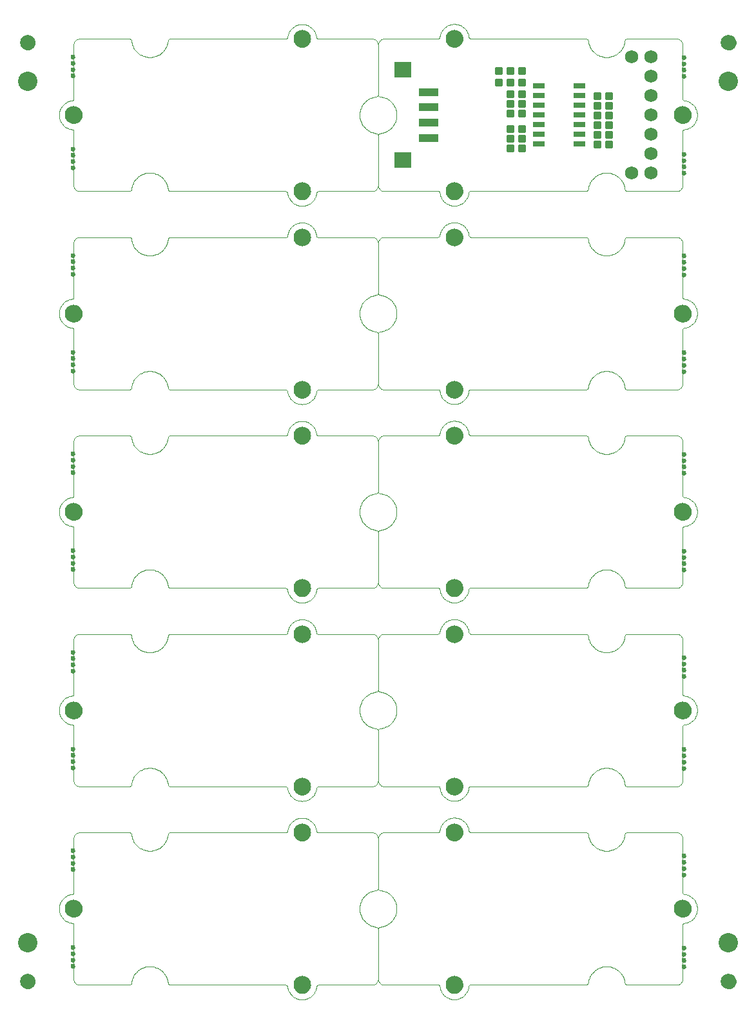
<source format=gts>
G75*
G70*
%OFA0B0*%
%FSLAX24Y24*%
%IPPOS*%
%LPD*%
%AMOC8*
5,1,8,0,0,1.08239X$1,22.5*
%
%ADD10C,0.0000*%
%ADD11C,0.0237*%
%ADD12C,0.0790*%
%ADD13R,0.0590X0.0290*%
%ADD14C,0.0098*%
%ADD15R,0.1040X0.0420*%
%ADD16R,0.0900X0.0840*%
%ADD17C,0.0690*%
%ADD18C,0.0906*%
%ADD19C,0.0010*%
%ADD20C,0.1000*%
D10*
X003196Y001817D02*
X003198Y001856D01*
X003204Y001894D01*
X003214Y001931D01*
X003227Y001967D01*
X003245Y002002D01*
X003265Y002034D01*
X003289Y002065D01*
X003316Y002092D01*
X003346Y002117D01*
X003378Y002138D01*
X003412Y002157D01*
X003448Y002171D01*
X003485Y002182D01*
X003523Y002189D01*
X003561Y002192D01*
X003600Y002191D01*
X003638Y002186D01*
X003676Y002177D01*
X003712Y002164D01*
X003747Y002148D01*
X003780Y002128D01*
X003811Y002105D01*
X003840Y002079D01*
X003865Y002050D01*
X003887Y002018D01*
X003906Y001985D01*
X003922Y001949D01*
X003934Y001913D01*
X003942Y001875D01*
X003946Y001836D01*
X003946Y001798D01*
X003942Y001759D01*
X003934Y001721D01*
X003922Y001685D01*
X003906Y001649D01*
X003887Y001616D01*
X003865Y001584D01*
X003840Y001555D01*
X003811Y001529D01*
X003780Y001506D01*
X003747Y001486D01*
X003712Y001470D01*
X003676Y001457D01*
X003638Y001448D01*
X003600Y001443D01*
X003561Y001442D01*
X003523Y001445D01*
X003485Y001452D01*
X003448Y001463D01*
X003412Y001477D01*
X003378Y001496D01*
X003346Y001517D01*
X003316Y001542D01*
X003289Y001569D01*
X003265Y001600D01*
X003245Y001632D01*
X003227Y001667D01*
X003214Y001703D01*
X003204Y001740D01*
X003198Y001778D01*
X003196Y001817D01*
X005798Y002592D02*
X005800Y002611D01*
X005805Y002630D01*
X005815Y002646D01*
X005827Y002661D01*
X005842Y002673D01*
X005858Y002683D01*
X005877Y002688D01*
X005896Y002690D01*
X005915Y002688D01*
X005934Y002683D01*
X005950Y002673D01*
X005965Y002661D01*
X005977Y002646D01*
X005987Y002630D01*
X005992Y002611D01*
X005994Y002592D01*
X005992Y002573D01*
X005987Y002554D01*
X005977Y002538D01*
X005965Y002523D01*
X005950Y002511D01*
X005934Y002501D01*
X005915Y002496D01*
X005896Y002494D01*
X005877Y002496D01*
X005858Y002501D01*
X005842Y002511D01*
X005827Y002523D01*
X005815Y002538D01*
X005805Y002554D01*
X005800Y002573D01*
X005798Y002592D01*
X005798Y002917D02*
X005800Y002936D01*
X005805Y002955D01*
X005815Y002971D01*
X005827Y002986D01*
X005842Y002998D01*
X005858Y003008D01*
X005877Y003013D01*
X005896Y003015D01*
X005915Y003013D01*
X005934Y003008D01*
X005950Y002998D01*
X005965Y002986D01*
X005977Y002971D01*
X005987Y002955D01*
X005992Y002936D01*
X005994Y002917D01*
X005992Y002898D01*
X005987Y002879D01*
X005977Y002863D01*
X005965Y002848D01*
X005950Y002836D01*
X005934Y002826D01*
X005915Y002821D01*
X005896Y002819D01*
X005877Y002821D01*
X005858Y002826D01*
X005842Y002836D01*
X005827Y002848D01*
X005815Y002863D01*
X005805Y002879D01*
X005800Y002898D01*
X005798Y002917D01*
X005798Y003242D02*
X005800Y003261D01*
X005805Y003280D01*
X005815Y003296D01*
X005827Y003311D01*
X005842Y003323D01*
X005858Y003333D01*
X005877Y003338D01*
X005896Y003340D01*
X005915Y003338D01*
X005934Y003333D01*
X005950Y003323D01*
X005965Y003311D01*
X005977Y003296D01*
X005987Y003280D01*
X005992Y003261D01*
X005994Y003242D01*
X005992Y003223D01*
X005987Y003204D01*
X005977Y003188D01*
X005965Y003173D01*
X005950Y003161D01*
X005934Y003151D01*
X005915Y003146D01*
X005896Y003144D01*
X005877Y003146D01*
X005858Y003151D01*
X005842Y003161D01*
X005827Y003173D01*
X005815Y003188D01*
X005805Y003204D01*
X005800Y003223D01*
X005798Y003242D01*
X005798Y003567D02*
X005800Y003586D01*
X005805Y003605D01*
X005815Y003621D01*
X005827Y003636D01*
X005842Y003648D01*
X005858Y003658D01*
X005877Y003663D01*
X005896Y003665D01*
X005915Y003663D01*
X005934Y003658D01*
X005950Y003648D01*
X005965Y003636D01*
X005977Y003621D01*
X005987Y003605D01*
X005992Y003586D01*
X005994Y003567D01*
X005992Y003548D01*
X005987Y003529D01*
X005977Y003513D01*
X005965Y003498D01*
X005950Y003486D01*
X005934Y003476D01*
X005915Y003471D01*
X005896Y003469D01*
X005877Y003471D01*
X005858Y003476D01*
X005842Y003486D01*
X005827Y003498D01*
X005815Y003513D01*
X005805Y003529D01*
X005800Y003548D01*
X005798Y003567D01*
X005514Y005567D02*
X005516Y005608D01*
X005522Y005649D01*
X005532Y005689D01*
X005545Y005728D01*
X005562Y005765D01*
X005583Y005801D01*
X005607Y005835D01*
X005634Y005866D01*
X005663Y005894D01*
X005696Y005920D01*
X005730Y005942D01*
X005767Y005961D01*
X005805Y005976D01*
X005845Y005988D01*
X005885Y005996D01*
X005926Y006000D01*
X005968Y006000D01*
X006009Y005996D01*
X006049Y005988D01*
X006089Y005976D01*
X006127Y005961D01*
X006163Y005942D01*
X006198Y005920D01*
X006231Y005894D01*
X006260Y005866D01*
X006287Y005835D01*
X006311Y005801D01*
X006332Y005765D01*
X006349Y005728D01*
X006362Y005689D01*
X006372Y005649D01*
X006378Y005608D01*
X006380Y005567D01*
X006378Y005526D01*
X006372Y005485D01*
X006362Y005445D01*
X006349Y005406D01*
X006332Y005369D01*
X006311Y005333D01*
X006287Y005299D01*
X006260Y005268D01*
X006231Y005240D01*
X006198Y005214D01*
X006164Y005192D01*
X006127Y005173D01*
X006089Y005158D01*
X006049Y005146D01*
X006009Y005138D01*
X005968Y005134D01*
X005926Y005134D01*
X005885Y005138D01*
X005845Y005146D01*
X005805Y005158D01*
X005767Y005173D01*
X005731Y005192D01*
X005696Y005214D01*
X005663Y005240D01*
X005634Y005268D01*
X005607Y005299D01*
X005583Y005333D01*
X005562Y005369D01*
X005545Y005406D01*
X005532Y005445D01*
X005522Y005485D01*
X005516Y005526D01*
X005514Y005567D01*
X005798Y007592D02*
X005800Y007611D01*
X005805Y007630D01*
X005815Y007646D01*
X005827Y007661D01*
X005842Y007673D01*
X005858Y007683D01*
X005877Y007688D01*
X005896Y007690D01*
X005915Y007688D01*
X005934Y007683D01*
X005950Y007673D01*
X005965Y007661D01*
X005977Y007646D01*
X005987Y007630D01*
X005992Y007611D01*
X005994Y007592D01*
X005992Y007573D01*
X005987Y007554D01*
X005977Y007538D01*
X005965Y007523D01*
X005950Y007511D01*
X005934Y007501D01*
X005915Y007496D01*
X005896Y007494D01*
X005877Y007496D01*
X005858Y007501D01*
X005842Y007511D01*
X005827Y007523D01*
X005815Y007538D01*
X005805Y007554D01*
X005800Y007573D01*
X005798Y007592D01*
X005798Y007917D02*
X005800Y007936D01*
X005805Y007955D01*
X005815Y007971D01*
X005827Y007986D01*
X005842Y007998D01*
X005858Y008008D01*
X005877Y008013D01*
X005896Y008015D01*
X005915Y008013D01*
X005934Y008008D01*
X005950Y007998D01*
X005965Y007986D01*
X005977Y007971D01*
X005987Y007955D01*
X005992Y007936D01*
X005994Y007917D01*
X005992Y007898D01*
X005987Y007879D01*
X005977Y007863D01*
X005965Y007848D01*
X005950Y007836D01*
X005934Y007826D01*
X005915Y007821D01*
X005896Y007819D01*
X005877Y007821D01*
X005858Y007826D01*
X005842Y007836D01*
X005827Y007848D01*
X005815Y007863D01*
X005805Y007879D01*
X005800Y007898D01*
X005798Y007917D01*
X005798Y008242D02*
X005800Y008261D01*
X005805Y008280D01*
X005815Y008296D01*
X005827Y008311D01*
X005842Y008323D01*
X005858Y008333D01*
X005877Y008338D01*
X005896Y008340D01*
X005915Y008338D01*
X005934Y008333D01*
X005950Y008323D01*
X005965Y008311D01*
X005977Y008296D01*
X005987Y008280D01*
X005992Y008261D01*
X005994Y008242D01*
X005992Y008223D01*
X005987Y008204D01*
X005977Y008188D01*
X005965Y008173D01*
X005950Y008161D01*
X005934Y008151D01*
X005915Y008146D01*
X005896Y008144D01*
X005877Y008146D01*
X005858Y008151D01*
X005842Y008161D01*
X005827Y008173D01*
X005815Y008188D01*
X005805Y008204D01*
X005800Y008223D01*
X005798Y008242D01*
X005798Y008567D02*
X005800Y008586D01*
X005805Y008605D01*
X005815Y008621D01*
X005827Y008636D01*
X005842Y008648D01*
X005858Y008658D01*
X005877Y008663D01*
X005896Y008665D01*
X005915Y008663D01*
X005934Y008658D01*
X005950Y008648D01*
X005965Y008636D01*
X005977Y008621D01*
X005987Y008605D01*
X005992Y008586D01*
X005994Y008567D01*
X005992Y008548D01*
X005987Y008529D01*
X005977Y008513D01*
X005965Y008498D01*
X005950Y008486D01*
X005934Y008476D01*
X005915Y008471D01*
X005896Y008469D01*
X005877Y008471D01*
X005858Y008476D01*
X005842Y008486D01*
X005827Y008498D01*
X005815Y008513D01*
X005805Y008529D01*
X005800Y008548D01*
X005798Y008567D01*
X005798Y012842D02*
X005800Y012861D01*
X005805Y012880D01*
X005815Y012896D01*
X005827Y012911D01*
X005842Y012923D01*
X005858Y012933D01*
X005877Y012938D01*
X005896Y012940D01*
X005915Y012938D01*
X005934Y012933D01*
X005950Y012923D01*
X005965Y012911D01*
X005977Y012896D01*
X005987Y012880D01*
X005992Y012861D01*
X005994Y012842D01*
X005992Y012823D01*
X005987Y012804D01*
X005977Y012788D01*
X005965Y012773D01*
X005950Y012761D01*
X005934Y012751D01*
X005915Y012746D01*
X005896Y012744D01*
X005877Y012746D01*
X005858Y012751D01*
X005842Y012761D01*
X005827Y012773D01*
X005815Y012788D01*
X005805Y012804D01*
X005800Y012823D01*
X005798Y012842D01*
X005798Y013167D02*
X005800Y013186D01*
X005805Y013205D01*
X005815Y013221D01*
X005827Y013236D01*
X005842Y013248D01*
X005858Y013258D01*
X005877Y013263D01*
X005896Y013265D01*
X005915Y013263D01*
X005934Y013258D01*
X005950Y013248D01*
X005965Y013236D01*
X005977Y013221D01*
X005987Y013205D01*
X005992Y013186D01*
X005994Y013167D01*
X005992Y013148D01*
X005987Y013129D01*
X005977Y013113D01*
X005965Y013098D01*
X005950Y013086D01*
X005934Y013076D01*
X005915Y013071D01*
X005896Y013069D01*
X005877Y013071D01*
X005858Y013076D01*
X005842Y013086D01*
X005827Y013098D01*
X005815Y013113D01*
X005805Y013129D01*
X005800Y013148D01*
X005798Y013167D01*
X005798Y013492D02*
X005800Y013511D01*
X005805Y013530D01*
X005815Y013546D01*
X005827Y013561D01*
X005842Y013573D01*
X005858Y013583D01*
X005877Y013588D01*
X005896Y013590D01*
X005915Y013588D01*
X005934Y013583D01*
X005950Y013573D01*
X005965Y013561D01*
X005977Y013546D01*
X005987Y013530D01*
X005992Y013511D01*
X005994Y013492D01*
X005992Y013473D01*
X005987Y013454D01*
X005977Y013438D01*
X005965Y013423D01*
X005950Y013411D01*
X005934Y013401D01*
X005915Y013396D01*
X005896Y013394D01*
X005877Y013396D01*
X005858Y013401D01*
X005842Y013411D01*
X005827Y013423D01*
X005815Y013438D01*
X005805Y013454D01*
X005800Y013473D01*
X005798Y013492D01*
X005798Y013817D02*
X005800Y013836D01*
X005805Y013855D01*
X005815Y013871D01*
X005827Y013886D01*
X005842Y013898D01*
X005858Y013908D01*
X005877Y013913D01*
X005896Y013915D01*
X005915Y013913D01*
X005934Y013908D01*
X005950Y013898D01*
X005965Y013886D01*
X005977Y013871D01*
X005987Y013855D01*
X005992Y013836D01*
X005994Y013817D01*
X005992Y013798D01*
X005987Y013779D01*
X005977Y013763D01*
X005965Y013748D01*
X005950Y013736D01*
X005934Y013726D01*
X005915Y013721D01*
X005896Y013719D01*
X005877Y013721D01*
X005858Y013726D01*
X005842Y013736D01*
X005827Y013748D01*
X005815Y013763D01*
X005805Y013779D01*
X005800Y013798D01*
X005798Y013817D01*
X005514Y015817D02*
X005516Y015858D01*
X005522Y015899D01*
X005532Y015939D01*
X005545Y015978D01*
X005562Y016015D01*
X005583Y016051D01*
X005607Y016085D01*
X005634Y016116D01*
X005663Y016144D01*
X005696Y016170D01*
X005730Y016192D01*
X005767Y016211D01*
X005805Y016226D01*
X005845Y016238D01*
X005885Y016246D01*
X005926Y016250D01*
X005968Y016250D01*
X006009Y016246D01*
X006049Y016238D01*
X006089Y016226D01*
X006127Y016211D01*
X006163Y016192D01*
X006198Y016170D01*
X006231Y016144D01*
X006260Y016116D01*
X006287Y016085D01*
X006311Y016051D01*
X006332Y016015D01*
X006349Y015978D01*
X006362Y015939D01*
X006372Y015899D01*
X006378Y015858D01*
X006380Y015817D01*
X006378Y015776D01*
X006372Y015735D01*
X006362Y015695D01*
X006349Y015656D01*
X006332Y015619D01*
X006311Y015583D01*
X006287Y015549D01*
X006260Y015518D01*
X006231Y015490D01*
X006198Y015464D01*
X006164Y015442D01*
X006127Y015423D01*
X006089Y015408D01*
X006049Y015396D01*
X006009Y015388D01*
X005968Y015384D01*
X005926Y015384D01*
X005885Y015388D01*
X005845Y015396D01*
X005805Y015408D01*
X005767Y015423D01*
X005731Y015442D01*
X005696Y015464D01*
X005663Y015490D01*
X005634Y015518D01*
X005607Y015549D01*
X005583Y015583D01*
X005562Y015619D01*
X005545Y015656D01*
X005532Y015695D01*
X005522Y015735D01*
X005516Y015776D01*
X005514Y015817D01*
X005798Y017842D02*
X005800Y017861D01*
X005805Y017880D01*
X005815Y017896D01*
X005827Y017911D01*
X005842Y017923D01*
X005858Y017933D01*
X005877Y017938D01*
X005896Y017940D01*
X005915Y017938D01*
X005934Y017933D01*
X005950Y017923D01*
X005965Y017911D01*
X005977Y017896D01*
X005987Y017880D01*
X005992Y017861D01*
X005994Y017842D01*
X005992Y017823D01*
X005987Y017804D01*
X005977Y017788D01*
X005965Y017773D01*
X005950Y017761D01*
X005934Y017751D01*
X005915Y017746D01*
X005896Y017744D01*
X005877Y017746D01*
X005858Y017751D01*
X005842Y017761D01*
X005827Y017773D01*
X005815Y017788D01*
X005805Y017804D01*
X005800Y017823D01*
X005798Y017842D01*
X005798Y018167D02*
X005800Y018186D01*
X005805Y018205D01*
X005815Y018221D01*
X005827Y018236D01*
X005842Y018248D01*
X005858Y018258D01*
X005877Y018263D01*
X005896Y018265D01*
X005915Y018263D01*
X005934Y018258D01*
X005950Y018248D01*
X005965Y018236D01*
X005977Y018221D01*
X005987Y018205D01*
X005992Y018186D01*
X005994Y018167D01*
X005992Y018148D01*
X005987Y018129D01*
X005977Y018113D01*
X005965Y018098D01*
X005950Y018086D01*
X005934Y018076D01*
X005915Y018071D01*
X005896Y018069D01*
X005877Y018071D01*
X005858Y018076D01*
X005842Y018086D01*
X005827Y018098D01*
X005815Y018113D01*
X005805Y018129D01*
X005800Y018148D01*
X005798Y018167D01*
X005798Y018492D02*
X005800Y018511D01*
X005805Y018530D01*
X005815Y018546D01*
X005827Y018561D01*
X005842Y018573D01*
X005858Y018583D01*
X005877Y018588D01*
X005896Y018590D01*
X005915Y018588D01*
X005934Y018583D01*
X005950Y018573D01*
X005965Y018561D01*
X005977Y018546D01*
X005987Y018530D01*
X005992Y018511D01*
X005994Y018492D01*
X005992Y018473D01*
X005987Y018454D01*
X005977Y018438D01*
X005965Y018423D01*
X005950Y018411D01*
X005934Y018401D01*
X005915Y018396D01*
X005896Y018394D01*
X005877Y018396D01*
X005858Y018401D01*
X005842Y018411D01*
X005827Y018423D01*
X005815Y018438D01*
X005805Y018454D01*
X005800Y018473D01*
X005798Y018492D01*
X005798Y018817D02*
X005800Y018836D01*
X005805Y018855D01*
X005815Y018871D01*
X005827Y018886D01*
X005842Y018898D01*
X005858Y018908D01*
X005877Y018913D01*
X005896Y018915D01*
X005915Y018913D01*
X005934Y018908D01*
X005950Y018898D01*
X005965Y018886D01*
X005977Y018871D01*
X005987Y018855D01*
X005992Y018836D01*
X005994Y018817D01*
X005992Y018798D01*
X005987Y018779D01*
X005977Y018763D01*
X005965Y018748D01*
X005950Y018736D01*
X005934Y018726D01*
X005915Y018721D01*
X005896Y018719D01*
X005877Y018721D01*
X005858Y018726D01*
X005842Y018736D01*
X005827Y018748D01*
X005815Y018763D01*
X005805Y018779D01*
X005800Y018798D01*
X005798Y018817D01*
X005798Y023092D02*
X005800Y023111D01*
X005805Y023130D01*
X005815Y023146D01*
X005827Y023161D01*
X005842Y023173D01*
X005858Y023183D01*
X005877Y023188D01*
X005896Y023190D01*
X005915Y023188D01*
X005934Y023183D01*
X005950Y023173D01*
X005965Y023161D01*
X005977Y023146D01*
X005987Y023130D01*
X005992Y023111D01*
X005994Y023092D01*
X005992Y023073D01*
X005987Y023054D01*
X005977Y023038D01*
X005965Y023023D01*
X005950Y023011D01*
X005934Y023001D01*
X005915Y022996D01*
X005896Y022994D01*
X005877Y022996D01*
X005858Y023001D01*
X005842Y023011D01*
X005827Y023023D01*
X005815Y023038D01*
X005805Y023054D01*
X005800Y023073D01*
X005798Y023092D01*
X005798Y023417D02*
X005800Y023436D01*
X005805Y023455D01*
X005815Y023471D01*
X005827Y023486D01*
X005842Y023498D01*
X005858Y023508D01*
X005877Y023513D01*
X005896Y023515D01*
X005915Y023513D01*
X005934Y023508D01*
X005950Y023498D01*
X005965Y023486D01*
X005977Y023471D01*
X005987Y023455D01*
X005992Y023436D01*
X005994Y023417D01*
X005992Y023398D01*
X005987Y023379D01*
X005977Y023363D01*
X005965Y023348D01*
X005950Y023336D01*
X005934Y023326D01*
X005915Y023321D01*
X005896Y023319D01*
X005877Y023321D01*
X005858Y023326D01*
X005842Y023336D01*
X005827Y023348D01*
X005815Y023363D01*
X005805Y023379D01*
X005800Y023398D01*
X005798Y023417D01*
X005798Y023742D02*
X005800Y023761D01*
X005805Y023780D01*
X005815Y023796D01*
X005827Y023811D01*
X005842Y023823D01*
X005858Y023833D01*
X005877Y023838D01*
X005896Y023840D01*
X005915Y023838D01*
X005934Y023833D01*
X005950Y023823D01*
X005965Y023811D01*
X005977Y023796D01*
X005987Y023780D01*
X005992Y023761D01*
X005994Y023742D01*
X005992Y023723D01*
X005987Y023704D01*
X005977Y023688D01*
X005965Y023673D01*
X005950Y023661D01*
X005934Y023651D01*
X005915Y023646D01*
X005896Y023644D01*
X005877Y023646D01*
X005858Y023651D01*
X005842Y023661D01*
X005827Y023673D01*
X005815Y023688D01*
X005805Y023704D01*
X005800Y023723D01*
X005798Y023742D01*
X005798Y024067D02*
X005800Y024086D01*
X005805Y024105D01*
X005815Y024121D01*
X005827Y024136D01*
X005842Y024148D01*
X005858Y024158D01*
X005877Y024163D01*
X005896Y024165D01*
X005915Y024163D01*
X005934Y024158D01*
X005950Y024148D01*
X005965Y024136D01*
X005977Y024121D01*
X005987Y024105D01*
X005992Y024086D01*
X005994Y024067D01*
X005992Y024048D01*
X005987Y024029D01*
X005977Y024013D01*
X005965Y023998D01*
X005950Y023986D01*
X005934Y023976D01*
X005915Y023971D01*
X005896Y023969D01*
X005877Y023971D01*
X005858Y023976D01*
X005842Y023986D01*
X005827Y023998D01*
X005815Y024013D01*
X005805Y024029D01*
X005800Y024048D01*
X005798Y024067D01*
X005514Y026067D02*
X005516Y026108D01*
X005522Y026149D01*
X005532Y026189D01*
X005545Y026228D01*
X005562Y026265D01*
X005583Y026301D01*
X005607Y026335D01*
X005634Y026366D01*
X005663Y026394D01*
X005696Y026420D01*
X005730Y026442D01*
X005767Y026461D01*
X005805Y026476D01*
X005845Y026488D01*
X005885Y026496D01*
X005926Y026500D01*
X005968Y026500D01*
X006009Y026496D01*
X006049Y026488D01*
X006089Y026476D01*
X006127Y026461D01*
X006163Y026442D01*
X006198Y026420D01*
X006231Y026394D01*
X006260Y026366D01*
X006287Y026335D01*
X006311Y026301D01*
X006332Y026265D01*
X006349Y026228D01*
X006362Y026189D01*
X006372Y026149D01*
X006378Y026108D01*
X006380Y026067D01*
X006378Y026026D01*
X006372Y025985D01*
X006362Y025945D01*
X006349Y025906D01*
X006332Y025869D01*
X006311Y025833D01*
X006287Y025799D01*
X006260Y025768D01*
X006231Y025740D01*
X006198Y025714D01*
X006164Y025692D01*
X006127Y025673D01*
X006089Y025658D01*
X006049Y025646D01*
X006009Y025638D01*
X005968Y025634D01*
X005926Y025634D01*
X005885Y025638D01*
X005845Y025646D01*
X005805Y025658D01*
X005767Y025673D01*
X005731Y025692D01*
X005696Y025714D01*
X005663Y025740D01*
X005634Y025768D01*
X005607Y025799D01*
X005583Y025833D01*
X005562Y025869D01*
X005545Y025906D01*
X005532Y025945D01*
X005522Y025985D01*
X005516Y026026D01*
X005514Y026067D01*
X005798Y028092D02*
X005800Y028111D01*
X005805Y028130D01*
X005815Y028146D01*
X005827Y028161D01*
X005842Y028173D01*
X005858Y028183D01*
X005877Y028188D01*
X005896Y028190D01*
X005915Y028188D01*
X005934Y028183D01*
X005950Y028173D01*
X005965Y028161D01*
X005977Y028146D01*
X005987Y028130D01*
X005992Y028111D01*
X005994Y028092D01*
X005992Y028073D01*
X005987Y028054D01*
X005977Y028038D01*
X005965Y028023D01*
X005950Y028011D01*
X005934Y028001D01*
X005915Y027996D01*
X005896Y027994D01*
X005877Y027996D01*
X005858Y028001D01*
X005842Y028011D01*
X005827Y028023D01*
X005815Y028038D01*
X005805Y028054D01*
X005800Y028073D01*
X005798Y028092D01*
X005798Y028417D02*
X005800Y028436D01*
X005805Y028455D01*
X005815Y028471D01*
X005827Y028486D01*
X005842Y028498D01*
X005858Y028508D01*
X005877Y028513D01*
X005896Y028515D01*
X005915Y028513D01*
X005934Y028508D01*
X005950Y028498D01*
X005965Y028486D01*
X005977Y028471D01*
X005987Y028455D01*
X005992Y028436D01*
X005994Y028417D01*
X005992Y028398D01*
X005987Y028379D01*
X005977Y028363D01*
X005965Y028348D01*
X005950Y028336D01*
X005934Y028326D01*
X005915Y028321D01*
X005896Y028319D01*
X005877Y028321D01*
X005858Y028326D01*
X005842Y028336D01*
X005827Y028348D01*
X005815Y028363D01*
X005805Y028379D01*
X005800Y028398D01*
X005798Y028417D01*
X005798Y028742D02*
X005800Y028761D01*
X005805Y028780D01*
X005815Y028796D01*
X005827Y028811D01*
X005842Y028823D01*
X005858Y028833D01*
X005877Y028838D01*
X005896Y028840D01*
X005915Y028838D01*
X005934Y028833D01*
X005950Y028823D01*
X005965Y028811D01*
X005977Y028796D01*
X005987Y028780D01*
X005992Y028761D01*
X005994Y028742D01*
X005992Y028723D01*
X005987Y028704D01*
X005977Y028688D01*
X005965Y028673D01*
X005950Y028661D01*
X005934Y028651D01*
X005915Y028646D01*
X005896Y028644D01*
X005877Y028646D01*
X005858Y028651D01*
X005842Y028661D01*
X005827Y028673D01*
X005815Y028688D01*
X005805Y028704D01*
X005800Y028723D01*
X005798Y028742D01*
X005798Y029067D02*
X005800Y029086D01*
X005805Y029105D01*
X005815Y029121D01*
X005827Y029136D01*
X005842Y029148D01*
X005858Y029158D01*
X005877Y029163D01*
X005896Y029165D01*
X005915Y029163D01*
X005934Y029158D01*
X005950Y029148D01*
X005965Y029136D01*
X005977Y029121D01*
X005987Y029105D01*
X005992Y029086D01*
X005994Y029067D01*
X005992Y029048D01*
X005987Y029029D01*
X005977Y029013D01*
X005965Y028998D01*
X005950Y028986D01*
X005934Y028976D01*
X005915Y028971D01*
X005896Y028969D01*
X005877Y028971D01*
X005858Y028976D01*
X005842Y028986D01*
X005827Y028998D01*
X005815Y029013D01*
X005805Y029029D01*
X005800Y029048D01*
X005798Y029067D01*
X005798Y033342D02*
X005800Y033361D01*
X005805Y033380D01*
X005815Y033396D01*
X005827Y033411D01*
X005842Y033423D01*
X005858Y033433D01*
X005877Y033438D01*
X005896Y033440D01*
X005915Y033438D01*
X005934Y033433D01*
X005950Y033423D01*
X005965Y033411D01*
X005977Y033396D01*
X005987Y033380D01*
X005992Y033361D01*
X005994Y033342D01*
X005992Y033323D01*
X005987Y033304D01*
X005977Y033288D01*
X005965Y033273D01*
X005950Y033261D01*
X005934Y033251D01*
X005915Y033246D01*
X005896Y033244D01*
X005877Y033246D01*
X005858Y033251D01*
X005842Y033261D01*
X005827Y033273D01*
X005815Y033288D01*
X005805Y033304D01*
X005800Y033323D01*
X005798Y033342D01*
X005798Y033667D02*
X005800Y033686D01*
X005805Y033705D01*
X005815Y033721D01*
X005827Y033736D01*
X005842Y033748D01*
X005858Y033758D01*
X005877Y033763D01*
X005896Y033765D01*
X005915Y033763D01*
X005934Y033758D01*
X005950Y033748D01*
X005965Y033736D01*
X005977Y033721D01*
X005987Y033705D01*
X005992Y033686D01*
X005994Y033667D01*
X005992Y033648D01*
X005987Y033629D01*
X005977Y033613D01*
X005965Y033598D01*
X005950Y033586D01*
X005934Y033576D01*
X005915Y033571D01*
X005896Y033569D01*
X005877Y033571D01*
X005858Y033576D01*
X005842Y033586D01*
X005827Y033598D01*
X005815Y033613D01*
X005805Y033629D01*
X005800Y033648D01*
X005798Y033667D01*
X005798Y033992D02*
X005800Y034011D01*
X005805Y034030D01*
X005815Y034046D01*
X005827Y034061D01*
X005842Y034073D01*
X005858Y034083D01*
X005877Y034088D01*
X005896Y034090D01*
X005915Y034088D01*
X005934Y034083D01*
X005950Y034073D01*
X005965Y034061D01*
X005977Y034046D01*
X005987Y034030D01*
X005992Y034011D01*
X005994Y033992D01*
X005992Y033973D01*
X005987Y033954D01*
X005977Y033938D01*
X005965Y033923D01*
X005950Y033911D01*
X005934Y033901D01*
X005915Y033896D01*
X005896Y033894D01*
X005877Y033896D01*
X005858Y033901D01*
X005842Y033911D01*
X005827Y033923D01*
X005815Y033938D01*
X005805Y033954D01*
X005800Y033973D01*
X005798Y033992D01*
X005798Y034317D02*
X005800Y034336D01*
X005805Y034355D01*
X005815Y034371D01*
X005827Y034386D01*
X005842Y034398D01*
X005858Y034408D01*
X005877Y034413D01*
X005896Y034415D01*
X005915Y034413D01*
X005934Y034408D01*
X005950Y034398D01*
X005965Y034386D01*
X005977Y034371D01*
X005987Y034355D01*
X005992Y034336D01*
X005994Y034317D01*
X005992Y034298D01*
X005987Y034279D01*
X005977Y034263D01*
X005965Y034248D01*
X005950Y034236D01*
X005934Y034226D01*
X005915Y034221D01*
X005896Y034219D01*
X005877Y034221D01*
X005858Y034226D01*
X005842Y034236D01*
X005827Y034248D01*
X005815Y034263D01*
X005805Y034279D01*
X005800Y034298D01*
X005798Y034317D01*
X005514Y036317D02*
X005516Y036358D01*
X005522Y036399D01*
X005532Y036439D01*
X005545Y036478D01*
X005562Y036515D01*
X005583Y036551D01*
X005607Y036585D01*
X005634Y036616D01*
X005663Y036644D01*
X005696Y036670D01*
X005730Y036692D01*
X005767Y036711D01*
X005805Y036726D01*
X005845Y036738D01*
X005885Y036746D01*
X005926Y036750D01*
X005968Y036750D01*
X006009Y036746D01*
X006049Y036738D01*
X006089Y036726D01*
X006127Y036711D01*
X006163Y036692D01*
X006198Y036670D01*
X006231Y036644D01*
X006260Y036616D01*
X006287Y036585D01*
X006311Y036551D01*
X006332Y036515D01*
X006349Y036478D01*
X006362Y036439D01*
X006372Y036399D01*
X006378Y036358D01*
X006380Y036317D01*
X006378Y036276D01*
X006372Y036235D01*
X006362Y036195D01*
X006349Y036156D01*
X006332Y036119D01*
X006311Y036083D01*
X006287Y036049D01*
X006260Y036018D01*
X006231Y035990D01*
X006198Y035964D01*
X006164Y035942D01*
X006127Y035923D01*
X006089Y035908D01*
X006049Y035896D01*
X006009Y035888D01*
X005968Y035884D01*
X005926Y035884D01*
X005885Y035888D01*
X005845Y035896D01*
X005805Y035908D01*
X005767Y035923D01*
X005731Y035942D01*
X005696Y035964D01*
X005663Y035990D01*
X005634Y036018D01*
X005607Y036049D01*
X005583Y036083D01*
X005562Y036119D01*
X005545Y036156D01*
X005532Y036195D01*
X005522Y036235D01*
X005516Y036276D01*
X005514Y036317D01*
X005798Y038342D02*
X005800Y038361D01*
X005805Y038380D01*
X005815Y038396D01*
X005827Y038411D01*
X005842Y038423D01*
X005858Y038433D01*
X005877Y038438D01*
X005896Y038440D01*
X005915Y038438D01*
X005934Y038433D01*
X005950Y038423D01*
X005965Y038411D01*
X005977Y038396D01*
X005987Y038380D01*
X005992Y038361D01*
X005994Y038342D01*
X005992Y038323D01*
X005987Y038304D01*
X005977Y038288D01*
X005965Y038273D01*
X005950Y038261D01*
X005934Y038251D01*
X005915Y038246D01*
X005896Y038244D01*
X005877Y038246D01*
X005858Y038251D01*
X005842Y038261D01*
X005827Y038273D01*
X005815Y038288D01*
X005805Y038304D01*
X005800Y038323D01*
X005798Y038342D01*
X005798Y038667D02*
X005800Y038686D01*
X005805Y038705D01*
X005815Y038721D01*
X005827Y038736D01*
X005842Y038748D01*
X005858Y038758D01*
X005877Y038763D01*
X005896Y038765D01*
X005915Y038763D01*
X005934Y038758D01*
X005950Y038748D01*
X005965Y038736D01*
X005977Y038721D01*
X005987Y038705D01*
X005992Y038686D01*
X005994Y038667D01*
X005992Y038648D01*
X005987Y038629D01*
X005977Y038613D01*
X005965Y038598D01*
X005950Y038586D01*
X005934Y038576D01*
X005915Y038571D01*
X005896Y038569D01*
X005877Y038571D01*
X005858Y038576D01*
X005842Y038586D01*
X005827Y038598D01*
X005815Y038613D01*
X005805Y038629D01*
X005800Y038648D01*
X005798Y038667D01*
X005798Y038992D02*
X005800Y039011D01*
X005805Y039030D01*
X005815Y039046D01*
X005827Y039061D01*
X005842Y039073D01*
X005858Y039083D01*
X005877Y039088D01*
X005896Y039090D01*
X005915Y039088D01*
X005934Y039083D01*
X005950Y039073D01*
X005965Y039061D01*
X005977Y039046D01*
X005987Y039030D01*
X005992Y039011D01*
X005994Y038992D01*
X005992Y038973D01*
X005987Y038954D01*
X005977Y038938D01*
X005965Y038923D01*
X005950Y038911D01*
X005934Y038901D01*
X005915Y038896D01*
X005896Y038894D01*
X005877Y038896D01*
X005858Y038901D01*
X005842Y038911D01*
X005827Y038923D01*
X005815Y038938D01*
X005805Y038954D01*
X005800Y038973D01*
X005798Y038992D01*
X005798Y039317D02*
X005800Y039336D01*
X005805Y039355D01*
X005815Y039371D01*
X005827Y039386D01*
X005842Y039398D01*
X005858Y039408D01*
X005877Y039413D01*
X005896Y039415D01*
X005915Y039413D01*
X005934Y039408D01*
X005950Y039398D01*
X005965Y039386D01*
X005977Y039371D01*
X005987Y039355D01*
X005992Y039336D01*
X005994Y039317D01*
X005992Y039298D01*
X005987Y039279D01*
X005977Y039263D01*
X005965Y039248D01*
X005950Y039236D01*
X005934Y039226D01*
X005915Y039221D01*
X005896Y039219D01*
X005877Y039221D01*
X005858Y039226D01*
X005842Y039236D01*
X005827Y039248D01*
X005815Y039263D01*
X005805Y039279D01*
X005800Y039298D01*
X005798Y039317D01*
X005798Y043842D02*
X005800Y043861D01*
X005805Y043880D01*
X005815Y043896D01*
X005827Y043911D01*
X005842Y043923D01*
X005858Y043933D01*
X005877Y043938D01*
X005896Y043940D01*
X005915Y043938D01*
X005934Y043933D01*
X005950Y043923D01*
X005965Y043911D01*
X005977Y043896D01*
X005987Y043880D01*
X005992Y043861D01*
X005994Y043842D01*
X005992Y043823D01*
X005987Y043804D01*
X005977Y043788D01*
X005965Y043773D01*
X005950Y043761D01*
X005934Y043751D01*
X005915Y043746D01*
X005896Y043744D01*
X005877Y043746D01*
X005858Y043751D01*
X005842Y043761D01*
X005827Y043773D01*
X005815Y043788D01*
X005805Y043804D01*
X005800Y043823D01*
X005798Y043842D01*
X005798Y044167D02*
X005800Y044186D01*
X005805Y044205D01*
X005815Y044221D01*
X005827Y044236D01*
X005842Y044248D01*
X005858Y044258D01*
X005877Y044263D01*
X005896Y044265D01*
X005915Y044263D01*
X005934Y044258D01*
X005950Y044248D01*
X005965Y044236D01*
X005977Y044221D01*
X005987Y044205D01*
X005992Y044186D01*
X005994Y044167D01*
X005992Y044148D01*
X005987Y044129D01*
X005977Y044113D01*
X005965Y044098D01*
X005950Y044086D01*
X005934Y044076D01*
X005915Y044071D01*
X005896Y044069D01*
X005877Y044071D01*
X005858Y044076D01*
X005842Y044086D01*
X005827Y044098D01*
X005815Y044113D01*
X005805Y044129D01*
X005800Y044148D01*
X005798Y044167D01*
X005798Y044492D02*
X005800Y044511D01*
X005805Y044530D01*
X005815Y044546D01*
X005827Y044561D01*
X005842Y044573D01*
X005858Y044583D01*
X005877Y044588D01*
X005896Y044590D01*
X005915Y044588D01*
X005934Y044583D01*
X005950Y044573D01*
X005965Y044561D01*
X005977Y044546D01*
X005987Y044530D01*
X005992Y044511D01*
X005994Y044492D01*
X005992Y044473D01*
X005987Y044454D01*
X005977Y044438D01*
X005965Y044423D01*
X005950Y044411D01*
X005934Y044401D01*
X005915Y044396D01*
X005896Y044394D01*
X005877Y044396D01*
X005858Y044401D01*
X005842Y044411D01*
X005827Y044423D01*
X005815Y044438D01*
X005805Y044454D01*
X005800Y044473D01*
X005798Y044492D01*
X005798Y044817D02*
X005800Y044836D01*
X005805Y044855D01*
X005815Y044871D01*
X005827Y044886D01*
X005842Y044898D01*
X005858Y044908D01*
X005877Y044913D01*
X005896Y044915D01*
X005915Y044913D01*
X005934Y044908D01*
X005950Y044898D01*
X005965Y044886D01*
X005977Y044871D01*
X005987Y044855D01*
X005992Y044836D01*
X005994Y044817D01*
X005992Y044798D01*
X005987Y044779D01*
X005977Y044763D01*
X005965Y044748D01*
X005950Y044736D01*
X005934Y044726D01*
X005915Y044721D01*
X005896Y044719D01*
X005877Y044721D01*
X005858Y044726D01*
X005842Y044736D01*
X005827Y044748D01*
X005815Y044763D01*
X005805Y044779D01*
X005800Y044798D01*
X005798Y044817D01*
X005514Y046567D02*
X005516Y046608D01*
X005522Y046649D01*
X005532Y046689D01*
X005545Y046728D01*
X005562Y046765D01*
X005583Y046801D01*
X005607Y046835D01*
X005634Y046866D01*
X005663Y046894D01*
X005696Y046920D01*
X005730Y046942D01*
X005767Y046961D01*
X005805Y046976D01*
X005845Y046988D01*
X005885Y046996D01*
X005926Y047000D01*
X005968Y047000D01*
X006009Y046996D01*
X006049Y046988D01*
X006089Y046976D01*
X006127Y046961D01*
X006163Y046942D01*
X006198Y046920D01*
X006231Y046894D01*
X006260Y046866D01*
X006287Y046835D01*
X006311Y046801D01*
X006332Y046765D01*
X006349Y046728D01*
X006362Y046689D01*
X006372Y046649D01*
X006378Y046608D01*
X006380Y046567D01*
X006378Y046526D01*
X006372Y046485D01*
X006362Y046445D01*
X006349Y046406D01*
X006332Y046369D01*
X006311Y046333D01*
X006287Y046299D01*
X006260Y046268D01*
X006231Y046240D01*
X006198Y046214D01*
X006164Y046192D01*
X006127Y046173D01*
X006089Y046158D01*
X006049Y046146D01*
X006009Y046138D01*
X005968Y046134D01*
X005926Y046134D01*
X005885Y046138D01*
X005845Y046146D01*
X005805Y046158D01*
X005767Y046173D01*
X005731Y046192D01*
X005696Y046214D01*
X005663Y046240D01*
X005634Y046268D01*
X005607Y046299D01*
X005583Y046333D01*
X005562Y046369D01*
X005545Y046406D01*
X005532Y046445D01*
X005522Y046485D01*
X005516Y046526D01*
X005514Y046567D01*
X005798Y048592D02*
X005800Y048611D01*
X005805Y048630D01*
X005815Y048646D01*
X005827Y048661D01*
X005842Y048673D01*
X005858Y048683D01*
X005877Y048688D01*
X005896Y048690D01*
X005915Y048688D01*
X005934Y048683D01*
X005950Y048673D01*
X005965Y048661D01*
X005977Y048646D01*
X005987Y048630D01*
X005992Y048611D01*
X005994Y048592D01*
X005992Y048573D01*
X005987Y048554D01*
X005977Y048538D01*
X005965Y048523D01*
X005950Y048511D01*
X005934Y048501D01*
X005915Y048496D01*
X005896Y048494D01*
X005877Y048496D01*
X005858Y048501D01*
X005842Y048511D01*
X005827Y048523D01*
X005815Y048538D01*
X005805Y048554D01*
X005800Y048573D01*
X005798Y048592D01*
X005798Y048917D02*
X005800Y048936D01*
X005805Y048955D01*
X005815Y048971D01*
X005827Y048986D01*
X005842Y048998D01*
X005858Y049008D01*
X005877Y049013D01*
X005896Y049015D01*
X005915Y049013D01*
X005934Y049008D01*
X005950Y048998D01*
X005965Y048986D01*
X005977Y048971D01*
X005987Y048955D01*
X005992Y048936D01*
X005994Y048917D01*
X005992Y048898D01*
X005987Y048879D01*
X005977Y048863D01*
X005965Y048848D01*
X005950Y048836D01*
X005934Y048826D01*
X005915Y048821D01*
X005896Y048819D01*
X005877Y048821D01*
X005858Y048826D01*
X005842Y048836D01*
X005827Y048848D01*
X005815Y048863D01*
X005805Y048879D01*
X005800Y048898D01*
X005798Y048917D01*
X005798Y049242D02*
X005800Y049261D01*
X005805Y049280D01*
X005815Y049296D01*
X005827Y049311D01*
X005842Y049323D01*
X005858Y049333D01*
X005877Y049338D01*
X005896Y049340D01*
X005915Y049338D01*
X005934Y049333D01*
X005950Y049323D01*
X005965Y049311D01*
X005977Y049296D01*
X005987Y049280D01*
X005992Y049261D01*
X005994Y049242D01*
X005992Y049223D01*
X005987Y049204D01*
X005977Y049188D01*
X005965Y049173D01*
X005950Y049161D01*
X005934Y049151D01*
X005915Y049146D01*
X005896Y049144D01*
X005877Y049146D01*
X005858Y049151D01*
X005842Y049161D01*
X005827Y049173D01*
X005815Y049188D01*
X005805Y049204D01*
X005800Y049223D01*
X005798Y049242D01*
X005798Y049567D02*
X005800Y049586D01*
X005805Y049605D01*
X005815Y049621D01*
X005827Y049636D01*
X005842Y049648D01*
X005858Y049658D01*
X005877Y049663D01*
X005896Y049665D01*
X005915Y049663D01*
X005934Y049658D01*
X005950Y049648D01*
X005965Y049636D01*
X005977Y049621D01*
X005987Y049605D01*
X005992Y049586D01*
X005994Y049567D01*
X005992Y049548D01*
X005987Y049529D01*
X005977Y049513D01*
X005965Y049498D01*
X005950Y049486D01*
X005934Y049476D01*
X005915Y049471D01*
X005896Y049469D01*
X005877Y049471D01*
X005858Y049476D01*
X005842Y049486D01*
X005827Y049498D01*
X005815Y049513D01*
X005805Y049529D01*
X005800Y049548D01*
X005798Y049567D01*
X003196Y050317D02*
X003198Y050356D01*
X003204Y050394D01*
X003214Y050431D01*
X003227Y050467D01*
X003245Y050502D01*
X003265Y050534D01*
X003289Y050565D01*
X003316Y050592D01*
X003346Y050617D01*
X003378Y050638D01*
X003412Y050657D01*
X003448Y050671D01*
X003485Y050682D01*
X003523Y050689D01*
X003561Y050692D01*
X003600Y050691D01*
X003638Y050686D01*
X003676Y050677D01*
X003712Y050664D01*
X003747Y050648D01*
X003780Y050628D01*
X003811Y050605D01*
X003840Y050579D01*
X003865Y050550D01*
X003887Y050518D01*
X003906Y050485D01*
X003922Y050449D01*
X003934Y050413D01*
X003942Y050375D01*
X003946Y050336D01*
X003946Y050298D01*
X003942Y050259D01*
X003934Y050221D01*
X003922Y050185D01*
X003906Y050149D01*
X003887Y050116D01*
X003865Y050084D01*
X003840Y050055D01*
X003811Y050029D01*
X003780Y050006D01*
X003747Y049986D01*
X003712Y049970D01*
X003676Y049957D01*
X003638Y049948D01*
X003600Y049943D01*
X003561Y049942D01*
X003523Y049945D01*
X003485Y049952D01*
X003448Y049963D01*
X003412Y049977D01*
X003378Y049996D01*
X003346Y050017D01*
X003316Y050042D01*
X003289Y050069D01*
X003265Y050100D01*
X003245Y050132D01*
X003227Y050167D01*
X003214Y050203D01*
X003204Y050240D01*
X003198Y050278D01*
X003196Y050317D01*
X017325Y050504D02*
X017327Y050545D01*
X017333Y050586D01*
X017343Y050626D01*
X017356Y050665D01*
X017373Y050702D01*
X017394Y050738D01*
X017418Y050772D01*
X017445Y050803D01*
X017474Y050831D01*
X017507Y050857D01*
X017541Y050879D01*
X017578Y050898D01*
X017616Y050913D01*
X017656Y050925D01*
X017696Y050933D01*
X017737Y050937D01*
X017779Y050937D01*
X017820Y050933D01*
X017860Y050925D01*
X017900Y050913D01*
X017938Y050898D01*
X017974Y050879D01*
X018009Y050857D01*
X018042Y050831D01*
X018071Y050803D01*
X018098Y050772D01*
X018122Y050738D01*
X018143Y050702D01*
X018160Y050665D01*
X018173Y050626D01*
X018183Y050586D01*
X018189Y050545D01*
X018191Y050504D01*
X018189Y050463D01*
X018183Y050422D01*
X018173Y050382D01*
X018160Y050343D01*
X018143Y050306D01*
X018122Y050270D01*
X018098Y050236D01*
X018071Y050205D01*
X018042Y050177D01*
X018009Y050151D01*
X017975Y050129D01*
X017938Y050110D01*
X017900Y050095D01*
X017860Y050083D01*
X017820Y050075D01*
X017779Y050071D01*
X017737Y050071D01*
X017696Y050075D01*
X017656Y050083D01*
X017616Y050095D01*
X017578Y050110D01*
X017542Y050129D01*
X017507Y050151D01*
X017474Y050177D01*
X017445Y050205D01*
X017418Y050236D01*
X017394Y050270D01*
X017373Y050306D01*
X017356Y050343D01*
X017343Y050382D01*
X017333Y050422D01*
X017327Y050463D01*
X017325Y050504D01*
X017325Y042630D02*
X017327Y042671D01*
X017333Y042712D01*
X017343Y042752D01*
X017356Y042791D01*
X017373Y042828D01*
X017394Y042864D01*
X017418Y042898D01*
X017445Y042929D01*
X017474Y042957D01*
X017507Y042983D01*
X017541Y043005D01*
X017578Y043024D01*
X017616Y043039D01*
X017656Y043051D01*
X017696Y043059D01*
X017737Y043063D01*
X017779Y043063D01*
X017820Y043059D01*
X017860Y043051D01*
X017900Y043039D01*
X017938Y043024D01*
X017974Y043005D01*
X018009Y042983D01*
X018042Y042957D01*
X018071Y042929D01*
X018098Y042898D01*
X018122Y042864D01*
X018143Y042828D01*
X018160Y042791D01*
X018173Y042752D01*
X018183Y042712D01*
X018189Y042671D01*
X018191Y042630D01*
X018189Y042589D01*
X018183Y042548D01*
X018173Y042508D01*
X018160Y042469D01*
X018143Y042432D01*
X018122Y042396D01*
X018098Y042362D01*
X018071Y042331D01*
X018042Y042303D01*
X018009Y042277D01*
X017975Y042255D01*
X017938Y042236D01*
X017900Y042221D01*
X017860Y042209D01*
X017820Y042201D01*
X017779Y042197D01*
X017737Y042197D01*
X017696Y042201D01*
X017656Y042209D01*
X017616Y042221D01*
X017578Y042236D01*
X017542Y042255D01*
X017507Y042277D01*
X017474Y042303D01*
X017445Y042331D01*
X017418Y042362D01*
X017394Y042396D01*
X017373Y042432D01*
X017356Y042469D01*
X017343Y042508D01*
X017333Y042548D01*
X017327Y042589D01*
X017325Y042630D01*
X017325Y040254D02*
X017327Y040295D01*
X017333Y040336D01*
X017343Y040376D01*
X017356Y040415D01*
X017373Y040452D01*
X017394Y040488D01*
X017418Y040522D01*
X017445Y040553D01*
X017474Y040581D01*
X017507Y040607D01*
X017541Y040629D01*
X017578Y040648D01*
X017616Y040663D01*
X017656Y040675D01*
X017696Y040683D01*
X017737Y040687D01*
X017779Y040687D01*
X017820Y040683D01*
X017860Y040675D01*
X017900Y040663D01*
X017938Y040648D01*
X017974Y040629D01*
X018009Y040607D01*
X018042Y040581D01*
X018071Y040553D01*
X018098Y040522D01*
X018122Y040488D01*
X018143Y040452D01*
X018160Y040415D01*
X018173Y040376D01*
X018183Y040336D01*
X018189Y040295D01*
X018191Y040254D01*
X018189Y040213D01*
X018183Y040172D01*
X018173Y040132D01*
X018160Y040093D01*
X018143Y040056D01*
X018122Y040020D01*
X018098Y039986D01*
X018071Y039955D01*
X018042Y039927D01*
X018009Y039901D01*
X017975Y039879D01*
X017938Y039860D01*
X017900Y039845D01*
X017860Y039833D01*
X017820Y039825D01*
X017779Y039821D01*
X017737Y039821D01*
X017696Y039825D01*
X017656Y039833D01*
X017616Y039845D01*
X017578Y039860D01*
X017542Y039879D01*
X017507Y039901D01*
X017474Y039927D01*
X017445Y039955D01*
X017418Y039986D01*
X017394Y040020D01*
X017373Y040056D01*
X017356Y040093D01*
X017343Y040132D01*
X017333Y040172D01*
X017327Y040213D01*
X017325Y040254D01*
X017325Y032380D02*
X017327Y032421D01*
X017333Y032462D01*
X017343Y032502D01*
X017356Y032541D01*
X017373Y032578D01*
X017394Y032614D01*
X017418Y032648D01*
X017445Y032679D01*
X017474Y032707D01*
X017507Y032733D01*
X017541Y032755D01*
X017578Y032774D01*
X017616Y032789D01*
X017656Y032801D01*
X017696Y032809D01*
X017737Y032813D01*
X017779Y032813D01*
X017820Y032809D01*
X017860Y032801D01*
X017900Y032789D01*
X017938Y032774D01*
X017974Y032755D01*
X018009Y032733D01*
X018042Y032707D01*
X018071Y032679D01*
X018098Y032648D01*
X018122Y032614D01*
X018143Y032578D01*
X018160Y032541D01*
X018173Y032502D01*
X018183Y032462D01*
X018189Y032421D01*
X018191Y032380D01*
X018189Y032339D01*
X018183Y032298D01*
X018173Y032258D01*
X018160Y032219D01*
X018143Y032182D01*
X018122Y032146D01*
X018098Y032112D01*
X018071Y032081D01*
X018042Y032053D01*
X018009Y032027D01*
X017975Y032005D01*
X017938Y031986D01*
X017900Y031971D01*
X017860Y031959D01*
X017820Y031951D01*
X017779Y031947D01*
X017737Y031947D01*
X017696Y031951D01*
X017656Y031959D01*
X017616Y031971D01*
X017578Y031986D01*
X017542Y032005D01*
X017507Y032027D01*
X017474Y032053D01*
X017445Y032081D01*
X017418Y032112D01*
X017394Y032146D01*
X017373Y032182D01*
X017356Y032219D01*
X017343Y032258D01*
X017333Y032298D01*
X017327Y032339D01*
X017325Y032380D01*
X017325Y030004D02*
X017327Y030045D01*
X017333Y030086D01*
X017343Y030126D01*
X017356Y030165D01*
X017373Y030202D01*
X017394Y030238D01*
X017418Y030272D01*
X017445Y030303D01*
X017474Y030331D01*
X017507Y030357D01*
X017541Y030379D01*
X017578Y030398D01*
X017616Y030413D01*
X017656Y030425D01*
X017696Y030433D01*
X017737Y030437D01*
X017779Y030437D01*
X017820Y030433D01*
X017860Y030425D01*
X017900Y030413D01*
X017938Y030398D01*
X017974Y030379D01*
X018009Y030357D01*
X018042Y030331D01*
X018071Y030303D01*
X018098Y030272D01*
X018122Y030238D01*
X018143Y030202D01*
X018160Y030165D01*
X018173Y030126D01*
X018183Y030086D01*
X018189Y030045D01*
X018191Y030004D01*
X018189Y029963D01*
X018183Y029922D01*
X018173Y029882D01*
X018160Y029843D01*
X018143Y029806D01*
X018122Y029770D01*
X018098Y029736D01*
X018071Y029705D01*
X018042Y029677D01*
X018009Y029651D01*
X017975Y029629D01*
X017938Y029610D01*
X017900Y029595D01*
X017860Y029583D01*
X017820Y029575D01*
X017779Y029571D01*
X017737Y029571D01*
X017696Y029575D01*
X017656Y029583D01*
X017616Y029595D01*
X017578Y029610D01*
X017542Y029629D01*
X017507Y029651D01*
X017474Y029677D01*
X017445Y029705D01*
X017418Y029736D01*
X017394Y029770D01*
X017373Y029806D01*
X017356Y029843D01*
X017343Y029882D01*
X017333Y029922D01*
X017327Y029963D01*
X017325Y030004D01*
X017325Y022130D02*
X017327Y022171D01*
X017333Y022212D01*
X017343Y022252D01*
X017356Y022291D01*
X017373Y022328D01*
X017394Y022364D01*
X017418Y022398D01*
X017445Y022429D01*
X017474Y022457D01*
X017507Y022483D01*
X017541Y022505D01*
X017578Y022524D01*
X017616Y022539D01*
X017656Y022551D01*
X017696Y022559D01*
X017737Y022563D01*
X017779Y022563D01*
X017820Y022559D01*
X017860Y022551D01*
X017900Y022539D01*
X017938Y022524D01*
X017974Y022505D01*
X018009Y022483D01*
X018042Y022457D01*
X018071Y022429D01*
X018098Y022398D01*
X018122Y022364D01*
X018143Y022328D01*
X018160Y022291D01*
X018173Y022252D01*
X018183Y022212D01*
X018189Y022171D01*
X018191Y022130D01*
X018189Y022089D01*
X018183Y022048D01*
X018173Y022008D01*
X018160Y021969D01*
X018143Y021932D01*
X018122Y021896D01*
X018098Y021862D01*
X018071Y021831D01*
X018042Y021803D01*
X018009Y021777D01*
X017975Y021755D01*
X017938Y021736D01*
X017900Y021721D01*
X017860Y021709D01*
X017820Y021701D01*
X017779Y021697D01*
X017737Y021697D01*
X017696Y021701D01*
X017656Y021709D01*
X017616Y021721D01*
X017578Y021736D01*
X017542Y021755D01*
X017507Y021777D01*
X017474Y021803D01*
X017445Y021831D01*
X017418Y021862D01*
X017394Y021896D01*
X017373Y021932D01*
X017356Y021969D01*
X017343Y022008D01*
X017333Y022048D01*
X017327Y022089D01*
X017325Y022130D01*
X017325Y019754D02*
X017327Y019795D01*
X017333Y019836D01*
X017343Y019876D01*
X017356Y019915D01*
X017373Y019952D01*
X017394Y019988D01*
X017418Y020022D01*
X017445Y020053D01*
X017474Y020081D01*
X017507Y020107D01*
X017541Y020129D01*
X017578Y020148D01*
X017616Y020163D01*
X017656Y020175D01*
X017696Y020183D01*
X017737Y020187D01*
X017779Y020187D01*
X017820Y020183D01*
X017860Y020175D01*
X017900Y020163D01*
X017938Y020148D01*
X017974Y020129D01*
X018009Y020107D01*
X018042Y020081D01*
X018071Y020053D01*
X018098Y020022D01*
X018122Y019988D01*
X018143Y019952D01*
X018160Y019915D01*
X018173Y019876D01*
X018183Y019836D01*
X018189Y019795D01*
X018191Y019754D01*
X018189Y019713D01*
X018183Y019672D01*
X018173Y019632D01*
X018160Y019593D01*
X018143Y019556D01*
X018122Y019520D01*
X018098Y019486D01*
X018071Y019455D01*
X018042Y019427D01*
X018009Y019401D01*
X017975Y019379D01*
X017938Y019360D01*
X017900Y019345D01*
X017860Y019333D01*
X017820Y019325D01*
X017779Y019321D01*
X017737Y019321D01*
X017696Y019325D01*
X017656Y019333D01*
X017616Y019345D01*
X017578Y019360D01*
X017542Y019379D01*
X017507Y019401D01*
X017474Y019427D01*
X017445Y019455D01*
X017418Y019486D01*
X017394Y019520D01*
X017373Y019556D01*
X017356Y019593D01*
X017343Y019632D01*
X017333Y019672D01*
X017327Y019713D01*
X017325Y019754D01*
X017325Y011880D02*
X017327Y011921D01*
X017333Y011962D01*
X017343Y012002D01*
X017356Y012041D01*
X017373Y012078D01*
X017394Y012114D01*
X017418Y012148D01*
X017445Y012179D01*
X017474Y012207D01*
X017507Y012233D01*
X017541Y012255D01*
X017578Y012274D01*
X017616Y012289D01*
X017656Y012301D01*
X017696Y012309D01*
X017737Y012313D01*
X017779Y012313D01*
X017820Y012309D01*
X017860Y012301D01*
X017900Y012289D01*
X017938Y012274D01*
X017974Y012255D01*
X018009Y012233D01*
X018042Y012207D01*
X018071Y012179D01*
X018098Y012148D01*
X018122Y012114D01*
X018143Y012078D01*
X018160Y012041D01*
X018173Y012002D01*
X018183Y011962D01*
X018189Y011921D01*
X018191Y011880D01*
X018189Y011839D01*
X018183Y011798D01*
X018173Y011758D01*
X018160Y011719D01*
X018143Y011682D01*
X018122Y011646D01*
X018098Y011612D01*
X018071Y011581D01*
X018042Y011553D01*
X018009Y011527D01*
X017975Y011505D01*
X017938Y011486D01*
X017900Y011471D01*
X017860Y011459D01*
X017820Y011451D01*
X017779Y011447D01*
X017737Y011447D01*
X017696Y011451D01*
X017656Y011459D01*
X017616Y011471D01*
X017578Y011486D01*
X017542Y011505D01*
X017507Y011527D01*
X017474Y011553D01*
X017445Y011581D01*
X017418Y011612D01*
X017394Y011646D01*
X017373Y011682D01*
X017356Y011719D01*
X017343Y011758D01*
X017333Y011798D01*
X017327Y011839D01*
X017325Y011880D01*
X017325Y009504D02*
X017327Y009545D01*
X017333Y009586D01*
X017343Y009626D01*
X017356Y009665D01*
X017373Y009702D01*
X017394Y009738D01*
X017418Y009772D01*
X017445Y009803D01*
X017474Y009831D01*
X017507Y009857D01*
X017541Y009879D01*
X017578Y009898D01*
X017616Y009913D01*
X017656Y009925D01*
X017696Y009933D01*
X017737Y009937D01*
X017779Y009937D01*
X017820Y009933D01*
X017860Y009925D01*
X017900Y009913D01*
X017938Y009898D01*
X017974Y009879D01*
X018009Y009857D01*
X018042Y009831D01*
X018071Y009803D01*
X018098Y009772D01*
X018122Y009738D01*
X018143Y009702D01*
X018160Y009665D01*
X018173Y009626D01*
X018183Y009586D01*
X018189Y009545D01*
X018191Y009504D01*
X018189Y009463D01*
X018183Y009422D01*
X018173Y009382D01*
X018160Y009343D01*
X018143Y009306D01*
X018122Y009270D01*
X018098Y009236D01*
X018071Y009205D01*
X018042Y009177D01*
X018009Y009151D01*
X017975Y009129D01*
X017938Y009110D01*
X017900Y009095D01*
X017860Y009083D01*
X017820Y009075D01*
X017779Y009071D01*
X017737Y009071D01*
X017696Y009075D01*
X017656Y009083D01*
X017616Y009095D01*
X017578Y009110D01*
X017542Y009129D01*
X017507Y009151D01*
X017474Y009177D01*
X017445Y009205D01*
X017418Y009236D01*
X017394Y009270D01*
X017373Y009306D01*
X017356Y009343D01*
X017343Y009382D01*
X017333Y009422D01*
X017327Y009463D01*
X017325Y009504D01*
X017325Y001630D02*
X017327Y001671D01*
X017333Y001712D01*
X017343Y001752D01*
X017356Y001791D01*
X017373Y001828D01*
X017394Y001864D01*
X017418Y001898D01*
X017445Y001929D01*
X017474Y001957D01*
X017507Y001983D01*
X017541Y002005D01*
X017578Y002024D01*
X017616Y002039D01*
X017656Y002051D01*
X017696Y002059D01*
X017737Y002063D01*
X017779Y002063D01*
X017820Y002059D01*
X017860Y002051D01*
X017900Y002039D01*
X017938Y002024D01*
X017974Y002005D01*
X018009Y001983D01*
X018042Y001957D01*
X018071Y001929D01*
X018098Y001898D01*
X018122Y001864D01*
X018143Y001828D01*
X018160Y001791D01*
X018173Y001752D01*
X018183Y001712D01*
X018189Y001671D01*
X018191Y001630D01*
X018189Y001589D01*
X018183Y001548D01*
X018173Y001508D01*
X018160Y001469D01*
X018143Y001432D01*
X018122Y001396D01*
X018098Y001362D01*
X018071Y001331D01*
X018042Y001303D01*
X018009Y001277D01*
X017975Y001255D01*
X017938Y001236D01*
X017900Y001221D01*
X017860Y001209D01*
X017820Y001201D01*
X017779Y001197D01*
X017737Y001197D01*
X017696Y001201D01*
X017656Y001209D01*
X017616Y001221D01*
X017578Y001236D01*
X017542Y001255D01*
X017507Y001277D01*
X017474Y001303D01*
X017445Y001331D01*
X017418Y001362D01*
X017394Y001396D01*
X017373Y001432D01*
X017356Y001469D01*
X017343Y001508D01*
X017333Y001548D01*
X017327Y001589D01*
X017325Y001630D01*
X025201Y001630D02*
X025203Y001671D01*
X025209Y001712D01*
X025219Y001752D01*
X025232Y001791D01*
X025249Y001828D01*
X025270Y001864D01*
X025294Y001898D01*
X025321Y001929D01*
X025350Y001957D01*
X025383Y001983D01*
X025417Y002005D01*
X025454Y002024D01*
X025492Y002039D01*
X025532Y002051D01*
X025572Y002059D01*
X025613Y002063D01*
X025655Y002063D01*
X025696Y002059D01*
X025736Y002051D01*
X025776Y002039D01*
X025814Y002024D01*
X025850Y002005D01*
X025885Y001983D01*
X025918Y001957D01*
X025947Y001929D01*
X025974Y001898D01*
X025998Y001864D01*
X026019Y001828D01*
X026036Y001791D01*
X026049Y001752D01*
X026059Y001712D01*
X026065Y001671D01*
X026067Y001630D01*
X026065Y001589D01*
X026059Y001548D01*
X026049Y001508D01*
X026036Y001469D01*
X026019Y001432D01*
X025998Y001396D01*
X025974Y001362D01*
X025947Y001331D01*
X025918Y001303D01*
X025885Y001277D01*
X025851Y001255D01*
X025814Y001236D01*
X025776Y001221D01*
X025736Y001209D01*
X025696Y001201D01*
X025655Y001197D01*
X025613Y001197D01*
X025572Y001201D01*
X025532Y001209D01*
X025492Y001221D01*
X025454Y001236D01*
X025418Y001255D01*
X025383Y001277D01*
X025350Y001303D01*
X025321Y001331D01*
X025294Y001362D01*
X025270Y001396D01*
X025249Y001432D01*
X025232Y001469D01*
X025219Y001508D01*
X025209Y001548D01*
X025203Y001589D01*
X025201Y001630D01*
X025201Y009504D02*
X025203Y009545D01*
X025209Y009586D01*
X025219Y009626D01*
X025232Y009665D01*
X025249Y009702D01*
X025270Y009738D01*
X025294Y009772D01*
X025321Y009803D01*
X025350Y009831D01*
X025383Y009857D01*
X025417Y009879D01*
X025454Y009898D01*
X025492Y009913D01*
X025532Y009925D01*
X025572Y009933D01*
X025613Y009937D01*
X025655Y009937D01*
X025696Y009933D01*
X025736Y009925D01*
X025776Y009913D01*
X025814Y009898D01*
X025850Y009879D01*
X025885Y009857D01*
X025918Y009831D01*
X025947Y009803D01*
X025974Y009772D01*
X025998Y009738D01*
X026019Y009702D01*
X026036Y009665D01*
X026049Y009626D01*
X026059Y009586D01*
X026065Y009545D01*
X026067Y009504D01*
X026065Y009463D01*
X026059Y009422D01*
X026049Y009382D01*
X026036Y009343D01*
X026019Y009306D01*
X025998Y009270D01*
X025974Y009236D01*
X025947Y009205D01*
X025918Y009177D01*
X025885Y009151D01*
X025851Y009129D01*
X025814Y009110D01*
X025776Y009095D01*
X025736Y009083D01*
X025696Y009075D01*
X025655Y009071D01*
X025613Y009071D01*
X025572Y009075D01*
X025532Y009083D01*
X025492Y009095D01*
X025454Y009110D01*
X025418Y009129D01*
X025383Y009151D01*
X025350Y009177D01*
X025321Y009205D01*
X025294Y009236D01*
X025270Y009270D01*
X025249Y009306D01*
X025232Y009343D01*
X025219Y009382D01*
X025209Y009422D01*
X025203Y009463D01*
X025201Y009504D01*
X025201Y011880D02*
X025203Y011921D01*
X025209Y011962D01*
X025219Y012002D01*
X025232Y012041D01*
X025249Y012078D01*
X025270Y012114D01*
X025294Y012148D01*
X025321Y012179D01*
X025350Y012207D01*
X025383Y012233D01*
X025417Y012255D01*
X025454Y012274D01*
X025492Y012289D01*
X025532Y012301D01*
X025572Y012309D01*
X025613Y012313D01*
X025655Y012313D01*
X025696Y012309D01*
X025736Y012301D01*
X025776Y012289D01*
X025814Y012274D01*
X025850Y012255D01*
X025885Y012233D01*
X025918Y012207D01*
X025947Y012179D01*
X025974Y012148D01*
X025998Y012114D01*
X026019Y012078D01*
X026036Y012041D01*
X026049Y012002D01*
X026059Y011962D01*
X026065Y011921D01*
X026067Y011880D01*
X026065Y011839D01*
X026059Y011798D01*
X026049Y011758D01*
X026036Y011719D01*
X026019Y011682D01*
X025998Y011646D01*
X025974Y011612D01*
X025947Y011581D01*
X025918Y011553D01*
X025885Y011527D01*
X025851Y011505D01*
X025814Y011486D01*
X025776Y011471D01*
X025736Y011459D01*
X025696Y011451D01*
X025655Y011447D01*
X025613Y011447D01*
X025572Y011451D01*
X025532Y011459D01*
X025492Y011471D01*
X025454Y011486D01*
X025418Y011505D01*
X025383Y011527D01*
X025350Y011553D01*
X025321Y011581D01*
X025294Y011612D01*
X025270Y011646D01*
X025249Y011682D01*
X025232Y011719D01*
X025219Y011758D01*
X025209Y011798D01*
X025203Y011839D01*
X025201Y011880D01*
X025201Y019754D02*
X025203Y019795D01*
X025209Y019836D01*
X025219Y019876D01*
X025232Y019915D01*
X025249Y019952D01*
X025270Y019988D01*
X025294Y020022D01*
X025321Y020053D01*
X025350Y020081D01*
X025383Y020107D01*
X025417Y020129D01*
X025454Y020148D01*
X025492Y020163D01*
X025532Y020175D01*
X025572Y020183D01*
X025613Y020187D01*
X025655Y020187D01*
X025696Y020183D01*
X025736Y020175D01*
X025776Y020163D01*
X025814Y020148D01*
X025850Y020129D01*
X025885Y020107D01*
X025918Y020081D01*
X025947Y020053D01*
X025974Y020022D01*
X025998Y019988D01*
X026019Y019952D01*
X026036Y019915D01*
X026049Y019876D01*
X026059Y019836D01*
X026065Y019795D01*
X026067Y019754D01*
X026065Y019713D01*
X026059Y019672D01*
X026049Y019632D01*
X026036Y019593D01*
X026019Y019556D01*
X025998Y019520D01*
X025974Y019486D01*
X025947Y019455D01*
X025918Y019427D01*
X025885Y019401D01*
X025851Y019379D01*
X025814Y019360D01*
X025776Y019345D01*
X025736Y019333D01*
X025696Y019325D01*
X025655Y019321D01*
X025613Y019321D01*
X025572Y019325D01*
X025532Y019333D01*
X025492Y019345D01*
X025454Y019360D01*
X025418Y019379D01*
X025383Y019401D01*
X025350Y019427D01*
X025321Y019455D01*
X025294Y019486D01*
X025270Y019520D01*
X025249Y019556D01*
X025232Y019593D01*
X025219Y019632D01*
X025209Y019672D01*
X025203Y019713D01*
X025201Y019754D01*
X025201Y022130D02*
X025203Y022171D01*
X025209Y022212D01*
X025219Y022252D01*
X025232Y022291D01*
X025249Y022328D01*
X025270Y022364D01*
X025294Y022398D01*
X025321Y022429D01*
X025350Y022457D01*
X025383Y022483D01*
X025417Y022505D01*
X025454Y022524D01*
X025492Y022539D01*
X025532Y022551D01*
X025572Y022559D01*
X025613Y022563D01*
X025655Y022563D01*
X025696Y022559D01*
X025736Y022551D01*
X025776Y022539D01*
X025814Y022524D01*
X025850Y022505D01*
X025885Y022483D01*
X025918Y022457D01*
X025947Y022429D01*
X025974Y022398D01*
X025998Y022364D01*
X026019Y022328D01*
X026036Y022291D01*
X026049Y022252D01*
X026059Y022212D01*
X026065Y022171D01*
X026067Y022130D01*
X026065Y022089D01*
X026059Y022048D01*
X026049Y022008D01*
X026036Y021969D01*
X026019Y021932D01*
X025998Y021896D01*
X025974Y021862D01*
X025947Y021831D01*
X025918Y021803D01*
X025885Y021777D01*
X025851Y021755D01*
X025814Y021736D01*
X025776Y021721D01*
X025736Y021709D01*
X025696Y021701D01*
X025655Y021697D01*
X025613Y021697D01*
X025572Y021701D01*
X025532Y021709D01*
X025492Y021721D01*
X025454Y021736D01*
X025418Y021755D01*
X025383Y021777D01*
X025350Y021803D01*
X025321Y021831D01*
X025294Y021862D01*
X025270Y021896D01*
X025249Y021932D01*
X025232Y021969D01*
X025219Y022008D01*
X025209Y022048D01*
X025203Y022089D01*
X025201Y022130D01*
X025201Y030004D02*
X025203Y030045D01*
X025209Y030086D01*
X025219Y030126D01*
X025232Y030165D01*
X025249Y030202D01*
X025270Y030238D01*
X025294Y030272D01*
X025321Y030303D01*
X025350Y030331D01*
X025383Y030357D01*
X025417Y030379D01*
X025454Y030398D01*
X025492Y030413D01*
X025532Y030425D01*
X025572Y030433D01*
X025613Y030437D01*
X025655Y030437D01*
X025696Y030433D01*
X025736Y030425D01*
X025776Y030413D01*
X025814Y030398D01*
X025850Y030379D01*
X025885Y030357D01*
X025918Y030331D01*
X025947Y030303D01*
X025974Y030272D01*
X025998Y030238D01*
X026019Y030202D01*
X026036Y030165D01*
X026049Y030126D01*
X026059Y030086D01*
X026065Y030045D01*
X026067Y030004D01*
X026065Y029963D01*
X026059Y029922D01*
X026049Y029882D01*
X026036Y029843D01*
X026019Y029806D01*
X025998Y029770D01*
X025974Y029736D01*
X025947Y029705D01*
X025918Y029677D01*
X025885Y029651D01*
X025851Y029629D01*
X025814Y029610D01*
X025776Y029595D01*
X025736Y029583D01*
X025696Y029575D01*
X025655Y029571D01*
X025613Y029571D01*
X025572Y029575D01*
X025532Y029583D01*
X025492Y029595D01*
X025454Y029610D01*
X025418Y029629D01*
X025383Y029651D01*
X025350Y029677D01*
X025321Y029705D01*
X025294Y029736D01*
X025270Y029770D01*
X025249Y029806D01*
X025232Y029843D01*
X025219Y029882D01*
X025209Y029922D01*
X025203Y029963D01*
X025201Y030004D01*
X025201Y032380D02*
X025203Y032421D01*
X025209Y032462D01*
X025219Y032502D01*
X025232Y032541D01*
X025249Y032578D01*
X025270Y032614D01*
X025294Y032648D01*
X025321Y032679D01*
X025350Y032707D01*
X025383Y032733D01*
X025417Y032755D01*
X025454Y032774D01*
X025492Y032789D01*
X025532Y032801D01*
X025572Y032809D01*
X025613Y032813D01*
X025655Y032813D01*
X025696Y032809D01*
X025736Y032801D01*
X025776Y032789D01*
X025814Y032774D01*
X025850Y032755D01*
X025885Y032733D01*
X025918Y032707D01*
X025947Y032679D01*
X025974Y032648D01*
X025998Y032614D01*
X026019Y032578D01*
X026036Y032541D01*
X026049Y032502D01*
X026059Y032462D01*
X026065Y032421D01*
X026067Y032380D01*
X026065Y032339D01*
X026059Y032298D01*
X026049Y032258D01*
X026036Y032219D01*
X026019Y032182D01*
X025998Y032146D01*
X025974Y032112D01*
X025947Y032081D01*
X025918Y032053D01*
X025885Y032027D01*
X025851Y032005D01*
X025814Y031986D01*
X025776Y031971D01*
X025736Y031959D01*
X025696Y031951D01*
X025655Y031947D01*
X025613Y031947D01*
X025572Y031951D01*
X025532Y031959D01*
X025492Y031971D01*
X025454Y031986D01*
X025418Y032005D01*
X025383Y032027D01*
X025350Y032053D01*
X025321Y032081D01*
X025294Y032112D01*
X025270Y032146D01*
X025249Y032182D01*
X025232Y032219D01*
X025219Y032258D01*
X025209Y032298D01*
X025203Y032339D01*
X025201Y032380D01*
X025201Y040254D02*
X025203Y040295D01*
X025209Y040336D01*
X025219Y040376D01*
X025232Y040415D01*
X025249Y040452D01*
X025270Y040488D01*
X025294Y040522D01*
X025321Y040553D01*
X025350Y040581D01*
X025383Y040607D01*
X025417Y040629D01*
X025454Y040648D01*
X025492Y040663D01*
X025532Y040675D01*
X025572Y040683D01*
X025613Y040687D01*
X025655Y040687D01*
X025696Y040683D01*
X025736Y040675D01*
X025776Y040663D01*
X025814Y040648D01*
X025850Y040629D01*
X025885Y040607D01*
X025918Y040581D01*
X025947Y040553D01*
X025974Y040522D01*
X025998Y040488D01*
X026019Y040452D01*
X026036Y040415D01*
X026049Y040376D01*
X026059Y040336D01*
X026065Y040295D01*
X026067Y040254D01*
X026065Y040213D01*
X026059Y040172D01*
X026049Y040132D01*
X026036Y040093D01*
X026019Y040056D01*
X025998Y040020D01*
X025974Y039986D01*
X025947Y039955D01*
X025918Y039927D01*
X025885Y039901D01*
X025851Y039879D01*
X025814Y039860D01*
X025776Y039845D01*
X025736Y039833D01*
X025696Y039825D01*
X025655Y039821D01*
X025613Y039821D01*
X025572Y039825D01*
X025532Y039833D01*
X025492Y039845D01*
X025454Y039860D01*
X025418Y039879D01*
X025383Y039901D01*
X025350Y039927D01*
X025321Y039955D01*
X025294Y039986D01*
X025270Y040020D01*
X025249Y040056D01*
X025232Y040093D01*
X025219Y040132D01*
X025209Y040172D01*
X025203Y040213D01*
X025201Y040254D01*
X025201Y042630D02*
X025203Y042671D01*
X025209Y042712D01*
X025219Y042752D01*
X025232Y042791D01*
X025249Y042828D01*
X025270Y042864D01*
X025294Y042898D01*
X025321Y042929D01*
X025350Y042957D01*
X025383Y042983D01*
X025417Y043005D01*
X025454Y043024D01*
X025492Y043039D01*
X025532Y043051D01*
X025572Y043059D01*
X025613Y043063D01*
X025655Y043063D01*
X025696Y043059D01*
X025736Y043051D01*
X025776Y043039D01*
X025814Y043024D01*
X025850Y043005D01*
X025885Y042983D01*
X025918Y042957D01*
X025947Y042929D01*
X025974Y042898D01*
X025998Y042864D01*
X026019Y042828D01*
X026036Y042791D01*
X026049Y042752D01*
X026059Y042712D01*
X026065Y042671D01*
X026067Y042630D01*
X026065Y042589D01*
X026059Y042548D01*
X026049Y042508D01*
X026036Y042469D01*
X026019Y042432D01*
X025998Y042396D01*
X025974Y042362D01*
X025947Y042331D01*
X025918Y042303D01*
X025885Y042277D01*
X025851Y042255D01*
X025814Y042236D01*
X025776Y042221D01*
X025736Y042209D01*
X025696Y042201D01*
X025655Y042197D01*
X025613Y042197D01*
X025572Y042201D01*
X025532Y042209D01*
X025492Y042221D01*
X025454Y042236D01*
X025418Y042255D01*
X025383Y042277D01*
X025350Y042303D01*
X025321Y042331D01*
X025294Y042362D01*
X025270Y042396D01*
X025249Y042432D01*
X025232Y042469D01*
X025219Y042508D01*
X025209Y042548D01*
X025203Y042589D01*
X025201Y042630D01*
X025201Y050504D02*
X025203Y050545D01*
X025209Y050586D01*
X025219Y050626D01*
X025232Y050665D01*
X025249Y050702D01*
X025270Y050738D01*
X025294Y050772D01*
X025321Y050803D01*
X025350Y050831D01*
X025383Y050857D01*
X025417Y050879D01*
X025454Y050898D01*
X025492Y050913D01*
X025532Y050925D01*
X025572Y050933D01*
X025613Y050937D01*
X025655Y050937D01*
X025696Y050933D01*
X025736Y050925D01*
X025776Y050913D01*
X025814Y050898D01*
X025850Y050879D01*
X025885Y050857D01*
X025918Y050831D01*
X025947Y050803D01*
X025974Y050772D01*
X025998Y050738D01*
X026019Y050702D01*
X026036Y050665D01*
X026049Y050626D01*
X026059Y050586D01*
X026065Y050545D01*
X026067Y050504D01*
X026065Y050463D01*
X026059Y050422D01*
X026049Y050382D01*
X026036Y050343D01*
X026019Y050306D01*
X025998Y050270D01*
X025974Y050236D01*
X025947Y050205D01*
X025918Y050177D01*
X025885Y050151D01*
X025851Y050129D01*
X025814Y050110D01*
X025776Y050095D01*
X025736Y050083D01*
X025696Y050075D01*
X025655Y050071D01*
X025613Y050071D01*
X025572Y050075D01*
X025532Y050083D01*
X025492Y050095D01*
X025454Y050110D01*
X025418Y050129D01*
X025383Y050151D01*
X025350Y050177D01*
X025321Y050205D01*
X025294Y050236D01*
X025270Y050270D01*
X025249Y050306D01*
X025232Y050343D01*
X025219Y050382D01*
X025209Y050422D01*
X025203Y050463D01*
X025201Y050504D01*
X037398Y049542D02*
X037400Y049561D01*
X037405Y049580D01*
X037415Y049596D01*
X037427Y049611D01*
X037442Y049623D01*
X037458Y049633D01*
X037477Y049638D01*
X037496Y049640D01*
X037515Y049638D01*
X037534Y049633D01*
X037550Y049623D01*
X037565Y049611D01*
X037577Y049596D01*
X037587Y049580D01*
X037592Y049561D01*
X037594Y049542D01*
X037592Y049523D01*
X037587Y049504D01*
X037577Y049488D01*
X037565Y049473D01*
X037550Y049461D01*
X037534Y049451D01*
X037515Y049446D01*
X037496Y049444D01*
X037477Y049446D01*
X037458Y049451D01*
X037442Y049461D01*
X037427Y049473D01*
X037415Y049488D01*
X037405Y049504D01*
X037400Y049523D01*
X037398Y049542D01*
X037398Y049217D02*
X037400Y049236D01*
X037405Y049255D01*
X037415Y049271D01*
X037427Y049286D01*
X037442Y049298D01*
X037458Y049308D01*
X037477Y049313D01*
X037496Y049315D01*
X037515Y049313D01*
X037534Y049308D01*
X037550Y049298D01*
X037565Y049286D01*
X037577Y049271D01*
X037587Y049255D01*
X037592Y049236D01*
X037594Y049217D01*
X037592Y049198D01*
X037587Y049179D01*
X037577Y049163D01*
X037565Y049148D01*
X037550Y049136D01*
X037534Y049126D01*
X037515Y049121D01*
X037496Y049119D01*
X037477Y049121D01*
X037458Y049126D01*
X037442Y049136D01*
X037427Y049148D01*
X037415Y049163D01*
X037405Y049179D01*
X037400Y049198D01*
X037398Y049217D01*
X037398Y048892D02*
X037400Y048911D01*
X037405Y048930D01*
X037415Y048946D01*
X037427Y048961D01*
X037442Y048973D01*
X037458Y048983D01*
X037477Y048988D01*
X037496Y048990D01*
X037515Y048988D01*
X037534Y048983D01*
X037550Y048973D01*
X037565Y048961D01*
X037577Y048946D01*
X037587Y048930D01*
X037592Y048911D01*
X037594Y048892D01*
X037592Y048873D01*
X037587Y048854D01*
X037577Y048838D01*
X037565Y048823D01*
X037550Y048811D01*
X037534Y048801D01*
X037515Y048796D01*
X037496Y048794D01*
X037477Y048796D01*
X037458Y048801D01*
X037442Y048811D01*
X037427Y048823D01*
X037415Y048838D01*
X037405Y048854D01*
X037400Y048873D01*
X037398Y048892D01*
X037398Y048567D02*
X037400Y048586D01*
X037405Y048605D01*
X037415Y048621D01*
X037427Y048636D01*
X037442Y048648D01*
X037458Y048658D01*
X037477Y048663D01*
X037496Y048665D01*
X037515Y048663D01*
X037534Y048658D01*
X037550Y048648D01*
X037565Y048636D01*
X037577Y048621D01*
X037587Y048605D01*
X037592Y048586D01*
X037594Y048567D01*
X037592Y048548D01*
X037587Y048529D01*
X037577Y048513D01*
X037565Y048498D01*
X037550Y048486D01*
X037534Y048476D01*
X037515Y048471D01*
X037496Y048469D01*
X037477Y048471D01*
X037458Y048476D01*
X037442Y048486D01*
X037427Y048498D01*
X037415Y048513D01*
X037405Y048529D01*
X037400Y048548D01*
X037398Y048567D01*
X037012Y046567D02*
X037014Y046608D01*
X037020Y046649D01*
X037030Y046689D01*
X037043Y046728D01*
X037060Y046765D01*
X037081Y046801D01*
X037105Y046835D01*
X037132Y046866D01*
X037161Y046894D01*
X037194Y046920D01*
X037228Y046942D01*
X037265Y046961D01*
X037303Y046976D01*
X037343Y046988D01*
X037383Y046996D01*
X037424Y047000D01*
X037466Y047000D01*
X037507Y046996D01*
X037547Y046988D01*
X037587Y046976D01*
X037625Y046961D01*
X037661Y046942D01*
X037696Y046920D01*
X037729Y046894D01*
X037758Y046866D01*
X037785Y046835D01*
X037809Y046801D01*
X037830Y046765D01*
X037847Y046728D01*
X037860Y046689D01*
X037870Y046649D01*
X037876Y046608D01*
X037878Y046567D01*
X037876Y046526D01*
X037870Y046485D01*
X037860Y046445D01*
X037847Y046406D01*
X037830Y046369D01*
X037809Y046333D01*
X037785Y046299D01*
X037758Y046268D01*
X037729Y046240D01*
X037696Y046214D01*
X037662Y046192D01*
X037625Y046173D01*
X037587Y046158D01*
X037547Y046146D01*
X037507Y046138D01*
X037466Y046134D01*
X037424Y046134D01*
X037383Y046138D01*
X037343Y046146D01*
X037303Y046158D01*
X037265Y046173D01*
X037229Y046192D01*
X037194Y046214D01*
X037161Y046240D01*
X037132Y046268D01*
X037105Y046299D01*
X037081Y046333D01*
X037060Y046369D01*
X037043Y046406D01*
X037030Y046445D01*
X037020Y046485D01*
X037014Y046526D01*
X037012Y046567D01*
X037398Y044542D02*
X037400Y044561D01*
X037405Y044580D01*
X037415Y044596D01*
X037427Y044611D01*
X037442Y044623D01*
X037458Y044633D01*
X037477Y044638D01*
X037496Y044640D01*
X037515Y044638D01*
X037534Y044633D01*
X037550Y044623D01*
X037565Y044611D01*
X037577Y044596D01*
X037587Y044580D01*
X037592Y044561D01*
X037594Y044542D01*
X037592Y044523D01*
X037587Y044504D01*
X037577Y044488D01*
X037565Y044473D01*
X037550Y044461D01*
X037534Y044451D01*
X037515Y044446D01*
X037496Y044444D01*
X037477Y044446D01*
X037458Y044451D01*
X037442Y044461D01*
X037427Y044473D01*
X037415Y044488D01*
X037405Y044504D01*
X037400Y044523D01*
X037398Y044542D01*
X037398Y044217D02*
X037400Y044236D01*
X037405Y044255D01*
X037415Y044271D01*
X037427Y044286D01*
X037442Y044298D01*
X037458Y044308D01*
X037477Y044313D01*
X037496Y044315D01*
X037515Y044313D01*
X037534Y044308D01*
X037550Y044298D01*
X037565Y044286D01*
X037577Y044271D01*
X037587Y044255D01*
X037592Y044236D01*
X037594Y044217D01*
X037592Y044198D01*
X037587Y044179D01*
X037577Y044163D01*
X037565Y044148D01*
X037550Y044136D01*
X037534Y044126D01*
X037515Y044121D01*
X037496Y044119D01*
X037477Y044121D01*
X037458Y044126D01*
X037442Y044136D01*
X037427Y044148D01*
X037415Y044163D01*
X037405Y044179D01*
X037400Y044198D01*
X037398Y044217D01*
X037398Y043892D02*
X037400Y043911D01*
X037405Y043930D01*
X037415Y043946D01*
X037427Y043961D01*
X037442Y043973D01*
X037458Y043983D01*
X037477Y043988D01*
X037496Y043990D01*
X037515Y043988D01*
X037534Y043983D01*
X037550Y043973D01*
X037565Y043961D01*
X037577Y043946D01*
X037587Y043930D01*
X037592Y043911D01*
X037594Y043892D01*
X037592Y043873D01*
X037587Y043854D01*
X037577Y043838D01*
X037565Y043823D01*
X037550Y043811D01*
X037534Y043801D01*
X037515Y043796D01*
X037496Y043794D01*
X037477Y043796D01*
X037458Y043801D01*
X037442Y043811D01*
X037427Y043823D01*
X037415Y043838D01*
X037405Y043854D01*
X037400Y043873D01*
X037398Y043892D01*
X037398Y043567D02*
X037400Y043586D01*
X037405Y043605D01*
X037415Y043621D01*
X037427Y043636D01*
X037442Y043648D01*
X037458Y043658D01*
X037477Y043663D01*
X037496Y043665D01*
X037515Y043663D01*
X037534Y043658D01*
X037550Y043648D01*
X037565Y043636D01*
X037577Y043621D01*
X037587Y043605D01*
X037592Y043586D01*
X037594Y043567D01*
X037592Y043548D01*
X037587Y043529D01*
X037577Y043513D01*
X037565Y043498D01*
X037550Y043486D01*
X037534Y043476D01*
X037515Y043471D01*
X037496Y043469D01*
X037477Y043471D01*
X037458Y043476D01*
X037442Y043486D01*
X037427Y043498D01*
X037415Y043513D01*
X037405Y043529D01*
X037400Y043548D01*
X037398Y043567D01*
X037398Y039292D02*
X037400Y039311D01*
X037405Y039330D01*
X037415Y039346D01*
X037427Y039361D01*
X037442Y039373D01*
X037458Y039383D01*
X037477Y039388D01*
X037496Y039390D01*
X037515Y039388D01*
X037534Y039383D01*
X037550Y039373D01*
X037565Y039361D01*
X037577Y039346D01*
X037587Y039330D01*
X037592Y039311D01*
X037594Y039292D01*
X037592Y039273D01*
X037587Y039254D01*
X037577Y039238D01*
X037565Y039223D01*
X037550Y039211D01*
X037534Y039201D01*
X037515Y039196D01*
X037496Y039194D01*
X037477Y039196D01*
X037458Y039201D01*
X037442Y039211D01*
X037427Y039223D01*
X037415Y039238D01*
X037405Y039254D01*
X037400Y039273D01*
X037398Y039292D01*
X037398Y038967D02*
X037400Y038986D01*
X037405Y039005D01*
X037415Y039021D01*
X037427Y039036D01*
X037442Y039048D01*
X037458Y039058D01*
X037477Y039063D01*
X037496Y039065D01*
X037515Y039063D01*
X037534Y039058D01*
X037550Y039048D01*
X037565Y039036D01*
X037577Y039021D01*
X037587Y039005D01*
X037592Y038986D01*
X037594Y038967D01*
X037592Y038948D01*
X037587Y038929D01*
X037577Y038913D01*
X037565Y038898D01*
X037550Y038886D01*
X037534Y038876D01*
X037515Y038871D01*
X037496Y038869D01*
X037477Y038871D01*
X037458Y038876D01*
X037442Y038886D01*
X037427Y038898D01*
X037415Y038913D01*
X037405Y038929D01*
X037400Y038948D01*
X037398Y038967D01*
X037398Y038642D02*
X037400Y038661D01*
X037405Y038680D01*
X037415Y038696D01*
X037427Y038711D01*
X037442Y038723D01*
X037458Y038733D01*
X037477Y038738D01*
X037496Y038740D01*
X037515Y038738D01*
X037534Y038733D01*
X037550Y038723D01*
X037565Y038711D01*
X037577Y038696D01*
X037587Y038680D01*
X037592Y038661D01*
X037594Y038642D01*
X037592Y038623D01*
X037587Y038604D01*
X037577Y038588D01*
X037565Y038573D01*
X037550Y038561D01*
X037534Y038551D01*
X037515Y038546D01*
X037496Y038544D01*
X037477Y038546D01*
X037458Y038551D01*
X037442Y038561D01*
X037427Y038573D01*
X037415Y038588D01*
X037405Y038604D01*
X037400Y038623D01*
X037398Y038642D01*
X037398Y038317D02*
X037400Y038336D01*
X037405Y038355D01*
X037415Y038371D01*
X037427Y038386D01*
X037442Y038398D01*
X037458Y038408D01*
X037477Y038413D01*
X037496Y038415D01*
X037515Y038413D01*
X037534Y038408D01*
X037550Y038398D01*
X037565Y038386D01*
X037577Y038371D01*
X037587Y038355D01*
X037592Y038336D01*
X037594Y038317D01*
X037592Y038298D01*
X037587Y038279D01*
X037577Y038263D01*
X037565Y038248D01*
X037550Y038236D01*
X037534Y038226D01*
X037515Y038221D01*
X037496Y038219D01*
X037477Y038221D01*
X037458Y038226D01*
X037442Y038236D01*
X037427Y038248D01*
X037415Y038263D01*
X037405Y038279D01*
X037400Y038298D01*
X037398Y038317D01*
X037012Y036317D02*
X037014Y036358D01*
X037020Y036399D01*
X037030Y036439D01*
X037043Y036478D01*
X037060Y036515D01*
X037081Y036551D01*
X037105Y036585D01*
X037132Y036616D01*
X037161Y036644D01*
X037194Y036670D01*
X037228Y036692D01*
X037265Y036711D01*
X037303Y036726D01*
X037343Y036738D01*
X037383Y036746D01*
X037424Y036750D01*
X037466Y036750D01*
X037507Y036746D01*
X037547Y036738D01*
X037587Y036726D01*
X037625Y036711D01*
X037661Y036692D01*
X037696Y036670D01*
X037729Y036644D01*
X037758Y036616D01*
X037785Y036585D01*
X037809Y036551D01*
X037830Y036515D01*
X037847Y036478D01*
X037860Y036439D01*
X037870Y036399D01*
X037876Y036358D01*
X037878Y036317D01*
X037876Y036276D01*
X037870Y036235D01*
X037860Y036195D01*
X037847Y036156D01*
X037830Y036119D01*
X037809Y036083D01*
X037785Y036049D01*
X037758Y036018D01*
X037729Y035990D01*
X037696Y035964D01*
X037662Y035942D01*
X037625Y035923D01*
X037587Y035908D01*
X037547Y035896D01*
X037507Y035888D01*
X037466Y035884D01*
X037424Y035884D01*
X037383Y035888D01*
X037343Y035896D01*
X037303Y035908D01*
X037265Y035923D01*
X037229Y035942D01*
X037194Y035964D01*
X037161Y035990D01*
X037132Y036018D01*
X037105Y036049D01*
X037081Y036083D01*
X037060Y036119D01*
X037043Y036156D01*
X037030Y036195D01*
X037020Y036235D01*
X037014Y036276D01*
X037012Y036317D01*
X037398Y034292D02*
X037400Y034311D01*
X037405Y034330D01*
X037415Y034346D01*
X037427Y034361D01*
X037442Y034373D01*
X037458Y034383D01*
X037477Y034388D01*
X037496Y034390D01*
X037515Y034388D01*
X037534Y034383D01*
X037550Y034373D01*
X037565Y034361D01*
X037577Y034346D01*
X037587Y034330D01*
X037592Y034311D01*
X037594Y034292D01*
X037592Y034273D01*
X037587Y034254D01*
X037577Y034238D01*
X037565Y034223D01*
X037550Y034211D01*
X037534Y034201D01*
X037515Y034196D01*
X037496Y034194D01*
X037477Y034196D01*
X037458Y034201D01*
X037442Y034211D01*
X037427Y034223D01*
X037415Y034238D01*
X037405Y034254D01*
X037400Y034273D01*
X037398Y034292D01*
X037398Y033967D02*
X037400Y033986D01*
X037405Y034005D01*
X037415Y034021D01*
X037427Y034036D01*
X037442Y034048D01*
X037458Y034058D01*
X037477Y034063D01*
X037496Y034065D01*
X037515Y034063D01*
X037534Y034058D01*
X037550Y034048D01*
X037565Y034036D01*
X037577Y034021D01*
X037587Y034005D01*
X037592Y033986D01*
X037594Y033967D01*
X037592Y033948D01*
X037587Y033929D01*
X037577Y033913D01*
X037565Y033898D01*
X037550Y033886D01*
X037534Y033876D01*
X037515Y033871D01*
X037496Y033869D01*
X037477Y033871D01*
X037458Y033876D01*
X037442Y033886D01*
X037427Y033898D01*
X037415Y033913D01*
X037405Y033929D01*
X037400Y033948D01*
X037398Y033967D01*
X037398Y033642D02*
X037400Y033661D01*
X037405Y033680D01*
X037415Y033696D01*
X037427Y033711D01*
X037442Y033723D01*
X037458Y033733D01*
X037477Y033738D01*
X037496Y033740D01*
X037515Y033738D01*
X037534Y033733D01*
X037550Y033723D01*
X037565Y033711D01*
X037577Y033696D01*
X037587Y033680D01*
X037592Y033661D01*
X037594Y033642D01*
X037592Y033623D01*
X037587Y033604D01*
X037577Y033588D01*
X037565Y033573D01*
X037550Y033561D01*
X037534Y033551D01*
X037515Y033546D01*
X037496Y033544D01*
X037477Y033546D01*
X037458Y033551D01*
X037442Y033561D01*
X037427Y033573D01*
X037415Y033588D01*
X037405Y033604D01*
X037400Y033623D01*
X037398Y033642D01*
X037398Y033317D02*
X037400Y033336D01*
X037405Y033355D01*
X037415Y033371D01*
X037427Y033386D01*
X037442Y033398D01*
X037458Y033408D01*
X037477Y033413D01*
X037496Y033415D01*
X037515Y033413D01*
X037534Y033408D01*
X037550Y033398D01*
X037565Y033386D01*
X037577Y033371D01*
X037587Y033355D01*
X037592Y033336D01*
X037594Y033317D01*
X037592Y033298D01*
X037587Y033279D01*
X037577Y033263D01*
X037565Y033248D01*
X037550Y033236D01*
X037534Y033226D01*
X037515Y033221D01*
X037496Y033219D01*
X037477Y033221D01*
X037458Y033226D01*
X037442Y033236D01*
X037427Y033248D01*
X037415Y033263D01*
X037405Y033279D01*
X037400Y033298D01*
X037398Y033317D01*
X037398Y029042D02*
X037400Y029061D01*
X037405Y029080D01*
X037415Y029096D01*
X037427Y029111D01*
X037442Y029123D01*
X037458Y029133D01*
X037477Y029138D01*
X037496Y029140D01*
X037515Y029138D01*
X037534Y029133D01*
X037550Y029123D01*
X037565Y029111D01*
X037577Y029096D01*
X037587Y029080D01*
X037592Y029061D01*
X037594Y029042D01*
X037592Y029023D01*
X037587Y029004D01*
X037577Y028988D01*
X037565Y028973D01*
X037550Y028961D01*
X037534Y028951D01*
X037515Y028946D01*
X037496Y028944D01*
X037477Y028946D01*
X037458Y028951D01*
X037442Y028961D01*
X037427Y028973D01*
X037415Y028988D01*
X037405Y029004D01*
X037400Y029023D01*
X037398Y029042D01*
X037398Y028717D02*
X037400Y028736D01*
X037405Y028755D01*
X037415Y028771D01*
X037427Y028786D01*
X037442Y028798D01*
X037458Y028808D01*
X037477Y028813D01*
X037496Y028815D01*
X037515Y028813D01*
X037534Y028808D01*
X037550Y028798D01*
X037565Y028786D01*
X037577Y028771D01*
X037587Y028755D01*
X037592Y028736D01*
X037594Y028717D01*
X037592Y028698D01*
X037587Y028679D01*
X037577Y028663D01*
X037565Y028648D01*
X037550Y028636D01*
X037534Y028626D01*
X037515Y028621D01*
X037496Y028619D01*
X037477Y028621D01*
X037458Y028626D01*
X037442Y028636D01*
X037427Y028648D01*
X037415Y028663D01*
X037405Y028679D01*
X037400Y028698D01*
X037398Y028717D01*
X037398Y028392D02*
X037400Y028411D01*
X037405Y028430D01*
X037415Y028446D01*
X037427Y028461D01*
X037442Y028473D01*
X037458Y028483D01*
X037477Y028488D01*
X037496Y028490D01*
X037515Y028488D01*
X037534Y028483D01*
X037550Y028473D01*
X037565Y028461D01*
X037577Y028446D01*
X037587Y028430D01*
X037592Y028411D01*
X037594Y028392D01*
X037592Y028373D01*
X037587Y028354D01*
X037577Y028338D01*
X037565Y028323D01*
X037550Y028311D01*
X037534Y028301D01*
X037515Y028296D01*
X037496Y028294D01*
X037477Y028296D01*
X037458Y028301D01*
X037442Y028311D01*
X037427Y028323D01*
X037415Y028338D01*
X037405Y028354D01*
X037400Y028373D01*
X037398Y028392D01*
X037398Y028067D02*
X037400Y028086D01*
X037405Y028105D01*
X037415Y028121D01*
X037427Y028136D01*
X037442Y028148D01*
X037458Y028158D01*
X037477Y028163D01*
X037496Y028165D01*
X037515Y028163D01*
X037534Y028158D01*
X037550Y028148D01*
X037565Y028136D01*
X037577Y028121D01*
X037587Y028105D01*
X037592Y028086D01*
X037594Y028067D01*
X037592Y028048D01*
X037587Y028029D01*
X037577Y028013D01*
X037565Y027998D01*
X037550Y027986D01*
X037534Y027976D01*
X037515Y027971D01*
X037496Y027969D01*
X037477Y027971D01*
X037458Y027976D01*
X037442Y027986D01*
X037427Y027998D01*
X037415Y028013D01*
X037405Y028029D01*
X037400Y028048D01*
X037398Y028067D01*
X037012Y026067D02*
X037014Y026108D01*
X037020Y026149D01*
X037030Y026189D01*
X037043Y026228D01*
X037060Y026265D01*
X037081Y026301D01*
X037105Y026335D01*
X037132Y026366D01*
X037161Y026394D01*
X037194Y026420D01*
X037228Y026442D01*
X037265Y026461D01*
X037303Y026476D01*
X037343Y026488D01*
X037383Y026496D01*
X037424Y026500D01*
X037466Y026500D01*
X037507Y026496D01*
X037547Y026488D01*
X037587Y026476D01*
X037625Y026461D01*
X037661Y026442D01*
X037696Y026420D01*
X037729Y026394D01*
X037758Y026366D01*
X037785Y026335D01*
X037809Y026301D01*
X037830Y026265D01*
X037847Y026228D01*
X037860Y026189D01*
X037870Y026149D01*
X037876Y026108D01*
X037878Y026067D01*
X037876Y026026D01*
X037870Y025985D01*
X037860Y025945D01*
X037847Y025906D01*
X037830Y025869D01*
X037809Y025833D01*
X037785Y025799D01*
X037758Y025768D01*
X037729Y025740D01*
X037696Y025714D01*
X037662Y025692D01*
X037625Y025673D01*
X037587Y025658D01*
X037547Y025646D01*
X037507Y025638D01*
X037466Y025634D01*
X037424Y025634D01*
X037383Y025638D01*
X037343Y025646D01*
X037303Y025658D01*
X037265Y025673D01*
X037229Y025692D01*
X037194Y025714D01*
X037161Y025740D01*
X037132Y025768D01*
X037105Y025799D01*
X037081Y025833D01*
X037060Y025869D01*
X037043Y025906D01*
X037030Y025945D01*
X037020Y025985D01*
X037014Y026026D01*
X037012Y026067D01*
X037398Y024042D02*
X037400Y024061D01*
X037405Y024080D01*
X037415Y024096D01*
X037427Y024111D01*
X037442Y024123D01*
X037458Y024133D01*
X037477Y024138D01*
X037496Y024140D01*
X037515Y024138D01*
X037534Y024133D01*
X037550Y024123D01*
X037565Y024111D01*
X037577Y024096D01*
X037587Y024080D01*
X037592Y024061D01*
X037594Y024042D01*
X037592Y024023D01*
X037587Y024004D01*
X037577Y023988D01*
X037565Y023973D01*
X037550Y023961D01*
X037534Y023951D01*
X037515Y023946D01*
X037496Y023944D01*
X037477Y023946D01*
X037458Y023951D01*
X037442Y023961D01*
X037427Y023973D01*
X037415Y023988D01*
X037405Y024004D01*
X037400Y024023D01*
X037398Y024042D01*
X037398Y023717D02*
X037400Y023736D01*
X037405Y023755D01*
X037415Y023771D01*
X037427Y023786D01*
X037442Y023798D01*
X037458Y023808D01*
X037477Y023813D01*
X037496Y023815D01*
X037515Y023813D01*
X037534Y023808D01*
X037550Y023798D01*
X037565Y023786D01*
X037577Y023771D01*
X037587Y023755D01*
X037592Y023736D01*
X037594Y023717D01*
X037592Y023698D01*
X037587Y023679D01*
X037577Y023663D01*
X037565Y023648D01*
X037550Y023636D01*
X037534Y023626D01*
X037515Y023621D01*
X037496Y023619D01*
X037477Y023621D01*
X037458Y023626D01*
X037442Y023636D01*
X037427Y023648D01*
X037415Y023663D01*
X037405Y023679D01*
X037400Y023698D01*
X037398Y023717D01*
X037398Y023392D02*
X037400Y023411D01*
X037405Y023430D01*
X037415Y023446D01*
X037427Y023461D01*
X037442Y023473D01*
X037458Y023483D01*
X037477Y023488D01*
X037496Y023490D01*
X037515Y023488D01*
X037534Y023483D01*
X037550Y023473D01*
X037565Y023461D01*
X037577Y023446D01*
X037587Y023430D01*
X037592Y023411D01*
X037594Y023392D01*
X037592Y023373D01*
X037587Y023354D01*
X037577Y023338D01*
X037565Y023323D01*
X037550Y023311D01*
X037534Y023301D01*
X037515Y023296D01*
X037496Y023294D01*
X037477Y023296D01*
X037458Y023301D01*
X037442Y023311D01*
X037427Y023323D01*
X037415Y023338D01*
X037405Y023354D01*
X037400Y023373D01*
X037398Y023392D01*
X037398Y023067D02*
X037400Y023086D01*
X037405Y023105D01*
X037415Y023121D01*
X037427Y023136D01*
X037442Y023148D01*
X037458Y023158D01*
X037477Y023163D01*
X037496Y023165D01*
X037515Y023163D01*
X037534Y023158D01*
X037550Y023148D01*
X037565Y023136D01*
X037577Y023121D01*
X037587Y023105D01*
X037592Y023086D01*
X037594Y023067D01*
X037592Y023048D01*
X037587Y023029D01*
X037577Y023013D01*
X037565Y022998D01*
X037550Y022986D01*
X037534Y022976D01*
X037515Y022971D01*
X037496Y022969D01*
X037477Y022971D01*
X037458Y022976D01*
X037442Y022986D01*
X037427Y022998D01*
X037415Y023013D01*
X037405Y023029D01*
X037400Y023048D01*
X037398Y023067D01*
X037398Y018542D02*
X037400Y018561D01*
X037405Y018580D01*
X037415Y018596D01*
X037427Y018611D01*
X037442Y018623D01*
X037458Y018633D01*
X037477Y018638D01*
X037496Y018640D01*
X037515Y018638D01*
X037534Y018633D01*
X037550Y018623D01*
X037565Y018611D01*
X037577Y018596D01*
X037587Y018580D01*
X037592Y018561D01*
X037594Y018542D01*
X037592Y018523D01*
X037587Y018504D01*
X037577Y018488D01*
X037565Y018473D01*
X037550Y018461D01*
X037534Y018451D01*
X037515Y018446D01*
X037496Y018444D01*
X037477Y018446D01*
X037458Y018451D01*
X037442Y018461D01*
X037427Y018473D01*
X037415Y018488D01*
X037405Y018504D01*
X037400Y018523D01*
X037398Y018542D01*
X037398Y018217D02*
X037400Y018236D01*
X037405Y018255D01*
X037415Y018271D01*
X037427Y018286D01*
X037442Y018298D01*
X037458Y018308D01*
X037477Y018313D01*
X037496Y018315D01*
X037515Y018313D01*
X037534Y018308D01*
X037550Y018298D01*
X037565Y018286D01*
X037577Y018271D01*
X037587Y018255D01*
X037592Y018236D01*
X037594Y018217D01*
X037592Y018198D01*
X037587Y018179D01*
X037577Y018163D01*
X037565Y018148D01*
X037550Y018136D01*
X037534Y018126D01*
X037515Y018121D01*
X037496Y018119D01*
X037477Y018121D01*
X037458Y018126D01*
X037442Y018136D01*
X037427Y018148D01*
X037415Y018163D01*
X037405Y018179D01*
X037400Y018198D01*
X037398Y018217D01*
X037398Y017892D02*
X037400Y017911D01*
X037405Y017930D01*
X037415Y017946D01*
X037427Y017961D01*
X037442Y017973D01*
X037458Y017983D01*
X037477Y017988D01*
X037496Y017990D01*
X037515Y017988D01*
X037534Y017983D01*
X037550Y017973D01*
X037565Y017961D01*
X037577Y017946D01*
X037587Y017930D01*
X037592Y017911D01*
X037594Y017892D01*
X037592Y017873D01*
X037587Y017854D01*
X037577Y017838D01*
X037565Y017823D01*
X037550Y017811D01*
X037534Y017801D01*
X037515Y017796D01*
X037496Y017794D01*
X037477Y017796D01*
X037458Y017801D01*
X037442Y017811D01*
X037427Y017823D01*
X037415Y017838D01*
X037405Y017854D01*
X037400Y017873D01*
X037398Y017892D01*
X037398Y017567D02*
X037400Y017586D01*
X037405Y017605D01*
X037415Y017621D01*
X037427Y017636D01*
X037442Y017648D01*
X037458Y017658D01*
X037477Y017663D01*
X037496Y017665D01*
X037515Y017663D01*
X037534Y017658D01*
X037550Y017648D01*
X037565Y017636D01*
X037577Y017621D01*
X037587Y017605D01*
X037592Y017586D01*
X037594Y017567D01*
X037592Y017548D01*
X037587Y017529D01*
X037577Y017513D01*
X037565Y017498D01*
X037550Y017486D01*
X037534Y017476D01*
X037515Y017471D01*
X037496Y017469D01*
X037477Y017471D01*
X037458Y017476D01*
X037442Y017486D01*
X037427Y017498D01*
X037415Y017513D01*
X037405Y017529D01*
X037400Y017548D01*
X037398Y017567D01*
X037012Y015817D02*
X037014Y015858D01*
X037020Y015899D01*
X037030Y015939D01*
X037043Y015978D01*
X037060Y016015D01*
X037081Y016051D01*
X037105Y016085D01*
X037132Y016116D01*
X037161Y016144D01*
X037194Y016170D01*
X037228Y016192D01*
X037265Y016211D01*
X037303Y016226D01*
X037343Y016238D01*
X037383Y016246D01*
X037424Y016250D01*
X037466Y016250D01*
X037507Y016246D01*
X037547Y016238D01*
X037587Y016226D01*
X037625Y016211D01*
X037661Y016192D01*
X037696Y016170D01*
X037729Y016144D01*
X037758Y016116D01*
X037785Y016085D01*
X037809Y016051D01*
X037830Y016015D01*
X037847Y015978D01*
X037860Y015939D01*
X037870Y015899D01*
X037876Y015858D01*
X037878Y015817D01*
X037876Y015776D01*
X037870Y015735D01*
X037860Y015695D01*
X037847Y015656D01*
X037830Y015619D01*
X037809Y015583D01*
X037785Y015549D01*
X037758Y015518D01*
X037729Y015490D01*
X037696Y015464D01*
X037662Y015442D01*
X037625Y015423D01*
X037587Y015408D01*
X037547Y015396D01*
X037507Y015388D01*
X037466Y015384D01*
X037424Y015384D01*
X037383Y015388D01*
X037343Y015396D01*
X037303Y015408D01*
X037265Y015423D01*
X037229Y015442D01*
X037194Y015464D01*
X037161Y015490D01*
X037132Y015518D01*
X037105Y015549D01*
X037081Y015583D01*
X037060Y015619D01*
X037043Y015656D01*
X037030Y015695D01*
X037020Y015735D01*
X037014Y015776D01*
X037012Y015817D01*
X037398Y013792D02*
X037400Y013811D01*
X037405Y013830D01*
X037415Y013846D01*
X037427Y013861D01*
X037442Y013873D01*
X037458Y013883D01*
X037477Y013888D01*
X037496Y013890D01*
X037515Y013888D01*
X037534Y013883D01*
X037550Y013873D01*
X037565Y013861D01*
X037577Y013846D01*
X037587Y013830D01*
X037592Y013811D01*
X037594Y013792D01*
X037592Y013773D01*
X037587Y013754D01*
X037577Y013738D01*
X037565Y013723D01*
X037550Y013711D01*
X037534Y013701D01*
X037515Y013696D01*
X037496Y013694D01*
X037477Y013696D01*
X037458Y013701D01*
X037442Y013711D01*
X037427Y013723D01*
X037415Y013738D01*
X037405Y013754D01*
X037400Y013773D01*
X037398Y013792D01*
X037398Y013467D02*
X037400Y013486D01*
X037405Y013505D01*
X037415Y013521D01*
X037427Y013536D01*
X037442Y013548D01*
X037458Y013558D01*
X037477Y013563D01*
X037496Y013565D01*
X037515Y013563D01*
X037534Y013558D01*
X037550Y013548D01*
X037565Y013536D01*
X037577Y013521D01*
X037587Y013505D01*
X037592Y013486D01*
X037594Y013467D01*
X037592Y013448D01*
X037587Y013429D01*
X037577Y013413D01*
X037565Y013398D01*
X037550Y013386D01*
X037534Y013376D01*
X037515Y013371D01*
X037496Y013369D01*
X037477Y013371D01*
X037458Y013376D01*
X037442Y013386D01*
X037427Y013398D01*
X037415Y013413D01*
X037405Y013429D01*
X037400Y013448D01*
X037398Y013467D01*
X037398Y013142D02*
X037400Y013161D01*
X037405Y013180D01*
X037415Y013196D01*
X037427Y013211D01*
X037442Y013223D01*
X037458Y013233D01*
X037477Y013238D01*
X037496Y013240D01*
X037515Y013238D01*
X037534Y013233D01*
X037550Y013223D01*
X037565Y013211D01*
X037577Y013196D01*
X037587Y013180D01*
X037592Y013161D01*
X037594Y013142D01*
X037592Y013123D01*
X037587Y013104D01*
X037577Y013088D01*
X037565Y013073D01*
X037550Y013061D01*
X037534Y013051D01*
X037515Y013046D01*
X037496Y013044D01*
X037477Y013046D01*
X037458Y013051D01*
X037442Y013061D01*
X037427Y013073D01*
X037415Y013088D01*
X037405Y013104D01*
X037400Y013123D01*
X037398Y013142D01*
X037398Y012817D02*
X037400Y012836D01*
X037405Y012855D01*
X037415Y012871D01*
X037427Y012886D01*
X037442Y012898D01*
X037458Y012908D01*
X037477Y012913D01*
X037496Y012915D01*
X037515Y012913D01*
X037534Y012908D01*
X037550Y012898D01*
X037565Y012886D01*
X037577Y012871D01*
X037587Y012855D01*
X037592Y012836D01*
X037594Y012817D01*
X037592Y012798D01*
X037587Y012779D01*
X037577Y012763D01*
X037565Y012748D01*
X037550Y012736D01*
X037534Y012726D01*
X037515Y012721D01*
X037496Y012719D01*
X037477Y012721D01*
X037458Y012726D01*
X037442Y012736D01*
X037427Y012748D01*
X037415Y012763D01*
X037405Y012779D01*
X037400Y012798D01*
X037398Y012817D01*
X037398Y008292D02*
X037400Y008311D01*
X037405Y008330D01*
X037415Y008346D01*
X037427Y008361D01*
X037442Y008373D01*
X037458Y008383D01*
X037477Y008388D01*
X037496Y008390D01*
X037515Y008388D01*
X037534Y008383D01*
X037550Y008373D01*
X037565Y008361D01*
X037577Y008346D01*
X037587Y008330D01*
X037592Y008311D01*
X037594Y008292D01*
X037592Y008273D01*
X037587Y008254D01*
X037577Y008238D01*
X037565Y008223D01*
X037550Y008211D01*
X037534Y008201D01*
X037515Y008196D01*
X037496Y008194D01*
X037477Y008196D01*
X037458Y008201D01*
X037442Y008211D01*
X037427Y008223D01*
X037415Y008238D01*
X037405Y008254D01*
X037400Y008273D01*
X037398Y008292D01*
X037398Y007967D02*
X037400Y007986D01*
X037405Y008005D01*
X037415Y008021D01*
X037427Y008036D01*
X037442Y008048D01*
X037458Y008058D01*
X037477Y008063D01*
X037496Y008065D01*
X037515Y008063D01*
X037534Y008058D01*
X037550Y008048D01*
X037565Y008036D01*
X037577Y008021D01*
X037587Y008005D01*
X037592Y007986D01*
X037594Y007967D01*
X037592Y007948D01*
X037587Y007929D01*
X037577Y007913D01*
X037565Y007898D01*
X037550Y007886D01*
X037534Y007876D01*
X037515Y007871D01*
X037496Y007869D01*
X037477Y007871D01*
X037458Y007876D01*
X037442Y007886D01*
X037427Y007898D01*
X037415Y007913D01*
X037405Y007929D01*
X037400Y007948D01*
X037398Y007967D01*
X037398Y007642D02*
X037400Y007661D01*
X037405Y007680D01*
X037415Y007696D01*
X037427Y007711D01*
X037442Y007723D01*
X037458Y007733D01*
X037477Y007738D01*
X037496Y007740D01*
X037515Y007738D01*
X037534Y007733D01*
X037550Y007723D01*
X037565Y007711D01*
X037577Y007696D01*
X037587Y007680D01*
X037592Y007661D01*
X037594Y007642D01*
X037592Y007623D01*
X037587Y007604D01*
X037577Y007588D01*
X037565Y007573D01*
X037550Y007561D01*
X037534Y007551D01*
X037515Y007546D01*
X037496Y007544D01*
X037477Y007546D01*
X037458Y007551D01*
X037442Y007561D01*
X037427Y007573D01*
X037415Y007588D01*
X037405Y007604D01*
X037400Y007623D01*
X037398Y007642D01*
X037398Y007317D02*
X037400Y007336D01*
X037405Y007355D01*
X037415Y007371D01*
X037427Y007386D01*
X037442Y007398D01*
X037458Y007408D01*
X037477Y007413D01*
X037496Y007415D01*
X037515Y007413D01*
X037534Y007408D01*
X037550Y007398D01*
X037565Y007386D01*
X037577Y007371D01*
X037587Y007355D01*
X037592Y007336D01*
X037594Y007317D01*
X037592Y007298D01*
X037587Y007279D01*
X037577Y007263D01*
X037565Y007248D01*
X037550Y007236D01*
X037534Y007226D01*
X037515Y007221D01*
X037496Y007219D01*
X037477Y007221D01*
X037458Y007226D01*
X037442Y007236D01*
X037427Y007248D01*
X037415Y007263D01*
X037405Y007279D01*
X037400Y007298D01*
X037398Y007317D01*
X037012Y005567D02*
X037014Y005608D01*
X037020Y005649D01*
X037030Y005689D01*
X037043Y005728D01*
X037060Y005765D01*
X037081Y005801D01*
X037105Y005835D01*
X037132Y005866D01*
X037161Y005894D01*
X037194Y005920D01*
X037228Y005942D01*
X037265Y005961D01*
X037303Y005976D01*
X037343Y005988D01*
X037383Y005996D01*
X037424Y006000D01*
X037466Y006000D01*
X037507Y005996D01*
X037547Y005988D01*
X037587Y005976D01*
X037625Y005961D01*
X037661Y005942D01*
X037696Y005920D01*
X037729Y005894D01*
X037758Y005866D01*
X037785Y005835D01*
X037809Y005801D01*
X037830Y005765D01*
X037847Y005728D01*
X037860Y005689D01*
X037870Y005649D01*
X037876Y005608D01*
X037878Y005567D01*
X037876Y005526D01*
X037870Y005485D01*
X037860Y005445D01*
X037847Y005406D01*
X037830Y005369D01*
X037809Y005333D01*
X037785Y005299D01*
X037758Y005268D01*
X037729Y005240D01*
X037696Y005214D01*
X037662Y005192D01*
X037625Y005173D01*
X037587Y005158D01*
X037547Y005146D01*
X037507Y005138D01*
X037466Y005134D01*
X037424Y005134D01*
X037383Y005138D01*
X037343Y005146D01*
X037303Y005158D01*
X037265Y005173D01*
X037229Y005192D01*
X037194Y005214D01*
X037161Y005240D01*
X037132Y005268D01*
X037105Y005299D01*
X037081Y005333D01*
X037060Y005369D01*
X037043Y005406D01*
X037030Y005445D01*
X037020Y005485D01*
X037014Y005526D01*
X037012Y005567D01*
X037398Y003542D02*
X037400Y003561D01*
X037405Y003580D01*
X037415Y003596D01*
X037427Y003611D01*
X037442Y003623D01*
X037458Y003633D01*
X037477Y003638D01*
X037496Y003640D01*
X037515Y003638D01*
X037534Y003633D01*
X037550Y003623D01*
X037565Y003611D01*
X037577Y003596D01*
X037587Y003580D01*
X037592Y003561D01*
X037594Y003542D01*
X037592Y003523D01*
X037587Y003504D01*
X037577Y003488D01*
X037565Y003473D01*
X037550Y003461D01*
X037534Y003451D01*
X037515Y003446D01*
X037496Y003444D01*
X037477Y003446D01*
X037458Y003451D01*
X037442Y003461D01*
X037427Y003473D01*
X037415Y003488D01*
X037405Y003504D01*
X037400Y003523D01*
X037398Y003542D01*
X037398Y003217D02*
X037400Y003236D01*
X037405Y003255D01*
X037415Y003271D01*
X037427Y003286D01*
X037442Y003298D01*
X037458Y003308D01*
X037477Y003313D01*
X037496Y003315D01*
X037515Y003313D01*
X037534Y003308D01*
X037550Y003298D01*
X037565Y003286D01*
X037577Y003271D01*
X037587Y003255D01*
X037592Y003236D01*
X037594Y003217D01*
X037592Y003198D01*
X037587Y003179D01*
X037577Y003163D01*
X037565Y003148D01*
X037550Y003136D01*
X037534Y003126D01*
X037515Y003121D01*
X037496Y003119D01*
X037477Y003121D01*
X037458Y003126D01*
X037442Y003136D01*
X037427Y003148D01*
X037415Y003163D01*
X037405Y003179D01*
X037400Y003198D01*
X037398Y003217D01*
X037398Y002892D02*
X037400Y002911D01*
X037405Y002930D01*
X037415Y002946D01*
X037427Y002961D01*
X037442Y002973D01*
X037458Y002983D01*
X037477Y002988D01*
X037496Y002990D01*
X037515Y002988D01*
X037534Y002983D01*
X037550Y002973D01*
X037565Y002961D01*
X037577Y002946D01*
X037587Y002930D01*
X037592Y002911D01*
X037594Y002892D01*
X037592Y002873D01*
X037587Y002854D01*
X037577Y002838D01*
X037565Y002823D01*
X037550Y002811D01*
X037534Y002801D01*
X037515Y002796D01*
X037496Y002794D01*
X037477Y002796D01*
X037458Y002801D01*
X037442Y002811D01*
X037427Y002823D01*
X037415Y002838D01*
X037405Y002854D01*
X037400Y002873D01*
X037398Y002892D01*
X037398Y002567D02*
X037400Y002586D01*
X037405Y002605D01*
X037415Y002621D01*
X037427Y002636D01*
X037442Y002648D01*
X037458Y002658D01*
X037477Y002663D01*
X037496Y002665D01*
X037515Y002663D01*
X037534Y002658D01*
X037550Y002648D01*
X037565Y002636D01*
X037577Y002621D01*
X037587Y002605D01*
X037592Y002586D01*
X037594Y002567D01*
X037592Y002548D01*
X037587Y002529D01*
X037577Y002513D01*
X037565Y002498D01*
X037550Y002486D01*
X037534Y002476D01*
X037515Y002471D01*
X037496Y002469D01*
X037477Y002471D01*
X037458Y002476D01*
X037442Y002486D01*
X037427Y002498D01*
X037415Y002513D01*
X037405Y002529D01*
X037400Y002548D01*
X037398Y002567D01*
X039446Y001817D02*
X039448Y001856D01*
X039454Y001894D01*
X039464Y001931D01*
X039477Y001967D01*
X039495Y002002D01*
X039515Y002034D01*
X039539Y002065D01*
X039566Y002092D01*
X039596Y002117D01*
X039628Y002138D01*
X039662Y002157D01*
X039698Y002171D01*
X039735Y002182D01*
X039773Y002189D01*
X039811Y002192D01*
X039850Y002191D01*
X039888Y002186D01*
X039926Y002177D01*
X039962Y002164D01*
X039997Y002148D01*
X040030Y002128D01*
X040061Y002105D01*
X040090Y002079D01*
X040115Y002050D01*
X040137Y002018D01*
X040156Y001985D01*
X040172Y001949D01*
X040184Y001913D01*
X040192Y001875D01*
X040196Y001836D01*
X040196Y001798D01*
X040192Y001759D01*
X040184Y001721D01*
X040172Y001685D01*
X040156Y001649D01*
X040137Y001616D01*
X040115Y001584D01*
X040090Y001555D01*
X040061Y001529D01*
X040030Y001506D01*
X039997Y001486D01*
X039962Y001470D01*
X039926Y001457D01*
X039888Y001448D01*
X039850Y001443D01*
X039811Y001442D01*
X039773Y001445D01*
X039735Y001452D01*
X039698Y001463D01*
X039662Y001477D01*
X039628Y001496D01*
X039596Y001517D01*
X039566Y001542D01*
X039539Y001569D01*
X039515Y001600D01*
X039495Y001632D01*
X039477Y001667D01*
X039464Y001703D01*
X039454Y001740D01*
X039448Y001778D01*
X039446Y001817D01*
X039446Y050317D02*
X039448Y050356D01*
X039454Y050394D01*
X039464Y050431D01*
X039477Y050467D01*
X039495Y050502D01*
X039515Y050534D01*
X039539Y050565D01*
X039566Y050592D01*
X039596Y050617D01*
X039628Y050638D01*
X039662Y050657D01*
X039698Y050671D01*
X039735Y050682D01*
X039773Y050689D01*
X039811Y050692D01*
X039850Y050691D01*
X039888Y050686D01*
X039926Y050677D01*
X039962Y050664D01*
X039997Y050648D01*
X040030Y050628D01*
X040061Y050605D01*
X040090Y050579D01*
X040115Y050550D01*
X040137Y050518D01*
X040156Y050485D01*
X040172Y050449D01*
X040184Y050413D01*
X040192Y050375D01*
X040196Y050336D01*
X040196Y050298D01*
X040192Y050259D01*
X040184Y050221D01*
X040172Y050185D01*
X040156Y050149D01*
X040137Y050116D01*
X040115Y050084D01*
X040090Y050055D01*
X040061Y050029D01*
X040030Y050006D01*
X039997Y049986D01*
X039962Y049970D01*
X039926Y049957D01*
X039888Y049948D01*
X039850Y049943D01*
X039811Y049942D01*
X039773Y049945D01*
X039735Y049952D01*
X039698Y049963D01*
X039662Y049977D01*
X039628Y049996D01*
X039596Y050017D01*
X039566Y050042D01*
X039539Y050069D01*
X039515Y050100D01*
X039495Y050132D01*
X039477Y050167D01*
X039464Y050203D01*
X039454Y050240D01*
X039448Y050278D01*
X039446Y050317D01*
D11*
X037496Y049542D03*
X037496Y049217D03*
X037496Y048892D03*
X037496Y048567D03*
X037496Y044542D03*
X037496Y044217D03*
X037496Y043892D03*
X037496Y043567D03*
X037496Y039292D03*
X037496Y038967D03*
X037496Y038642D03*
X037496Y038317D03*
X037496Y034292D03*
X037496Y033967D03*
X037496Y033642D03*
X037496Y033317D03*
X037496Y029042D03*
X037496Y028717D03*
X037496Y028392D03*
X037496Y028067D03*
X037496Y024042D03*
X037496Y023717D03*
X037496Y023392D03*
X037496Y023067D03*
X037496Y018542D03*
X037496Y018217D03*
X037496Y017892D03*
X037496Y017567D03*
X037496Y013792D03*
X037496Y013467D03*
X037496Y013142D03*
X037496Y012817D03*
X037496Y008292D03*
X037496Y007967D03*
X037496Y007642D03*
X037496Y007317D03*
X037496Y003542D03*
X037496Y003217D03*
X037496Y002892D03*
X037496Y002567D03*
X005896Y002592D03*
X005896Y002917D03*
X005896Y003242D03*
X005896Y003567D03*
X005896Y007592D03*
X005896Y007917D03*
X005896Y008242D03*
X005896Y008567D03*
X005896Y012842D03*
X005896Y013167D03*
X005896Y013492D03*
X005896Y013817D03*
X005896Y017842D03*
X005896Y018167D03*
X005896Y018492D03*
X005896Y018817D03*
X005896Y023092D03*
X005896Y023417D03*
X005896Y023742D03*
X005896Y024067D03*
X005896Y028092D03*
X005896Y028417D03*
X005896Y028742D03*
X005896Y029067D03*
X005896Y033342D03*
X005896Y033667D03*
X005896Y033992D03*
X005896Y034317D03*
X005896Y038342D03*
X005896Y038667D03*
X005896Y038992D03*
X005896Y039317D03*
X005896Y043842D03*
X005896Y044167D03*
X005896Y044492D03*
X005896Y044817D03*
X005896Y048592D03*
X005896Y048917D03*
X005896Y049242D03*
X005896Y049567D03*
D12*
X003571Y001817D03*
X039821Y001817D03*
X039821Y050317D03*
X003571Y050317D03*
D13*
X030021Y048067D03*
X030021Y047567D03*
X030021Y047067D03*
X030021Y046567D03*
X030021Y046067D03*
X030021Y045567D03*
X030021Y045067D03*
X032121Y045067D03*
X032121Y045567D03*
X032121Y046067D03*
X032121Y046567D03*
X032121Y047067D03*
X032121Y047567D03*
X032121Y048067D03*
D14*
X032875Y047713D02*
X033167Y047713D01*
X033167Y047421D01*
X032875Y047421D01*
X032875Y047713D01*
X032875Y047518D02*
X033167Y047518D01*
X033167Y047615D02*
X032875Y047615D01*
X032875Y047712D02*
X033167Y047712D01*
X033475Y047713D02*
X033767Y047713D01*
X033767Y047421D01*
X033475Y047421D01*
X033475Y047713D01*
X033475Y047518D02*
X033767Y047518D01*
X033767Y047615D02*
X033475Y047615D01*
X033475Y047712D02*
X033767Y047712D01*
X033767Y047213D02*
X033475Y047213D01*
X033767Y047213D02*
X033767Y046921D01*
X033475Y046921D01*
X033475Y047213D01*
X033475Y047018D02*
X033767Y047018D01*
X033767Y047115D02*
X033475Y047115D01*
X033475Y047212D02*
X033767Y047212D01*
X033767Y046713D02*
X033475Y046713D01*
X033767Y046713D02*
X033767Y046421D01*
X033475Y046421D01*
X033475Y046713D01*
X033475Y046518D02*
X033767Y046518D01*
X033767Y046615D02*
X033475Y046615D01*
X033475Y046712D02*
X033767Y046712D01*
X033767Y046213D02*
X033475Y046213D01*
X033767Y046213D02*
X033767Y045921D01*
X033475Y045921D01*
X033475Y046213D01*
X033475Y046018D02*
X033767Y046018D01*
X033767Y046115D02*
X033475Y046115D01*
X033475Y046212D02*
X033767Y046212D01*
X033767Y045713D02*
X033475Y045713D01*
X033767Y045713D02*
X033767Y045421D01*
X033475Y045421D01*
X033475Y045713D01*
X033475Y045518D02*
X033767Y045518D01*
X033767Y045615D02*
X033475Y045615D01*
X033475Y045712D02*
X033767Y045712D01*
X033767Y045213D02*
X033475Y045213D01*
X033767Y045213D02*
X033767Y044921D01*
X033475Y044921D01*
X033475Y045213D01*
X033475Y045018D02*
X033767Y045018D01*
X033767Y045115D02*
X033475Y045115D01*
X033475Y045212D02*
X033767Y045212D01*
X033167Y045213D02*
X032875Y045213D01*
X033167Y045213D02*
X033167Y044921D01*
X032875Y044921D01*
X032875Y045213D01*
X032875Y045018D02*
X033167Y045018D01*
X033167Y045115D02*
X032875Y045115D01*
X032875Y045212D02*
X033167Y045212D01*
X033167Y045713D02*
X032875Y045713D01*
X033167Y045713D02*
X033167Y045421D01*
X032875Y045421D01*
X032875Y045713D01*
X032875Y045518D02*
X033167Y045518D01*
X033167Y045615D02*
X032875Y045615D01*
X032875Y045712D02*
X033167Y045712D01*
X033167Y046213D02*
X032875Y046213D01*
X033167Y046213D02*
X033167Y045921D01*
X032875Y045921D01*
X032875Y046213D01*
X032875Y046018D02*
X033167Y046018D01*
X033167Y046115D02*
X032875Y046115D01*
X032875Y046212D02*
X033167Y046212D01*
X033167Y046713D02*
X032875Y046713D01*
X033167Y046713D02*
X033167Y046421D01*
X032875Y046421D01*
X032875Y046713D01*
X032875Y046518D02*
X033167Y046518D01*
X033167Y046615D02*
X032875Y046615D01*
X032875Y046712D02*
X033167Y046712D01*
X033167Y047213D02*
X032875Y047213D01*
X033167Y047213D02*
X033167Y046921D01*
X032875Y046921D01*
X032875Y047213D01*
X032875Y047018D02*
X033167Y047018D01*
X033167Y047115D02*
X032875Y047115D01*
X032875Y047212D02*
X033167Y047212D01*
X029267Y047313D02*
X028975Y047313D01*
X029267Y047313D02*
X029267Y047021D01*
X028975Y047021D01*
X028975Y047313D01*
X028975Y047118D02*
X029267Y047118D01*
X029267Y047215D02*
X028975Y047215D01*
X028975Y047312D02*
X029267Y047312D01*
X029267Y047813D02*
X028975Y047813D01*
X029267Y047813D02*
X029267Y047521D01*
X028975Y047521D01*
X028975Y047813D01*
X028975Y047618D02*
X029267Y047618D01*
X029267Y047715D02*
X028975Y047715D01*
X028975Y047812D02*
X029267Y047812D01*
X028975Y048121D02*
X028975Y048413D01*
X029267Y048413D01*
X029267Y048121D01*
X028975Y048121D01*
X028975Y048218D02*
X029267Y048218D01*
X029267Y048315D02*
X028975Y048315D01*
X028975Y048412D02*
X029267Y048412D01*
X028975Y048721D02*
X028975Y049013D01*
X029267Y049013D01*
X029267Y048721D01*
X028975Y048721D01*
X028975Y048818D02*
X029267Y048818D01*
X029267Y048915D02*
X028975Y048915D01*
X028975Y049012D02*
X029267Y049012D01*
X028375Y049013D02*
X028375Y048721D01*
X028375Y049013D02*
X028667Y049013D01*
X028667Y048721D01*
X028375Y048721D01*
X028375Y048818D02*
X028667Y048818D01*
X028667Y048915D02*
X028375Y048915D01*
X028375Y049012D02*
X028667Y049012D01*
X028375Y048413D02*
X028375Y048121D01*
X028375Y048413D02*
X028667Y048413D01*
X028667Y048121D01*
X028375Y048121D01*
X028375Y048218D02*
X028667Y048218D01*
X028667Y048315D02*
X028375Y048315D01*
X028375Y048412D02*
X028667Y048412D01*
X028667Y047813D02*
X028375Y047813D01*
X028667Y047813D02*
X028667Y047521D01*
X028375Y047521D01*
X028375Y047813D01*
X028375Y047618D02*
X028667Y047618D01*
X028667Y047715D02*
X028375Y047715D01*
X028375Y047812D02*
X028667Y047812D01*
X028667Y047313D02*
X028375Y047313D01*
X028667Y047313D02*
X028667Y047021D01*
X028375Y047021D01*
X028375Y047313D01*
X028375Y047118D02*
X028667Y047118D01*
X028667Y047215D02*
X028375Y047215D01*
X028375Y047312D02*
X028667Y047312D01*
X028667Y046813D02*
X028375Y046813D01*
X028667Y046813D02*
X028667Y046521D01*
X028375Y046521D01*
X028375Y046813D01*
X028375Y046618D02*
X028667Y046618D01*
X028667Y046715D02*
X028375Y046715D01*
X028375Y046812D02*
X028667Y046812D01*
X028975Y046813D02*
X029267Y046813D01*
X029267Y046521D01*
X028975Y046521D01*
X028975Y046813D01*
X028975Y046618D02*
X029267Y046618D01*
X029267Y046715D02*
X028975Y046715D01*
X028975Y046812D02*
X029267Y046812D01*
X029267Y046013D02*
X028975Y046013D01*
X029267Y046013D02*
X029267Y045721D01*
X028975Y045721D01*
X028975Y046013D01*
X028975Y045818D02*
X029267Y045818D01*
X029267Y045915D02*
X028975Y045915D01*
X028975Y046012D02*
X029267Y046012D01*
X029267Y045513D02*
X028975Y045513D01*
X029267Y045513D02*
X029267Y045221D01*
X028975Y045221D01*
X028975Y045513D01*
X028975Y045318D02*
X029267Y045318D01*
X029267Y045415D02*
X028975Y045415D01*
X028975Y045512D02*
X029267Y045512D01*
X029267Y044721D02*
X028975Y044721D01*
X028975Y045013D01*
X029267Y045013D01*
X029267Y044721D01*
X029267Y044818D02*
X028975Y044818D01*
X028975Y044915D02*
X029267Y044915D01*
X029267Y045012D02*
X028975Y045012D01*
X028667Y044721D02*
X028375Y044721D01*
X028375Y045013D01*
X028667Y045013D01*
X028667Y044721D01*
X028667Y044818D02*
X028375Y044818D01*
X028375Y044915D02*
X028667Y044915D01*
X028667Y045012D02*
X028375Y045012D01*
X028375Y045513D02*
X028667Y045513D01*
X028667Y045221D01*
X028375Y045221D01*
X028375Y045513D01*
X028375Y045318D02*
X028667Y045318D01*
X028667Y045415D02*
X028375Y045415D01*
X028375Y045512D02*
X028667Y045512D01*
X028667Y046013D02*
X028375Y046013D01*
X028667Y046013D02*
X028667Y045721D01*
X028375Y045721D01*
X028375Y046013D01*
X028375Y045818D02*
X028667Y045818D01*
X028667Y045915D02*
X028375Y045915D01*
X028375Y046012D02*
X028667Y046012D01*
X027775Y048121D02*
X027775Y048413D01*
X028067Y048413D01*
X028067Y048121D01*
X027775Y048121D01*
X027775Y048218D02*
X028067Y048218D01*
X028067Y048315D02*
X027775Y048315D01*
X027775Y048412D02*
X028067Y048412D01*
X027775Y048721D02*
X027775Y049013D01*
X028067Y049013D01*
X028067Y048721D01*
X027775Y048721D01*
X027775Y048818D02*
X028067Y048818D01*
X028067Y048915D02*
X027775Y048915D01*
X027775Y049012D02*
X028067Y049012D01*
D15*
X024321Y047748D03*
X024321Y046961D03*
X024321Y046174D03*
X024321Y045386D03*
D16*
X022983Y044226D03*
X022983Y048908D03*
D17*
X034821Y049567D03*
X035821Y049567D03*
X035821Y048567D03*
X035821Y047567D03*
X035821Y046567D03*
X035821Y045567D03*
X035821Y044567D03*
X035821Y043567D03*
X034821Y043567D03*
D18*
X037445Y046567D03*
X037445Y036317D03*
X037445Y026067D03*
X037445Y015817D03*
X037445Y005567D03*
X025634Y001630D03*
X025634Y009504D03*
X025634Y011880D03*
X025634Y019754D03*
X025634Y022130D03*
X025634Y030004D03*
X025634Y032380D03*
X025634Y040254D03*
X025634Y042630D03*
X025634Y050504D03*
X017758Y050504D03*
X017758Y042630D03*
X017758Y040254D03*
X017758Y032380D03*
X017758Y030004D03*
X017758Y022130D03*
X017758Y019754D03*
X017758Y011880D03*
X017758Y009504D03*
X017758Y001630D03*
X005947Y005567D03*
X005947Y015817D03*
X005947Y026067D03*
X005947Y036317D03*
X005947Y046567D03*
D19*
X005868Y047315D02*
X005815Y047307D01*
X005762Y047296D01*
X005711Y047281D01*
X005660Y047262D01*
X005612Y047240D01*
X005564Y047214D01*
X005519Y047185D01*
X005476Y047153D01*
X005435Y047118D01*
X005397Y047080D01*
X005362Y047039D01*
X005330Y046996D01*
X005301Y046951D01*
X005275Y046904D01*
X005252Y046855D01*
X005234Y046805D01*
X005218Y046753D01*
X005207Y046701D01*
X005199Y046648D01*
X005195Y046594D01*
X005195Y046540D01*
X005199Y046486D01*
X005207Y046433D01*
X005218Y046381D01*
X005234Y046329D01*
X005252Y046279D01*
X005275Y046230D01*
X005301Y046183D01*
X005330Y046138D01*
X005362Y046095D01*
X005397Y046054D01*
X005435Y046016D01*
X005476Y045981D01*
X005519Y045949D01*
X005564Y045920D01*
X005612Y045894D01*
X005660Y045872D01*
X005711Y045853D01*
X005762Y045838D01*
X005815Y045827D01*
X005868Y045819D01*
X005868Y045820D02*
X005883Y045818D01*
X005898Y045814D01*
X005912Y045807D01*
X005924Y045797D01*
X005934Y045785D01*
X005941Y045771D01*
X005945Y045756D01*
X005947Y045741D01*
X005947Y042945D01*
X005949Y042912D01*
X005954Y042880D01*
X005962Y042848D01*
X005974Y042817D01*
X005989Y042788D01*
X006007Y042760D01*
X006028Y042734D01*
X006051Y042711D01*
X006077Y042690D01*
X006105Y042672D01*
X006134Y042657D01*
X006165Y042645D01*
X006197Y042637D01*
X006229Y042632D01*
X006262Y042630D01*
X008821Y042630D01*
X008841Y042632D01*
X008861Y042637D01*
X008880Y042646D01*
X008897Y042658D01*
X008911Y042672D01*
X008923Y042689D01*
X008932Y042708D01*
X008937Y042728D01*
X008939Y042748D01*
X008949Y042809D01*
X008962Y042868D01*
X008979Y042927D01*
X009000Y042984D01*
X009025Y043040D01*
X009053Y043095D01*
X009085Y043147D01*
X009120Y043197D01*
X009158Y043245D01*
X009199Y043291D01*
X009243Y043333D01*
X009289Y043373D01*
X009338Y043410D01*
X009389Y043443D01*
X009443Y043473D01*
X009498Y043500D01*
X009554Y043523D01*
X009612Y043542D01*
X009672Y043558D01*
X009732Y043570D01*
X009792Y043578D01*
X009853Y043582D01*
X009915Y043582D01*
X009976Y043578D01*
X010036Y043570D01*
X010096Y043558D01*
X010156Y043542D01*
X010214Y043523D01*
X010270Y043500D01*
X010325Y043473D01*
X010379Y043443D01*
X010430Y043410D01*
X010479Y043373D01*
X010525Y043333D01*
X010569Y043291D01*
X010610Y043245D01*
X010648Y043197D01*
X010683Y043147D01*
X010715Y043095D01*
X010743Y043040D01*
X010768Y042984D01*
X010789Y042927D01*
X010806Y042868D01*
X010819Y042809D01*
X010829Y042748D01*
X010831Y042728D01*
X010836Y042708D01*
X010845Y042689D01*
X010857Y042672D01*
X010871Y042658D01*
X010888Y042646D01*
X010907Y042637D01*
X010927Y042632D01*
X010947Y042630D01*
X016892Y042630D01*
X016912Y042628D01*
X016932Y042623D01*
X016951Y042614D01*
X016968Y042602D01*
X016982Y042588D01*
X016994Y042571D01*
X017003Y042552D01*
X017008Y042532D01*
X017010Y042512D01*
X017020Y042459D01*
X017034Y042408D01*
X017052Y042357D01*
X017073Y042308D01*
X017097Y042260D01*
X017125Y042215D01*
X017156Y042171D01*
X017190Y042130D01*
X017227Y042091D01*
X017266Y042054D01*
X017308Y042021D01*
X017352Y041991D01*
X017398Y041964D01*
X017446Y041940D01*
X017496Y041920D01*
X017547Y041903D01*
X017599Y041890D01*
X017651Y041881D01*
X017705Y041875D01*
X017758Y041873D01*
X017811Y041875D01*
X017865Y041881D01*
X017917Y041890D01*
X017969Y041903D01*
X018020Y041920D01*
X018070Y041940D01*
X018118Y041964D01*
X018164Y041991D01*
X018208Y042021D01*
X018250Y042054D01*
X018289Y042091D01*
X018326Y042130D01*
X018360Y042171D01*
X018391Y042215D01*
X018419Y042260D01*
X018443Y042308D01*
X018464Y042357D01*
X018482Y042408D01*
X018496Y042459D01*
X018506Y042512D01*
X018508Y042532D01*
X018513Y042552D01*
X018522Y042571D01*
X018534Y042588D01*
X018548Y042602D01*
X018565Y042614D01*
X018584Y042623D01*
X018604Y042628D01*
X018624Y042630D01*
X021380Y042630D01*
X021413Y042632D01*
X021445Y042637D01*
X021477Y042645D01*
X021508Y042657D01*
X021538Y042672D01*
X021565Y042690D01*
X021591Y042711D01*
X021614Y042734D01*
X021635Y042760D01*
X021653Y042788D01*
X021668Y042817D01*
X021680Y042848D01*
X021688Y042880D01*
X021693Y042912D01*
X021695Y042945D01*
X021695Y045504D01*
X021697Y045504D02*
X021697Y042945D01*
X021699Y042912D01*
X021704Y042880D01*
X021712Y042848D01*
X021724Y042817D01*
X021739Y042788D01*
X021757Y042760D01*
X021778Y042734D01*
X021801Y042711D01*
X021827Y042690D01*
X021855Y042672D01*
X021884Y042657D01*
X021915Y042645D01*
X021947Y042637D01*
X021979Y042632D01*
X022012Y042630D01*
X024807Y042630D01*
X024807Y042631D02*
X024822Y042629D01*
X024837Y042625D01*
X024851Y042618D01*
X024863Y042608D01*
X024873Y042596D01*
X024880Y042582D01*
X024884Y042567D01*
X024886Y042552D01*
X024886Y042551D02*
X024894Y042498D01*
X024905Y042445D01*
X024920Y042394D01*
X024939Y042343D01*
X024961Y042295D01*
X024987Y042247D01*
X025016Y042202D01*
X025048Y042159D01*
X025083Y042118D01*
X025121Y042080D01*
X025162Y042045D01*
X025205Y042013D01*
X025250Y041984D01*
X025297Y041958D01*
X025346Y041935D01*
X025396Y041917D01*
X025448Y041901D01*
X025500Y041890D01*
X025553Y041882D01*
X025607Y041878D01*
X025661Y041878D01*
X025715Y041882D01*
X025768Y041890D01*
X025820Y041901D01*
X025872Y041917D01*
X025922Y041935D01*
X025971Y041958D01*
X026018Y041984D01*
X026063Y042013D01*
X026106Y042045D01*
X026147Y042080D01*
X026185Y042118D01*
X026220Y042159D01*
X026252Y042202D01*
X026281Y042247D01*
X026307Y042295D01*
X026329Y042343D01*
X026348Y042394D01*
X026363Y042445D01*
X026374Y042498D01*
X026382Y042551D01*
X026382Y042552D02*
X026384Y042567D01*
X026388Y042582D01*
X026395Y042596D01*
X026405Y042608D01*
X026417Y042618D01*
X026431Y042625D01*
X026446Y042629D01*
X026461Y042631D01*
X026461Y042630D02*
X032445Y042630D01*
X032465Y042632D01*
X032485Y042637D01*
X032504Y042646D01*
X032521Y042658D01*
X032535Y042672D01*
X032547Y042689D01*
X032556Y042708D01*
X032561Y042728D01*
X032563Y042748D01*
X032573Y042809D01*
X032586Y042868D01*
X032603Y042927D01*
X032624Y042984D01*
X032649Y043040D01*
X032677Y043095D01*
X032709Y043147D01*
X032744Y043197D01*
X032782Y043245D01*
X032823Y043291D01*
X032867Y043333D01*
X032913Y043373D01*
X032962Y043410D01*
X033013Y043443D01*
X033067Y043473D01*
X033122Y043500D01*
X033178Y043523D01*
X033236Y043542D01*
X033296Y043558D01*
X033356Y043570D01*
X033416Y043578D01*
X033477Y043582D01*
X033539Y043582D01*
X033600Y043578D01*
X033660Y043570D01*
X033720Y043558D01*
X033780Y043542D01*
X033838Y043523D01*
X033894Y043500D01*
X033949Y043473D01*
X034003Y043443D01*
X034054Y043410D01*
X034103Y043373D01*
X034149Y043333D01*
X034193Y043291D01*
X034234Y043245D01*
X034272Y043197D01*
X034307Y043147D01*
X034339Y043095D01*
X034367Y043040D01*
X034392Y042984D01*
X034413Y042927D01*
X034430Y042868D01*
X034443Y042809D01*
X034453Y042748D01*
X034455Y042728D01*
X034460Y042708D01*
X034469Y042689D01*
X034481Y042672D01*
X034495Y042658D01*
X034512Y042646D01*
X034531Y042637D01*
X034551Y042632D01*
X034571Y042630D01*
X037130Y042630D01*
X037163Y042632D01*
X037195Y042637D01*
X037227Y042645D01*
X037258Y042657D01*
X037288Y042672D01*
X037315Y042690D01*
X037341Y042711D01*
X037364Y042734D01*
X037385Y042760D01*
X037403Y042788D01*
X037418Y042817D01*
X037430Y042848D01*
X037438Y042880D01*
X037443Y042912D01*
X037445Y042945D01*
X037445Y045741D01*
X037447Y045756D01*
X037451Y045771D01*
X037458Y045785D01*
X037468Y045797D01*
X037480Y045807D01*
X037494Y045814D01*
X037509Y045818D01*
X037524Y045820D01*
X037524Y045819D02*
X037577Y045827D01*
X037630Y045838D01*
X037681Y045853D01*
X037732Y045872D01*
X037780Y045894D01*
X037828Y045920D01*
X037873Y045949D01*
X037916Y045981D01*
X037957Y046016D01*
X037995Y046054D01*
X038030Y046095D01*
X038062Y046138D01*
X038091Y046183D01*
X038117Y046230D01*
X038140Y046279D01*
X038158Y046329D01*
X038174Y046381D01*
X038185Y046433D01*
X038193Y046486D01*
X038197Y046540D01*
X038197Y046594D01*
X038193Y046648D01*
X038185Y046701D01*
X038174Y046753D01*
X038158Y046805D01*
X038140Y046855D01*
X038117Y046904D01*
X038091Y046951D01*
X038062Y046996D01*
X038030Y047039D01*
X037995Y047080D01*
X037957Y047118D01*
X037916Y047153D01*
X037873Y047185D01*
X037828Y047214D01*
X037780Y047240D01*
X037732Y047262D01*
X037681Y047281D01*
X037630Y047296D01*
X037577Y047307D01*
X037524Y047315D01*
X037509Y047317D01*
X037494Y047321D01*
X037480Y047328D01*
X037468Y047338D01*
X037458Y047350D01*
X037451Y047364D01*
X037447Y047379D01*
X037445Y047394D01*
X037445Y050189D01*
X037443Y050222D01*
X037438Y050254D01*
X037430Y050286D01*
X037418Y050317D01*
X037403Y050347D01*
X037385Y050374D01*
X037364Y050400D01*
X037341Y050423D01*
X037315Y050444D01*
X037288Y050462D01*
X037258Y050477D01*
X037227Y050489D01*
X037195Y050497D01*
X037163Y050502D01*
X037130Y050504D01*
X034571Y050504D01*
X034551Y050502D01*
X034531Y050497D01*
X034512Y050488D01*
X034495Y050476D01*
X034481Y050462D01*
X034469Y050445D01*
X034460Y050426D01*
X034455Y050406D01*
X034453Y050386D01*
X034443Y050325D01*
X034430Y050266D01*
X034413Y050207D01*
X034392Y050150D01*
X034367Y050094D01*
X034339Y050039D01*
X034307Y049987D01*
X034272Y049937D01*
X034234Y049889D01*
X034193Y049843D01*
X034149Y049801D01*
X034103Y049761D01*
X034054Y049724D01*
X034003Y049691D01*
X033949Y049661D01*
X033894Y049634D01*
X033838Y049611D01*
X033780Y049592D01*
X033720Y049576D01*
X033660Y049564D01*
X033600Y049556D01*
X033539Y049552D01*
X033477Y049552D01*
X033416Y049556D01*
X033356Y049564D01*
X033296Y049576D01*
X033236Y049592D01*
X033178Y049611D01*
X033122Y049634D01*
X033067Y049661D01*
X033013Y049691D01*
X032962Y049724D01*
X032913Y049761D01*
X032867Y049801D01*
X032823Y049843D01*
X032782Y049889D01*
X032744Y049937D01*
X032709Y049987D01*
X032677Y050039D01*
X032649Y050094D01*
X032624Y050150D01*
X032603Y050207D01*
X032586Y050266D01*
X032573Y050325D01*
X032563Y050386D01*
X032561Y050406D01*
X032556Y050426D01*
X032547Y050445D01*
X032535Y050462D01*
X032521Y050476D01*
X032504Y050488D01*
X032485Y050497D01*
X032465Y050502D01*
X032445Y050504D01*
X026500Y050504D01*
X026500Y050505D02*
X026480Y050507D01*
X026460Y050512D01*
X026441Y050521D01*
X026424Y050533D01*
X026410Y050547D01*
X026398Y050564D01*
X026389Y050583D01*
X026384Y050603D01*
X026382Y050623D01*
X026382Y050622D02*
X026372Y050675D01*
X026358Y050726D01*
X026340Y050777D01*
X026319Y050826D01*
X026295Y050874D01*
X026267Y050919D01*
X026236Y050963D01*
X026202Y051004D01*
X026165Y051043D01*
X026126Y051080D01*
X026084Y051113D01*
X026040Y051143D01*
X025994Y051170D01*
X025946Y051194D01*
X025896Y051214D01*
X025845Y051231D01*
X025793Y051244D01*
X025741Y051253D01*
X025687Y051259D01*
X025634Y051261D01*
X025581Y051259D01*
X025527Y051253D01*
X025475Y051244D01*
X025423Y051231D01*
X025372Y051214D01*
X025322Y051194D01*
X025274Y051170D01*
X025228Y051143D01*
X025184Y051113D01*
X025142Y051080D01*
X025103Y051043D01*
X025066Y051004D01*
X025032Y050963D01*
X025001Y050919D01*
X024973Y050874D01*
X024949Y050826D01*
X024928Y050777D01*
X024910Y050726D01*
X024896Y050675D01*
X024886Y050622D01*
X024886Y050623D02*
X024884Y050603D01*
X024879Y050583D01*
X024870Y050564D01*
X024858Y050547D01*
X024844Y050533D01*
X024827Y050521D01*
X024808Y050512D01*
X024788Y050507D01*
X024768Y050505D01*
X024768Y050504D02*
X022012Y050504D01*
X021979Y050502D01*
X021947Y050497D01*
X021915Y050489D01*
X021884Y050477D01*
X021855Y050462D01*
X021827Y050444D01*
X021801Y050423D01*
X021778Y050400D01*
X021757Y050374D01*
X021739Y050347D01*
X021724Y050317D01*
X021712Y050286D01*
X021704Y050254D01*
X021699Y050222D01*
X021697Y050189D01*
X021697Y047630D01*
X021695Y047630D02*
X021695Y050189D01*
X021693Y050222D01*
X021688Y050254D01*
X021680Y050286D01*
X021668Y050317D01*
X021653Y050347D01*
X021635Y050374D01*
X021614Y050400D01*
X021591Y050423D01*
X021565Y050444D01*
X021538Y050462D01*
X021508Y050477D01*
X021477Y050489D01*
X021445Y050497D01*
X021413Y050502D01*
X021380Y050504D01*
X018585Y050504D01*
X018570Y050506D01*
X018555Y050510D01*
X018541Y050517D01*
X018529Y050527D01*
X018519Y050539D01*
X018512Y050553D01*
X018508Y050568D01*
X018506Y050583D01*
X018498Y050636D01*
X018487Y050689D01*
X018472Y050740D01*
X018453Y050791D01*
X018431Y050839D01*
X018405Y050887D01*
X018376Y050932D01*
X018344Y050975D01*
X018309Y051016D01*
X018271Y051054D01*
X018230Y051089D01*
X018187Y051121D01*
X018142Y051150D01*
X018095Y051176D01*
X018046Y051199D01*
X017996Y051217D01*
X017944Y051233D01*
X017892Y051244D01*
X017839Y051252D01*
X017785Y051256D01*
X017731Y051256D01*
X017677Y051252D01*
X017624Y051244D01*
X017572Y051233D01*
X017520Y051217D01*
X017470Y051199D01*
X017421Y051176D01*
X017374Y051150D01*
X017329Y051121D01*
X017286Y051089D01*
X017245Y051054D01*
X017207Y051016D01*
X017172Y050975D01*
X017140Y050932D01*
X017111Y050887D01*
X017085Y050839D01*
X017063Y050791D01*
X017044Y050740D01*
X017029Y050689D01*
X017018Y050636D01*
X017010Y050583D01*
X017008Y050568D01*
X017004Y050553D01*
X016997Y050539D01*
X016987Y050527D01*
X016975Y050517D01*
X016961Y050510D01*
X016946Y050506D01*
X016931Y050504D01*
X010947Y050504D01*
X010927Y050502D01*
X010907Y050497D01*
X010888Y050488D01*
X010871Y050476D01*
X010857Y050462D01*
X010845Y050445D01*
X010836Y050426D01*
X010831Y050406D01*
X010829Y050386D01*
X010819Y050325D01*
X010806Y050266D01*
X010789Y050207D01*
X010768Y050150D01*
X010743Y050094D01*
X010715Y050039D01*
X010683Y049987D01*
X010648Y049937D01*
X010610Y049889D01*
X010569Y049843D01*
X010525Y049801D01*
X010479Y049761D01*
X010430Y049724D01*
X010379Y049691D01*
X010325Y049661D01*
X010270Y049634D01*
X010214Y049611D01*
X010156Y049592D01*
X010096Y049576D01*
X010036Y049564D01*
X009976Y049556D01*
X009915Y049552D01*
X009853Y049552D01*
X009792Y049556D01*
X009732Y049564D01*
X009672Y049576D01*
X009612Y049592D01*
X009554Y049611D01*
X009498Y049634D01*
X009443Y049661D01*
X009389Y049691D01*
X009338Y049724D01*
X009289Y049761D01*
X009243Y049801D01*
X009199Y049843D01*
X009158Y049889D01*
X009120Y049937D01*
X009085Y049987D01*
X009053Y050039D01*
X009025Y050094D01*
X009000Y050150D01*
X008979Y050207D01*
X008962Y050266D01*
X008949Y050325D01*
X008939Y050386D01*
X008937Y050406D01*
X008932Y050426D01*
X008923Y050445D01*
X008911Y050462D01*
X008897Y050476D01*
X008880Y050488D01*
X008861Y050497D01*
X008841Y050502D01*
X008821Y050504D01*
X006262Y050504D01*
X006229Y050502D01*
X006197Y050497D01*
X006165Y050489D01*
X006134Y050477D01*
X006105Y050462D01*
X006077Y050444D01*
X006051Y050423D01*
X006028Y050400D01*
X006007Y050374D01*
X005989Y050347D01*
X005974Y050317D01*
X005962Y050286D01*
X005954Y050254D01*
X005949Y050222D01*
X005947Y050189D01*
X005947Y047394D01*
X005945Y047379D01*
X005941Y047364D01*
X005934Y047350D01*
X005924Y047338D01*
X005912Y047328D01*
X005898Y047321D01*
X005883Y047317D01*
X005868Y047315D01*
X006262Y040254D02*
X008821Y040254D01*
X008841Y040252D01*
X008861Y040247D01*
X008880Y040238D01*
X008897Y040226D01*
X008911Y040212D01*
X008923Y040195D01*
X008932Y040176D01*
X008937Y040156D01*
X008939Y040136D01*
X008949Y040075D01*
X008962Y040016D01*
X008979Y039957D01*
X009000Y039900D01*
X009025Y039844D01*
X009053Y039789D01*
X009085Y039737D01*
X009120Y039687D01*
X009158Y039639D01*
X009199Y039593D01*
X009243Y039551D01*
X009289Y039511D01*
X009338Y039474D01*
X009389Y039441D01*
X009443Y039411D01*
X009498Y039384D01*
X009554Y039361D01*
X009612Y039342D01*
X009672Y039326D01*
X009732Y039314D01*
X009792Y039306D01*
X009853Y039302D01*
X009915Y039302D01*
X009976Y039306D01*
X010036Y039314D01*
X010096Y039326D01*
X010156Y039342D01*
X010214Y039361D01*
X010270Y039384D01*
X010325Y039411D01*
X010379Y039441D01*
X010430Y039474D01*
X010479Y039511D01*
X010525Y039551D01*
X010569Y039593D01*
X010610Y039639D01*
X010648Y039687D01*
X010683Y039737D01*
X010715Y039789D01*
X010743Y039844D01*
X010768Y039900D01*
X010789Y039957D01*
X010806Y040016D01*
X010819Y040075D01*
X010829Y040136D01*
X010831Y040156D01*
X010836Y040176D01*
X010845Y040195D01*
X010857Y040212D01*
X010871Y040226D01*
X010888Y040238D01*
X010907Y040247D01*
X010927Y040252D01*
X010947Y040254D01*
X016931Y040254D01*
X016946Y040256D01*
X016961Y040260D01*
X016975Y040267D01*
X016987Y040277D01*
X016997Y040289D01*
X017004Y040303D01*
X017008Y040318D01*
X017010Y040333D01*
X017018Y040386D01*
X017029Y040439D01*
X017044Y040490D01*
X017063Y040541D01*
X017085Y040589D01*
X017111Y040637D01*
X017140Y040682D01*
X017172Y040725D01*
X017207Y040766D01*
X017245Y040804D01*
X017286Y040839D01*
X017329Y040871D01*
X017374Y040900D01*
X017421Y040926D01*
X017470Y040949D01*
X017520Y040967D01*
X017572Y040983D01*
X017624Y040994D01*
X017677Y041002D01*
X017731Y041006D01*
X017785Y041006D01*
X017839Y041002D01*
X017892Y040994D01*
X017944Y040983D01*
X017996Y040967D01*
X018046Y040949D01*
X018095Y040926D01*
X018142Y040900D01*
X018187Y040871D01*
X018230Y040839D01*
X018271Y040804D01*
X018309Y040766D01*
X018344Y040725D01*
X018376Y040682D01*
X018405Y040637D01*
X018431Y040589D01*
X018453Y040541D01*
X018472Y040490D01*
X018487Y040439D01*
X018498Y040386D01*
X018506Y040333D01*
X018508Y040318D01*
X018512Y040303D01*
X018519Y040289D01*
X018529Y040277D01*
X018541Y040267D01*
X018555Y040260D01*
X018570Y040256D01*
X018585Y040254D01*
X021380Y040254D01*
X021413Y040252D01*
X021445Y040247D01*
X021477Y040239D01*
X021508Y040227D01*
X021538Y040212D01*
X021565Y040194D01*
X021591Y040173D01*
X021614Y040150D01*
X021635Y040124D01*
X021653Y040097D01*
X021668Y040067D01*
X021680Y040036D01*
X021688Y040004D01*
X021693Y039972D01*
X021695Y039939D01*
X021695Y037380D01*
X021697Y037380D02*
X021697Y039939D01*
X021699Y039972D01*
X021704Y040004D01*
X021712Y040036D01*
X021724Y040067D01*
X021739Y040097D01*
X021757Y040124D01*
X021778Y040150D01*
X021801Y040173D01*
X021827Y040194D01*
X021855Y040212D01*
X021884Y040227D01*
X021915Y040239D01*
X021947Y040247D01*
X021979Y040252D01*
X022012Y040254D01*
X024768Y040254D01*
X024768Y040255D02*
X024788Y040257D01*
X024808Y040262D01*
X024827Y040271D01*
X024844Y040283D01*
X024858Y040297D01*
X024870Y040314D01*
X024879Y040333D01*
X024884Y040353D01*
X024886Y040373D01*
X024886Y040372D02*
X024896Y040425D01*
X024910Y040476D01*
X024928Y040527D01*
X024949Y040576D01*
X024973Y040624D01*
X025001Y040669D01*
X025032Y040713D01*
X025066Y040754D01*
X025103Y040793D01*
X025142Y040830D01*
X025184Y040863D01*
X025228Y040893D01*
X025274Y040920D01*
X025322Y040944D01*
X025372Y040964D01*
X025423Y040981D01*
X025475Y040994D01*
X025527Y041003D01*
X025581Y041009D01*
X025634Y041011D01*
X025687Y041009D01*
X025741Y041003D01*
X025793Y040994D01*
X025845Y040981D01*
X025896Y040964D01*
X025946Y040944D01*
X025994Y040920D01*
X026040Y040893D01*
X026084Y040863D01*
X026126Y040830D01*
X026165Y040793D01*
X026202Y040754D01*
X026236Y040713D01*
X026267Y040669D01*
X026295Y040624D01*
X026319Y040576D01*
X026340Y040527D01*
X026358Y040476D01*
X026372Y040425D01*
X026382Y040372D01*
X026382Y040373D02*
X026384Y040353D01*
X026389Y040333D01*
X026398Y040314D01*
X026410Y040297D01*
X026424Y040283D01*
X026441Y040271D01*
X026460Y040262D01*
X026480Y040257D01*
X026500Y040255D01*
X026500Y040254D02*
X032445Y040254D01*
X032465Y040252D01*
X032485Y040247D01*
X032504Y040238D01*
X032521Y040226D01*
X032535Y040212D01*
X032547Y040195D01*
X032556Y040176D01*
X032561Y040156D01*
X032563Y040136D01*
X032573Y040075D01*
X032586Y040016D01*
X032603Y039957D01*
X032624Y039900D01*
X032649Y039844D01*
X032677Y039789D01*
X032709Y039737D01*
X032744Y039687D01*
X032782Y039639D01*
X032823Y039593D01*
X032867Y039551D01*
X032913Y039511D01*
X032962Y039474D01*
X033013Y039441D01*
X033067Y039411D01*
X033122Y039384D01*
X033178Y039361D01*
X033236Y039342D01*
X033296Y039326D01*
X033356Y039314D01*
X033416Y039306D01*
X033477Y039302D01*
X033539Y039302D01*
X033600Y039306D01*
X033660Y039314D01*
X033720Y039326D01*
X033780Y039342D01*
X033838Y039361D01*
X033894Y039384D01*
X033949Y039411D01*
X034003Y039441D01*
X034054Y039474D01*
X034103Y039511D01*
X034149Y039551D01*
X034193Y039593D01*
X034234Y039639D01*
X034272Y039687D01*
X034307Y039737D01*
X034339Y039789D01*
X034367Y039844D01*
X034392Y039900D01*
X034413Y039957D01*
X034430Y040016D01*
X034443Y040075D01*
X034453Y040136D01*
X034455Y040156D01*
X034460Y040176D01*
X034469Y040195D01*
X034481Y040212D01*
X034495Y040226D01*
X034512Y040238D01*
X034531Y040247D01*
X034551Y040252D01*
X034571Y040254D01*
X037130Y040254D01*
X037163Y040252D01*
X037195Y040247D01*
X037227Y040239D01*
X037258Y040227D01*
X037288Y040212D01*
X037315Y040194D01*
X037341Y040173D01*
X037364Y040150D01*
X037385Y040124D01*
X037403Y040097D01*
X037418Y040067D01*
X037430Y040036D01*
X037438Y040004D01*
X037443Y039972D01*
X037445Y039939D01*
X037445Y037144D01*
X037447Y037129D01*
X037451Y037114D01*
X037458Y037100D01*
X037468Y037088D01*
X037480Y037078D01*
X037494Y037071D01*
X037509Y037067D01*
X037524Y037065D01*
X037577Y037057D01*
X037630Y037046D01*
X037681Y037031D01*
X037732Y037012D01*
X037780Y036990D01*
X037828Y036964D01*
X037873Y036935D01*
X037916Y036903D01*
X037957Y036868D01*
X037995Y036830D01*
X038030Y036789D01*
X038062Y036746D01*
X038091Y036701D01*
X038117Y036654D01*
X038140Y036605D01*
X038158Y036555D01*
X038174Y036503D01*
X038185Y036451D01*
X038193Y036398D01*
X038197Y036344D01*
X038197Y036290D01*
X038193Y036236D01*
X038185Y036183D01*
X038174Y036131D01*
X038158Y036079D01*
X038140Y036029D01*
X038117Y035980D01*
X038091Y035933D01*
X038062Y035888D01*
X038030Y035845D01*
X037995Y035804D01*
X037957Y035766D01*
X037916Y035731D01*
X037873Y035699D01*
X037828Y035670D01*
X037780Y035644D01*
X037732Y035622D01*
X037681Y035603D01*
X037630Y035588D01*
X037577Y035577D01*
X037524Y035569D01*
X037524Y035570D02*
X037509Y035568D01*
X037494Y035564D01*
X037480Y035557D01*
X037468Y035547D01*
X037458Y035535D01*
X037451Y035521D01*
X037447Y035506D01*
X037445Y035491D01*
X037445Y032695D01*
X037443Y032662D01*
X037438Y032630D01*
X037430Y032598D01*
X037418Y032567D01*
X037403Y032538D01*
X037385Y032510D01*
X037364Y032484D01*
X037341Y032461D01*
X037315Y032440D01*
X037288Y032422D01*
X037258Y032407D01*
X037227Y032395D01*
X037195Y032387D01*
X037163Y032382D01*
X037130Y032380D01*
X034571Y032380D01*
X034551Y032382D01*
X034531Y032387D01*
X034512Y032396D01*
X034495Y032408D01*
X034481Y032422D01*
X034469Y032439D01*
X034460Y032458D01*
X034455Y032478D01*
X034453Y032498D01*
X034443Y032559D01*
X034430Y032618D01*
X034413Y032677D01*
X034392Y032734D01*
X034367Y032790D01*
X034339Y032845D01*
X034307Y032897D01*
X034272Y032947D01*
X034234Y032995D01*
X034193Y033041D01*
X034149Y033083D01*
X034103Y033123D01*
X034054Y033160D01*
X034003Y033193D01*
X033949Y033223D01*
X033894Y033250D01*
X033838Y033273D01*
X033780Y033292D01*
X033720Y033308D01*
X033660Y033320D01*
X033600Y033328D01*
X033539Y033332D01*
X033477Y033332D01*
X033416Y033328D01*
X033356Y033320D01*
X033296Y033308D01*
X033236Y033292D01*
X033178Y033273D01*
X033122Y033250D01*
X033067Y033223D01*
X033013Y033193D01*
X032962Y033160D01*
X032913Y033123D01*
X032867Y033083D01*
X032823Y033041D01*
X032782Y032995D01*
X032744Y032947D01*
X032709Y032897D01*
X032677Y032845D01*
X032649Y032790D01*
X032624Y032734D01*
X032603Y032677D01*
X032586Y032618D01*
X032573Y032559D01*
X032563Y032498D01*
X032561Y032478D01*
X032556Y032458D01*
X032547Y032439D01*
X032535Y032422D01*
X032521Y032408D01*
X032504Y032396D01*
X032485Y032387D01*
X032465Y032382D01*
X032445Y032380D01*
X026461Y032380D01*
X026461Y032381D02*
X026446Y032379D01*
X026431Y032375D01*
X026417Y032368D01*
X026405Y032358D01*
X026395Y032346D01*
X026388Y032332D01*
X026384Y032317D01*
X026382Y032302D01*
X026382Y032301D02*
X026374Y032248D01*
X026363Y032195D01*
X026348Y032144D01*
X026329Y032093D01*
X026307Y032045D01*
X026281Y031997D01*
X026252Y031952D01*
X026220Y031909D01*
X026185Y031868D01*
X026147Y031830D01*
X026106Y031795D01*
X026063Y031763D01*
X026018Y031734D01*
X025971Y031708D01*
X025922Y031685D01*
X025872Y031667D01*
X025820Y031651D01*
X025768Y031640D01*
X025715Y031632D01*
X025661Y031628D01*
X025607Y031628D01*
X025553Y031632D01*
X025500Y031640D01*
X025448Y031651D01*
X025396Y031667D01*
X025346Y031685D01*
X025297Y031708D01*
X025250Y031734D01*
X025205Y031763D01*
X025162Y031795D01*
X025121Y031830D01*
X025083Y031868D01*
X025048Y031909D01*
X025016Y031952D01*
X024987Y031997D01*
X024961Y032045D01*
X024939Y032093D01*
X024920Y032144D01*
X024905Y032195D01*
X024894Y032248D01*
X024886Y032301D01*
X024886Y032302D02*
X024884Y032317D01*
X024880Y032332D01*
X024873Y032346D01*
X024863Y032358D01*
X024851Y032368D01*
X024837Y032375D01*
X024822Y032379D01*
X024807Y032381D01*
X024807Y032380D02*
X022012Y032380D01*
X021979Y032382D01*
X021947Y032387D01*
X021915Y032395D01*
X021884Y032407D01*
X021855Y032422D01*
X021827Y032440D01*
X021801Y032461D01*
X021778Y032484D01*
X021757Y032510D01*
X021739Y032538D01*
X021724Y032567D01*
X021712Y032598D01*
X021704Y032630D01*
X021699Y032662D01*
X021697Y032695D01*
X021697Y035254D01*
X021695Y035254D02*
X021695Y032695D01*
X021693Y032662D01*
X021688Y032630D01*
X021680Y032598D01*
X021668Y032567D01*
X021653Y032538D01*
X021635Y032510D01*
X021614Y032484D01*
X021591Y032461D01*
X021565Y032440D01*
X021538Y032422D01*
X021508Y032407D01*
X021477Y032395D01*
X021445Y032387D01*
X021413Y032382D01*
X021380Y032380D01*
X018624Y032380D01*
X018604Y032378D01*
X018584Y032373D01*
X018565Y032364D01*
X018548Y032352D01*
X018534Y032338D01*
X018522Y032321D01*
X018513Y032302D01*
X018508Y032282D01*
X018506Y032262D01*
X018496Y032209D01*
X018482Y032158D01*
X018464Y032107D01*
X018443Y032058D01*
X018419Y032010D01*
X018391Y031965D01*
X018360Y031921D01*
X018326Y031880D01*
X018289Y031841D01*
X018250Y031804D01*
X018208Y031771D01*
X018164Y031741D01*
X018118Y031714D01*
X018070Y031690D01*
X018020Y031670D01*
X017969Y031653D01*
X017917Y031640D01*
X017865Y031631D01*
X017811Y031625D01*
X017758Y031623D01*
X017705Y031625D01*
X017651Y031631D01*
X017599Y031640D01*
X017547Y031653D01*
X017496Y031670D01*
X017446Y031690D01*
X017398Y031714D01*
X017352Y031741D01*
X017308Y031771D01*
X017266Y031804D01*
X017227Y031841D01*
X017190Y031880D01*
X017156Y031921D01*
X017125Y031965D01*
X017097Y032010D01*
X017073Y032058D01*
X017052Y032107D01*
X017034Y032158D01*
X017020Y032209D01*
X017010Y032262D01*
X017008Y032282D01*
X017003Y032302D01*
X016994Y032321D01*
X016982Y032338D01*
X016968Y032352D01*
X016951Y032364D01*
X016932Y032373D01*
X016912Y032378D01*
X016892Y032380D01*
X010947Y032380D01*
X010927Y032382D01*
X010907Y032387D01*
X010888Y032396D01*
X010871Y032408D01*
X010857Y032422D01*
X010845Y032439D01*
X010836Y032458D01*
X010831Y032478D01*
X010829Y032498D01*
X010819Y032559D01*
X010806Y032618D01*
X010789Y032677D01*
X010768Y032734D01*
X010743Y032790D01*
X010715Y032845D01*
X010683Y032897D01*
X010648Y032947D01*
X010610Y032995D01*
X010569Y033041D01*
X010525Y033083D01*
X010479Y033123D01*
X010430Y033160D01*
X010379Y033193D01*
X010325Y033223D01*
X010270Y033250D01*
X010214Y033273D01*
X010156Y033292D01*
X010096Y033308D01*
X010036Y033320D01*
X009976Y033328D01*
X009915Y033332D01*
X009853Y033332D01*
X009792Y033328D01*
X009732Y033320D01*
X009672Y033308D01*
X009612Y033292D01*
X009554Y033273D01*
X009498Y033250D01*
X009443Y033223D01*
X009389Y033193D01*
X009338Y033160D01*
X009289Y033123D01*
X009243Y033083D01*
X009199Y033041D01*
X009158Y032995D01*
X009120Y032947D01*
X009085Y032897D01*
X009053Y032845D01*
X009025Y032790D01*
X009000Y032734D01*
X008979Y032677D01*
X008962Y032618D01*
X008949Y032559D01*
X008939Y032498D01*
X008937Y032478D01*
X008932Y032458D01*
X008923Y032439D01*
X008911Y032422D01*
X008897Y032408D01*
X008880Y032396D01*
X008861Y032387D01*
X008841Y032382D01*
X008821Y032380D01*
X006262Y032380D01*
X006229Y032382D01*
X006197Y032387D01*
X006165Y032395D01*
X006134Y032407D01*
X006105Y032422D01*
X006077Y032440D01*
X006051Y032461D01*
X006028Y032484D01*
X006007Y032510D01*
X005989Y032538D01*
X005974Y032567D01*
X005962Y032598D01*
X005954Y032630D01*
X005949Y032662D01*
X005947Y032695D01*
X005947Y035491D01*
X005945Y035506D01*
X005941Y035521D01*
X005934Y035535D01*
X005924Y035547D01*
X005912Y035557D01*
X005898Y035564D01*
X005883Y035568D01*
X005868Y035570D01*
X005868Y035569D02*
X005815Y035577D01*
X005762Y035588D01*
X005711Y035603D01*
X005660Y035622D01*
X005612Y035644D01*
X005564Y035670D01*
X005519Y035699D01*
X005476Y035731D01*
X005435Y035766D01*
X005397Y035804D01*
X005362Y035845D01*
X005330Y035888D01*
X005301Y035933D01*
X005275Y035980D01*
X005252Y036029D01*
X005234Y036079D01*
X005218Y036131D01*
X005207Y036183D01*
X005199Y036236D01*
X005195Y036290D01*
X005195Y036344D01*
X005199Y036398D01*
X005207Y036451D01*
X005218Y036503D01*
X005234Y036555D01*
X005252Y036605D01*
X005275Y036654D01*
X005301Y036701D01*
X005330Y036746D01*
X005362Y036789D01*
X005397Y036830D01*
X005435Y036868D01*
X005476Y036903D01*
X005519Y036935D01*
X005564Y036964D01*
X005612Y036990D01*
X005660Y037012D01*
X005711Y037031D01*
X005762Y037046D01*
X005815Y037057D01*
X005868Y037065D01*
X005883Y037067D01*
X005898Y037071D01*
X005912Y037078D01*
X005924Y037088D01*
X005934Y037100D01*
X005941Y037114D01*
X005945Y037129D01*
X005947Y037144D01*
X005947Y039939D01*
X005949Y039972D01*
X005954Y040004D01*
X005962Y040036D01*
X005974Y040067D01*
X005989Y040097D01*
X006007Y040124D01*
X006028Y040150D01*
X006051Y040173D01*
X006077Y040194D01*
X006105Y040212D01*
X006134Y040227D01*
X006165Y040239D01*
X006197Y040247D01*
X006229Y040252D01*
X006262Y040254D01*
X006262Y030004D02*
X008821Y030004D01*
X008841Y030002D01*
X008861Y029997D01*
X008880Y029988D01*
X008897Y029976D01*
X008911Y029962D01*
X008923Y029945D01*
X008932Y029926D01*
X008937Y029906D01*
X008939Y029886D01*
X008949Y029825D01*
X008962Y029766D01*
X008979Y029707D01*
X009000Y029650D01*
X009025Y029594D01*
X009053Y029539D01*
X009085Y029487D01*
X009120Y029437D01*
X009158Y029389D01*
X009199Y029343D01*
X009243Y029301D01*
X009289Y029261D01*
X009338Y029224D01*
X009389Y029191D01*
X009443Y029161D01*
X009498Y029134D01*
X009554Y029111D01*
X009612Y029092D01*
X009672Y029076D01*
X009732Y029064D01*
X009792Y029056D01*
X009853Y029052D01*
X009915Y029052D01*
X009976Y029056D01*
X010036Y029064D01*
X010096Y029076D01*
X010156Y029092D01*
X010214Y029111D01*
X010270Y029134D01*
X010325Y029161D01*
X010379Y029191D01*
X010430Y029224D01*
X010479Y029261D01*
X010525Y029301D01*
X010569Y029343D01*
X010610Y029389D01*
X010648Y029437D01*
X010683Y029487D01*
X010715Y029539D01*
X010743Y029594D01*
X010768Y029650D01*
X010789Y029707D01*
X010806Y029766D01*
X010819Y029825D01*
X010829Y029886D01*
X010831Y029906D01*
X010836Y029926D01*
X010845Y029945D01*
X010857Y029962D01*
X010871Y029976D01*
X010888Y029988D01*
X010907Y029997D01*
X010927Y030002D01*
X010947Y030004D01*
X016931Y030004D01*
X016946Y030006D01*
X016961Y030010D01*
X016975Y030017D01*
X016987Y030027D01*
X016997Y030039D01*
X017004Y030053D01*
X017008Y030068D01*
X017010Y030083D01*
X017018Y030136D01*
X017029Y030189D01*
X017044Y030240D01*
X017063Y030291D01*
X017085Y030339D01*
X017111Y030387D01*
X017140Y030432D01*
X017172Y030475D01*
X017207Y030516D01*
X017245Y030554D01*
X017286Y030589D01*
X017329Y030621D01*
X017374Y030650D01*
X017421Y030676D01*
X017470Y030699D01*
X017520Y030717D01*
X017572Y030733D01*
X017624Y030744D01*
X017677Y030752D01*
X017731Y030756D01*
X017785Y030756D01*
X017839Y030752D01*
X017892Y030744D01*
X017944Y030733D01*
X017996Y030717D01*
X018046Y030699D01*
X018095Y030676D01*
X018142Y030650D01*
X018187Y030621D01*
X018230Y030589D01*
X018271Y030554D01*
X018309Y030516D01*
X018344Y030475D01*
X018376Y030432D01*
X018405Y030387D01*
X018431Y030339D01*
X018453Y030291D01*
X018472Y030240D01*
X018487Y030189D01*
X018498Y030136D01*
X018506Y030083D01*
X018508Y030068D01*
X018512Y030053D01*
X018519Y030039D01*
X018529Y030027D01*
X018541Y030017D01*
X018555Y030010D01*
X018570Y030006D01*
X018585Y030004D01*
X021380Y030004D01*
X021413Y030002D01*
X021445Y029997D01*
X021477Y029989D01*
X021508Y029977D01*
X021538Y029962D01*
X021565Y029944D01*
X021591Y029923D01*
X021614Y029900D01*
X021635Y029874D01*
X021653Y029847D01*
X021668Y029817D01*
X021680Y029786D01*
X021688Y029754D01*
X021693Y029722D01*
X021695Y029689D01*
X021695Y027130D01*
X021697Y027130D02*
X021697Y029689D01*
X021699Y029722D01*
X021704Y029754D01*
X021712Y029786D01*
X021724Y029817D01*
X021739Y029847D01*
X021757Y029874D01*
X021778Y029900D01*
X021801Y029923D01*
X021827Y029944D01*
X021855Y029962D01*
X021884Y029977D01*
X021915Y029989D01*
X021947Y029997D01*
X021979Y030002D01*
X022012Y030004D01*
X024768Y030004D01*
X024768Y030005D02*
X024788Y030007D01*
X024808Y030012D01*
X024827Y030021D01*
X024844Y030033D01*
X024858Y030047D01*
X024870Y030064D01*
X024879Y030083D01*
X024884Y030103D01*
X024886Y030123D01*
X024886Y030122D02*
X024896Y030175D01*
X024910Y030226D01*
X024928Y030277D01*
X024949Y030326D01*
X024973Y030374D01*
X025001Y030419D01*
X025032Y030463D01*
X025066Y030504D01*
X025103Y030543D01*
X025142Y030580D01*
X025184Y030613D01*
X025228Y030643D01*
X025274Y030670D01*
X025322Y030694D01*
X025372Y030714D01*
X025423Y030731D01*
X025475Y030744D01*
X025527Y030753D01*
X025581Y030759D01*
X025634Y030761D01*
X025687Y030759D01*
X025741Y030753D01*
X025793Y030744D01*
X025845Y030731D01*
X025896Y030714D01*
X025946Y030694D01*
X025994Y030670D01*
X026040Y030643D01*
X026084Y030613D01*
X026126Y030580D01*
X026165Y030543D01*
X026202Y030504D01*
X026236Y030463D01*
X026267Y030419D01*
X026295Y030374D01*
X026319Y030326D01*
X026340Y030277D01*
X026358Y030226D01*
X026372Y030175D01*
X026382Y030122D01*
X026382Y030123D02*
X026384Y030103D01*
X026389Y030083D01*
X026398Y030064D01*
X026410Y030047D01*
X026424Y030033D01*
X026441Y030021D01*
X026460Y030012D01*
X026480Y030007D01*
X026500Y030005D01*
X026500Y030004D02*
X032445Y030004D01*
X032465Y030002D01*
X032485Y029997D01*
X032504Y029988D01*
X032521Y029976D01*
X032535Y029962D01*
X032547Y029945D01*
X032556Y029926D01*
X032561Y029906D01*
X032563Y029886D01*
X032573Y029825D01*
X032586Y029766D01*
X032603Y029707D01*
X032624Y029650D01*
X032649Y029594D01*
X032677Y029539D01*
X032709Y029487D01*
X032744Y029437D01*
X032782Y029389D01*
X032823Y029343D01*
X032867Y029301D01*
X032913Y029261D01*
X032962Y029224D01*
X033013Y029191D01*
X033067Y029161D01*
X033122Y029134D01*
X033178Y029111D01*
X033236Y029092D01*
X033296Y029076D01*
X033356Y029064D01*
X033416Y029056D01*
X033477Y029052D01*
X033539Y029052D01*
X033600Y029056D01*
X033660Y029064D01*
X033720Y029076D01*
X033780Y029092D01*
X033838Y029111D01*
X033894Y029134D01*
X033949Y029161D01*
X034003Y029191D01*
X034054Y029224D01*
X034103Y029261D01*
X034149Y029301D01*
X034193Y029343D01*
X034234Y029389D01*
X034272Y029437D01*
X034307Y029487D01*
X034339Y029539D01*
X034367Y029594D01*
X034392Y029650D01*
X034413Y029707D01*
X034430Y029766D01*
X034443Y029825D01*
X034453Y029886D01*
X034455Y029906D01*
X034460Y029926D01*
X034469Y029945D01*
X034481Y029962D01*
X034495Y029976D01*
X034512Y029988D01*
X034531Y029997D01*
X034551Y030002D01*
X034571Y030004D01*
X037130Y030004D01*
X037163Y030002D01*
X037195Y029997D01*
X037227Y029989D01*
X037258Y029977D01*
X037288Y029962D01*
X037315Y029944D01*
X037341Y029923D01*
X037364Y029900D01*
X037385Y029874D01*
X037403Y029847D01*
X037418Y029817D01*
X037430Y029786D01*
X037438Y029754D01*
X037443Y029722D01*
X037445Y029689D01*
X037445Y026894D01*
X037447Y026879D01*
X037451Y026864D01*
X037458Y026850D01*
X037468Y026838D01*
X037480Y026828D01*
X037494Y026821D01*
X037509Y026817D01*
X037524Y026815D01*
X037577Y026807D01*
X037630Y026796D01*
X037681Y026781D01*
X037732Y026762D01*
X037780Y026740D01*
X037828Y026714D01*
X037873Y026685D01*
X037916Y026653D01*
X037957Y026618D01*
X037995Y026580D01*
X038030Y026539D01*
X038062Y026496D01*
X038091Y026451D01*
X038117Y026404D01*
X038140Y026355D01*
X038158Y026305D01*
X038174Y026253D01*
X038185Y026201D01*
X038193Y026148D01*
X038197Y026094D01*
X038197Y026040D01*
X038193Y025986D01*
X038185Y025933D01*
X038174Y025881D01*
X038158Y025829D01*
X038140Y025779D01*
X038117Y025730D01*
X038091Y025683D01*
X038062Y025638D01*
X038030Y025595D01*
X037995Y025554D01*
X037957Y025516D01*
X037916Y025481D01*
X037873Y025449D01*
X037828Y025420D01*
X037780Y025394D01*
X037732Y025372D01*
X037681Y025353D01*
X037630Y025338D01*
X037577Y025327D01*
X037524Y025319D01*
X037524Y025320D02*
X037509Y025318D01*
X037494Y025314D01*
X037480Y025307D01*
X037468Y025297D01*
X037458Y025285D01*
X037451Y025271D01*
X037447Y025256D01*
X037445Y025241D01*
X037445Y022445D01*
X037443Y022412D01*
X037438Y022380D01*
X037430Y022348D01*
X037418Y022317D01*
X037403Y022288D01*
X037385Y022260D01*
X037364Y022234D01*
X037341Y022211D01*
X037315Y022190D01*
X037288Y022172D01*
X037258Y022157D01*
X037227Y022145D01*
X037195Y022137D01*
X037163Y022132D01*
X037130Y022130D01*
X034571Y022130D01*
X034551Y022132D01*
X034531Y022137D01*
X034512Y022146D01*
X034495Y022158D01*
X034481Y022172D01*
X034469Y022189D01*
X034460Y022208D01*
X034455Y022228D01*
X034453Y022248D01*
X034443Y022309D01*
X034430Y022368D01*
X034413Y022427D01*
X034392Y022484D01*
X034367Y022540D01*
X034339Y022595D01*
X034307Y022647D01*
X034272Y022697D01*
X034234Y022745D01*
X034193Y022791D01*
X034149Y022833D01*
X034103Y022873D01*
X034054Y022910D01*
X034003Y022943D01*
X033949Y022973D01*
X033894Y023000D01*
X033838Y023023D01*
X033780Y023042D01*
X033720Y023058D01*
X033660Y023070D01*
X033600Y023078D01*
X033539Y023082D01*
X033477Y023082D01*
X033416Y023078D01*
X033356Y023070D01*
X033296Y023058D01*
X033236Y023042D01*
X033178Y023023D01*
X033122Y023000D01*
X033067Y022973D01*
X033013Y022943D01*
X032962Y022910D01*
X032913Y022873D01*
X032867Y022833D01*
X032823Y022791D01*
X032782Y022745D01*
X032744Y022697D01*
X032709Y022647D01*
X032677Y022595D01*
X032649Y022540D01*
X032624Y022484D01*
X032603Y022427D01*
X032586Y022368D01*
X032573Y022309D01*
X032563Y022248D01*
X032561Y022228D01*
X032556Y022208D01*
X032547Y022189D01*
X032535Y022172D01*
X032521Y022158D01*
X032504Y022146D01*
X032485Y022137D01*
X032465Y022132D01*
X032445Y022130D01*
X026461Y022130D01*
X026461Y022131D02*
X026446Y022129D01*
X026431Y022125D01*
X026417Y022118D01*
X026405Y022108D01*
X026395Y022096D01*
X026388Y022082D01*
X026384Y022067D01*
X026382Y022052D01*
X026382Y022051D02*
X026374Y021998D01*
X026363Y021945D01*
X026348Y021894D01*
X026329Y021843D01*
X026307Y021795D01*
X026281Y021747D01*
X026252Y021702D01*
X026220Y021659D01*
X026185Y021618D01*
X026147Y021580D01*
X026106Y021545D01*
X026063Y021513D01*
X026018Y021484D01*
X025971Y021458D01*
X025922Y021435D01*
X025872Y021417D01*
X025820Y021401D01*
X025768Y021390D01*
X025715Y021382D01*
X025661Y021378D01*
X025607Y021378D01*
X025553Y021382D01*
X025500Y021390D01*
X025448Y021401D01*
X025396Y021417D01*
X025346Y021435D01*
X025297Y021458D01*
X025250Y021484D01*
X025205Y021513D01*
X025162Y021545D01*
X025121Y021580D01*
X025083Y021618D01*
X025048Y021659D01*
X025016Y021702D01*
X024987Y021747D01*
X024961Y021795D01*
X024939Y021843D01*
X024920Y021894D01*
X024905Y021945D01*
X024894Y021998D01*
X024886Y022051D01*
X024886Y022052D02*
X024884Y022067D01*
X024880Y022082D01*
X024873Y022096D01*
X024863Y022108D01*
X024851Y022118D01*
X024837Y022125D01*
X024822Y022129D01*
X024807Y022131D01*
X024807Y022130D02*
X022012Y022130D01*
X021979Y022132D01*
X021947Y022137D01*
X021915Y022145D01*
X021884Y022157D01*
X021855Y022172D01*
X021827Y022190D01*
X021801Y022211D01*
X021778Y022234D01*
X021757Y022260D01*
X021739Y022288D01*
X021724Y022317D01*
X021712Y022348D01*
X021704Y022380D01*
X021699Y022412D01*
X021697Y022445D01*
X021697Y025004D01*
X021695Y025004D02*
X021695Y022445D01*
X021693Y022412D01*
X021688Y022380D01*
X021680Y022348D01*
X021668Y022317D01*
X021653Y022288D01*
X021635Y022260D01*
X021614Y022234D01*
X021591Y022211D01*
X021565Y022190D01*
X021538Y022172D01*
X021508Y022157D01*
X021477Y022145D01*
X021445Y022137D01*
X021413Y022132D01*
X021380Y022130D01*
X018624Y022130D01*
X018604Y022128D01*
X018584Y022123D01*
X018565Y022114D01*
X018548Y022102D01*
X018534Y022088D01*
X018522Y022071D01*
X018513Y022052D01*
X018508Y022032D01*
X018506Y022012D01*
X018496Y021959D01*
X018482Y021908D01*
X018464Y021857D01*
X018443Y021808D01*
X018419Y021760D01*
X018391Y021715D01*
X018360Y021671D01*
X018326Y021630D01*
X018289Y021591D01*
X018250Y021554D01*
X018208Y021521D01*
X018164Y021491D01*
X018118Y021464D01*
X018070Y021440D01*
X018020Y021420D01*
X017969Y021403D01*
X017917Y021390D01*
X017865Y021381D01*
X017811Y021375D01*
X017758Y021373D01*
X017705Y021375D01*
X017651Y021381D01*
X017599Y021390D01*
X017547Y021403D01*
X017496Y021420D01*
X017446Y021440D01*
X017398Y021464D01*
X017352Y021491D01*
X017308Y021521D01*
X017266Y021554D01*
X017227Y021591D01*
X017190Y021630D01*
X017156Y021671D01*
X017125Y021715D01*
X017097Y021760D01*
X017073Y021808D01*
X017052Y021857D01*
X017034Y021908D01*
X017020Y021959D01*
X017010Y022012D01*
X017008Y022032D01*
X017003Y022052D01*
X016994Y022071D01*
X016982Y022088D01*
X016968Y022102D01*
X016951Y022114D01*
X016932Y022123D01*
X016912Y022128D01*
X016892Y022130D01*
X010947Y022130D01*
X010927Y022132D01*
X010907Y022137D01*
X010888Y022146D01*
X010871Y022158D01*
X010857Y022172D01*
X010845Y022189D01*
X010836Y022208D01*
X010831Y022228D01*
X010829Y022248D01*
X010819Y022309D01*
X010806Y022368D01*
X010789Y022427D01*
X010768Y022484D01*
X010743Y022540D01*
X010715Y022595D01*
X010683Y022647D01*
X010648Y022697D01*
X010610Y022745D01*
X010569Y022791D01*
X010525Y022833D01*
X010479Y022873D01*
X010430Y022910D01*
X010379Y022943D01*
X010325Y022973D01*
X010270Y023000D01*
X010214Y023023D01*
X010156Y023042D01*
X010096Y023058D01*
X010036Y023070D01*
X009976Y023078D01*
X009915Y023082D01*
X009853Y023082D01*
X009792Y023078D01*
X009732Y023070D01*
X009672Y023058D01*
X009612Y023042D01*
X009554Y023023D01*
X009498Y023000D01*
X009443Y022973D01*
X009389Y022943D01*
X009338Y022910D01*
X009289Y022873D01*
X009243Y022833D01*
X009199Y022791D01*
X009158Y022745D01*
X009120Y022697D01*
X009085Y022647D01*
X009053Y022595D01*
X009025Y022540D01*
X009000Y022484D01*
X008979Y022427D01*
X008962Y022368D01*
X008949Y022309D01*
X008939Y022248D01*
X008937Y022228D01*
X008932Y022208D01*
X008923Y022189D01*
X008911Y022172D01*
X008897Y022158D01*
X008880Y022146D01*
X008861Y022137D01*
X008841Y022132D01*
X008821Y022130D01*
X006262Y022130D01*
X006229Y022132D01*
X006197Y022137D01*
X006165Y022145D01*
X006134Y022157D01*
X006105Y022172D01*
X006077Y022190D01*
X006051Y022211D01*
X006028Y022234D01*
X006007Y022260D01*
X005989Y022288D01*
X005974Y022317D01*
X005962Y022348D01*
X005954Y022380D01*
X005949Y022412D01*
X005947Y022445D01*
X005947Y025241D01*
X005945Y025256D01*
X005941Y025271D01*
X005934Y025285D01*
X005924Y025297D01*
X005912Y025307D01*
X005898Y025314D01*
X005883Y025318D01*
X005868Y025320D01*
X005868Y025319D02*
X005815Y025327D01*
X005762Y025338D01*
X005711Y025353D01*
X005660Y025372D01*
X005612Y025394D01*
X005564Y025420D01*
X005519Y025449D01*
X005476Y025481D01*
X005435Y025516D01*
X005397Y025554D01*
X005362Y025595D01*
X005330Y025638D01*
X005301Y025683D01*
X005275Y025730D01*
X005252Y025779D01*
X005234Y025829D01*
X005218Y025881D01*
X005207Y025933D01*
X005199Y025986D01*
X005195Y026040D01*
X005195Y026094D01*
X005199Y026148D01*
X005207Y026201D01*
X005218Y026253D01*
X005234Y026305D01*
X005252Y026355D01*
X005275Y026404D01*
X005301Y026451D01*
X005330Y026496D01*
X005362Y026539D01*
X005397Y026580D01*
X005435Y026618D01*
X005476Y026653D01*
X005519Y026685D01*
X005564Y026714D01*
X005612Y026740D01*
X005660Y026762D01*
X005711Y026781D01*
X005762Y026796D01*
X005815Y026807D01*
X005868Y026815D01*
X005883Y026817D01*
X005898Y026821D01*
X005912Y026828D01*
X005924Y026838D01*
X005934Y026850D01*
X005941Y026864D01*
X005945Y026879D01*
X005947Y026894D01*
X005947Y029689D01*
X005949Y029722D01*
X005954Y029754D01*
X005962Y029786D01*
X005974Y029817D01*
X005989Y029847D01*
X006007Y029874D01*
X006028Y029900D01*
X006051Y029923D01*
X006077Y029944D01*
X006105Y029962D01*
X006134Y029977D01*
X006165Y029989D01*
X006197Y029997D01*
X006229Y030002D01*
X006262Y030004D01*
X006262Y019754D02*
X008821Y019754D01*
X008841Y019752D01*
X008861Y019747D01*
X008880Y019738D01*
X008897Y019726D01*
X008911Y019712D01*
X008923Y019695D01*
X008932Y019676D01*
X008937Y019656D01*
X008939Y019636D01*
X008949Y019575D01*
X008962Y019516D01*
X008979Y019457D01*
X009000Y019400D01*
X009025Y019344D01*
X009053Y019289D01*
X009085Y019237D01*
X009120Y019187D01*
X009158Y019139D01*
X009199Y019093D01*
X009243Y019051D01*
X009289Y019011D01*
X009338Y018974D01*
X009389Y018941D01*
X009443Y018911D01*
X009498Y018884D01*
X009554Y018861D01*
X009612Y018842D01*
X009672Y018826D01*
X009732Y018814D01*
X009792Y018806D01*
X009853Y018802D01*
X009915Y018802D01*
X009976Y018806D01*
X010036Y018814D01*
X010096Y018826D01*
X010156Y018842D01*
X010214Y018861D01*
X010270Y018884D01*
X010325Y018911D01*
X010379Y018941D01*
X010430Y018974D01*
X010479Y019011D01*
X010525Y019051D01*
X010569Y019093D01*
X010610Y019139D01*
X010648Y019187D01*
X010683Y019237D01*
X010715Y019289D01*
X010743Y019344D01*
X010768Y019400D01*
X010789Y019457D01*
X010806Y019516D01*
X010819Y019575D01*
X010829Y019636D01*
X010831Y019656D01*
X010836Y019676D01*
X010845Y019695D01*
X010857Y019712D01*
X010871Y019726D01*
X010888Y019738D01*
X010907Y019747D01*
X010927Y019752D01*
X010947Y019754D01*
X016931Y019754D01*
X016946Y019756D01*
X016961Y019760D01*
X016975Y019767D01*
X016987Y019777D01*
X016997Y019789D01*
X017004Y019803D01*
X017008Y019818D01*
X017010Y019833D01*
X017018Y019886D01*
X017029Y019939D01*
X017044Y019990D01*
X017063Y020041D01*
X017085Y020089D01*
X017111Y020137D01*
X017140Y020182D01*
X017172Y020225D01*
X017207Y020266D01*
X017245Y020304D01*
X017286Y020339D01*
X017329Y020371D01*
X017374Y020400D01*
X017421Y020426D01*
X017470Y020449D01*
X017520Y020467D01*
X017572Y020483D01*
X017624Y020494D01*
X017677Y020502D01*
X017731Y020506D01*
X017785Y020506D01*
X017839Y020502D01*
X017892Y020494D01*
X017944Y020483D01*
X017996Y020467D01*
X018046Y020449D01*
X018095Y020426D01*
X018142Y020400D01*
X018187Y020371D01*
X018230Y020339D01*
X018271Y020304D01*
X018309Y020266D01*
X018344Y020225D01*
X018376Y020182D01*
X018405Y020137D01*
X018431Y020089D01*
X018453Y020041D01*
X018472Y019990D01*
X018487Y019939D01*
X018498Y019886D01*
X018506Y019833D01*
X018508Y019818D01*
X018512Y019803D01*
X018519Y019789D01*
X018529Y019777D01*
X018541Y019767D01*
X018555Y019760D01*
X018570Y019756D01*
X018585Y019754D01*
X021380Y019754D01*
X021413Y019752D01*
X021445Y019747D01*
X021477Y019739D01*
X021508Y019727D01*
X021538Y019712D01*
X021565Y019694D01*
X021591Y019673D01*
X021614Y019650D01*
X021635Y019624D01*
X021653Y019597D01*
X021668Y019567D01*
X021680Y019536D01*
X021688Y019504D01*
X021693Y019472D01*
X021695Y019439D01*
X021695Y016880D01*
X021697Y016880D02*
X021697Y019439D01*
X021699Y019472D01*
X021704Y019504D01*
X021712Y019536D01*
X021724Y019567D01*
X021739Y019597D01*
X021757Y019624D01*
X021778Y019650D01*
X021801Y019673D01*
X021827Y019694D01*
X021855Y019712D01*
X021884Y019727D01*
X021915Y019739D01*
X021947Y019747D01*
X021979Y019752D01*
X022012Y019754D01*
X024768Y019754D01*
X024768Y019755D02*
X024788Y019757D01*
X024808Y019762D01*
X024827Y019771D01*
X024844Y019783D01*
X024858Y019797D01*
X024870Y019814D01*
X024879Y019833D01*
X024884Y019853D01*
X024886Y019873D01*
X024886Y019872D02*
X024896Y019925D01*
X024910Y019976D01*
X024928Y020027D01*
X024949Y020076D01*
X024973Y020124D01*
X025001Y020169D01*
X025032Y020213D01*
X025066Y020254D01*
X025103Y020293D01*
X025142Y020330D01*
X025184Y020363D01*
X025228Y020393D01*
X025274Y020420D01*
X025322Y020444D01*
X025372Y020464D01*
X025423Y020481D01*
X025475Y020494D01*
X025527Y020503D01*
X025581Y020509D01*
X025634Y020511D01*
X025687Y020509D01*
X025741Y020503D01*
X025793Y020494D01*
X025845Y020481D01*
X025896Y020464D01*
X025946Y020444D01*
X025994Y020420D01*
X026040Y020393D01*
X026084Y020363D01*
X026126Y020330D01*
X026165Y020293D01*
X026202Y020254D01*
X026236Y020213D01*
X026267Y020169D01*
X026295Y020124D01*
X026319Y020076D01*
X026340Y020027D01*
X026358Y019976D01*
X026372Y019925D01*
X026382Y019872D01*
X026382Y019873D02*
X026384Y019853D01*
X026389Y019833D01*
X026398Y019814D01*
X026410Y019797D01*
X026424Y019783D01*
X026441Y019771D01*
X026460Y019762D01*
X026480Y019757D01*
X026500Y019755D01*
X026500Y019754D02*
X032445Y019754D01*
X032465Y019752D01*
X032485Y019747D01*
X032504Y019738D01*
X032521Y019726D01*
X032535Y019712D01*
X032547Y019695D01*
X032556Y019676D01*
X032561Y019656D01*
X032563Y019636D01*
X032573Y019575D01*
X032586Y019516D01*
X032603Y019457D01*
X032624Y019400D01*
X032649Y019344D01*
X032677Y019289D01*
X032709Y019237D01*
X032744Y019187D01*
X032782Y019139D01*
X032823Y019093D01*
X032867Y019051D01*
X032913Y019011D01*
X032962Y018974D01*
X033013Y018941D01*
X033067Y018911D01*
X033122Y018884D01*
X033178Y018861D01*
X033236Y018842D01*
X033296Y018826D01*
X033356Y018814D01*
X033416Y018806D01*
X033477Y018802D01*
X033539Y018802D01*
X033600Y018806D01*
X033660Y018814D01*
X033720Y018826D01*
X033780Y018842D01*
X033838Y018861D01*
X033894Y018884D01*
X033949Y018911D01*
X034003Y018941D01*
X034054Y018974D01*
X034103Y019011D01*
X034149Y019051D01*
X034193Y019093D01*
X034234Y019139D01*
X034272Y019187D01*
X034307Y019237D01*
X034339Y019289D01*
X034367Y019344D01*
X034392Y019400D01*
X034413Y019457D01*
X034430Y019516D01*
X034443Y019575D01*
X034453Y019636D01*
X034455Y019656D01*
X034460Y019676D01*
X034469Y019695D01*
X034481Y019712D01*
X034495Y019726D01*
X034512Y019738D01*
X034531Y019747D01*
X034551Y019752D01*
X034571Y019754D01*
X037130Y019754D01*
X037163Y019752D01*
X037195Y019747D01*
X037227Y019739D01*
X037258Y019727D01*
X037288Y019712D01*
X037315Y019694D01*
X037341Y019673D01*
X037364Y019650D01*
X037385Y019624D01*
X037403Y019597D01*
X037418Y019567D01*
X037430Y019536D01*
X037438Y019504D01*
X037443Y019472D01*
X037445Y019439D01*
X037445Y016644D01*
X037447Y016629D01*
X037451Y016614D01*
X037458Y016600D01*
X037468Y016588D01*
X037480Y016578D01*
X037494Y016571D01*
X037509Y016567D01*
X037524Y016565D01*
X037577Y016557D01*
X037630Y016546D01*
X037681Y016531D01*
X037732Y016512D01*
X037780Y016490D01*
X037828Y016464D01*
X037873Y016435D01*
X037916Y016403D01*
X037957Y016368D01*
X037995Y016330D01*
X038030Y016289D01*
X038062Y016246D01*
X038091Y016201D01*
X038117Y016154D01*
X038140Y016105D01*
X038158Y016055D01*
X038174Y016003D01*
X038185Y015951D01*
X038193Y015898D01*
X038197Y015844D01*
X038197Y015790D01*
X038193Y015736D01*
X038185Y015683D01*
X038174Y015631D01*
X038158Y015579D01*
X038140Y015529D01*
X038117Y015480D01*
X038091Y015433D01*
X038062Y015388D01*
X038030Y015345D01*
X037995Y015304D01*
X037957Y015266D01*
X037916Y015231D01*
X037873Y015199D01*
X037828Y015170D01*
X037780Y015144D01*
X037732Y015122D01*
X037681Y015103D01*
X037630Y015088D01*
X037577Y015077D01*
X037524Y015069D01*
X037524Y015070D02*
X037509Y015068D01*
X037494Y015064D01*
X037480Y015057D01*
X037468Y015047D01*
X037458Y015035D01*
X037451Y015021D01*
X037447Y015006D01*
X037445Y014991D01*
X037445Y012195D01*
X037443Y012162D01*
X037438Y012130D01*
X037430Y012098D01*
X037418Y012067D01*
X037403Y012038D01*
X037385Y012010D01*
X037364Y011984D01*
X037341Y011961D01*
X037315Y011940D01*
X037288Y011922D01*
X037258Y011907D01*
X037227Y011895D01*
X037195Y011887D01*
X037163Y011882D01*
X037130Y011880D01*
X034571Y011880D01*
X034551Y011882D01*
X034531Y011887D01*
X034512Y011896D01*
X034495Y011908D01*
X034481Y011922D01*
X034469Y011939D01*
X034460Y011958D01*
X034455Y011978D01*
X034453Y011998D01*
X034443Y012059D01*
X034430Y012118D01*
X034413Y012177D01*
X034392Y012234D01*
X034367Y012290D01*
X034339Y012345D01*
X034307Y012397D01*
X034272Y012447D01*
X034234Y012495D01*
X034193Y012541D01*
X034149Y012583D01*
X034103Y012623D01*
X034054Y012660D01*
X034003Y012693D01*
X033949Y012723D01*
X033894Y012750D01*
X033838Y012773D01*
X033780Y012792D01*
X033720Y012808D01*
X033660Y012820D01*
X033600Y012828D01*
X033539Y012832D01*
X033477Y012832D01*
X033416Y012828D01*
X033356Y012820D01*
X033296Y012808D01*
X033236Y012792D01*
X033178Y012773D01*
X033122Y012750D01*
X033067Y012723D01*
X033013Y012693D01*
X032962Y012660D01*
X032913Y012623D01*
X032867Y012583D01*
X032823Y012541D01*
X032782Y012495D01*
X032744Y012447D01*
X032709Y012397D01*
X032677Y012345D01*
X032649Y012290D01*
X032624Y012234D01*
X032603Y012177D01*
X032586Y012118D01*
X032573Y012059D01*
X032563Y011998D01*
X032561Y011978D01*
X032556Y011958D01*
X032547Y011939D01*
X032535Y011922D01*
X032521Y011908D01*
X032504Y011896D01*
X032485Y011887D01*
X032465Y011882D01*
X032445Y011880D01*
X026461Y011880D01*
X026461Y011881D02*
X026446Y011879D01*
X026431Y011875D01*
X026417Y011868D01*
X026405Y011858D01*
X026395Y011846D01*
X026388Y011832D01*
X026384Y011817D01*
X026382Y011802D01*
X026382Y011801D02*
X026374Y011748D01*
X026363Y011695D01*
X026348Y011644D01*
X026329Y011593D01*
X026307Y011545D01*
X026281Y011497D01*
X026252Y011452D01*
X026220Y011409D01*
X026185Y011368D01*
X026147Y011330D01*
X026106Y011295D01*
X026063Y011263D01*
X026018Y011234D01*
X025971Y011208D01*
X025922Y011185D01*
X025872Y011167D01*
X025820Y011151D01*
X025768Y011140D01*
X025715Y011132D01*
X025661Y011128D01*
X025607Y011128D01*
X025553Y011132D01*
X025500Y011140D01*
X025448Y011151D01*
X025396Y011167D01*
X025346Y011185D01*
X025297Y011208D01*
X025250Y011234D01*
X025205Y011263D01*
X025162Y011295D01*
X025121Y011330D01*
X025083Y011368D01*
X025048Y011409D01*
X025016Y011452D01*
X024987Y011497D01*
X024961Y011545D01*
X024939Y011593D01*
X024920Y011644D01*
X024905Y011695D01*
X024894Y011748D01*
X024886Y011801D01*
X024886Y011802D02*
X024884Y011817D01*
X024880Y011832D01*
X024873Y011846D01*
X024863Y011858D01*
X024851Y011868D01*
X024837Y011875D01*
X024822Y011879D01*
X024807Y011881D01*
X024807Y011880D02*
X022012Y011880D01*
X021979Y011882D01*
X021947Y011887D01*
X021915Y011895D01*
X021884Y011907D01*
X021855Y011922D01*
X021827Y011940D01*
X021801Y011961D01*
X021778Y011984D01*
X021757Y012010D01*
X021739Y012038D01*
X021724Y012067D01*
X021712Y012098D01*
X021704Y012130D01*
X021699Y012162D01*
X021697Y012195D01*
X021697Y014754D01*
X021695Y014754D02*
X021695Y012195D01*
X021693Y012162D01*
X021688Y012130D01*
X021680Y012098D01*
X021668Y012067D01*
X021653Y012038D01*
X021635Y012010D01*
X021614Y011984D01*
X021591Y011961D01*
X021565Y011940D01*
X021538Y011922D01*
X021508Y011907D01*
X021477Y011895D01*
X021445Y011887D01*
X021413Y011882D01*
X021380Y011880D01*
X018624Y011880D01*
X018604Y011878D01*
X018584Y011873D01*
X018565Y011864D01*
X018548Y011852D01*
X018534Y011838D01*
X018522Y011821D01*
X018513Y011802D01*
X018508Y011782D01*
X018506Y011762D01*
X018496Y011709D01*
X018482Y011658D01*
X018464Y011607D01*
X018443Y011558D01*
X018419Y011510D01*
X018391Y011465D01*
X018360Y011421D01*
X018326Y011380D01*
X018289Y011341D01*
X018250Y011304D01*
X018208Y011271D01*
X018164Y011241D01*
X018118Y011214D01*
X018070Y011190D01*
X018020Y011170D01*
X017969Y011153D01*
X017917Y011140D01*
X017865Y011131D01*
X017811Y011125D01*
X017758Y011123D01*
X017705Y011125D01*
X017651Y011131D01*
X017599Y011140D01*
X017547Y011153D01*
X017496Y011170D01*
X017446Y011190D01*
X017398Y011214D01*
X017352Y011241D01*
X017308Y011271D01*
X017266Y011304D01*
X017227Y011341D01*
X017190Y011380D01*
X017156Y011421D01*
X017125Y011465D01*
X017097Y011510D01*
X017073Y011558D01*
X017052Y011607D01*
X017034Y011658D01*
X017020Y011709D01*
X017010Y011762D01*
X017008Y011782D01*
X017003Y011802D01*
X016994Y011821D01*
X016982Y011838D01*
X016968Y011852D01*
X016951Y011864D01*
X016932Y011873D01*
X016912Y011878D01*
X016892Y011880D01*
X010947Y011880D01*
X010927Y011882D01*
X010907Y011887D01*
X010888Y011896D01*
X010871Y011908D01*
X010857Y011922D01*
X010845Y011939D01*
X010836Y011958D01*
X010831Y011978D01*
X010829Y011998D01*
X010819Y012059D01*
X010806Y012118D01*
X010789Y012177D01*
X010768Y012234D01*
X010743Y012290D01*
X010715Y012345D01*
X010683Y012397D01*
X010648Y012447D01*
X010610Y012495D01*
X010569Y012541D01*
X010525Y012583D01*
X010479Y012623D01*
X010430Y012660D01*
X010379Y012693D01*
X010325Y012723D01*
X010270Y012750D01*
X010214Y012773D01*
X010156Y012792D01*
X010096Y012808D01*
X010036Y012820D01*
X009976Y012828D01*
X009915Y012832D01*
X009853Y012832D01*
X009792Y012828D01*
X009732Y012820D01*
X009672Y012808D01*
X009612Y012792D01*
X009554Y012773D01*
X009498Y012750D01*
X009443Y012723D01*
X009389Y012693D01*
X009338Y012660D01*
X009289Y012623D01*
X009243Y012583D01*
X009199Y012541D01*
X009158Y012495D01*
X009120Y012447D01*
X009085Y012397D01*
X009053Y012345D01*
X009025Y012290D01*
X009000Y012234D01*
X008979Y012177D01*
X008962Y012118D01*
X008949Y012059D01*
X008939Y011998D01*
X008937Y011978D01*
X008932Y011958D01*
X008923Y011939D01*
X008911Y011922D01*
X008897Y011908D01*
X008880Y011896D01*
X008861Y011887D01*
X008841Y011882D01*
X008821Y011880D01*
X006262Y011880D01*
X006229Y011882D01*
X006197Y011887D01*
X006165Y011895D01*
X006134Y011907D01*
X006105Y011922D01*
X006077Y011940D01*
X006051Y011961D01*
X006028Y011984D01*
X006007Y012010D01*
X005989Y012038D01*
X005974Y012067D01*
X005962Y012098D01*
X005954Y012130D01*
X005949Y012162D01*
X005947Y012195D01*
X005947Y014991D01*
X005945Y015006D01*
X005941Y015021D01*
X005934Y015035D01*
X005924Y015047D01*
X005912Y015057D01*
X005898Y015064D01*
X005883Y015068D01*
X005868Y015070D01*
X005868Y015069D02*
X005815Y015077D01*
X005762Y015088D01*
X005711Y015103D01*
X005660Y015122D01*
X005612Y015144D01*
X005564Y015170D01*
X005519Y015199D01*
X005476Y015231D01*
X005435Y015266D01*
X005397Y015304D01*
X005362Y015345D01*
X005330Y015388D01*
X005301Y015433D01*
X005275Y015480D01*
X005252Y015529D01*
X005234Y015579D01*
X005218Y015631D01*
X005207Y015683D01*
X005199Y015736D01*
X005195Y015790D01*
X005195Y015844D01*
X005199Y015898D01*
X005207Y015951D01*
X005218Y016003D01*
X005234Y016055D01*
X005252Y016105D01*
X005275Y016154D01*
X005301Y016201D01*
X005330Y016246D01*
X005362Y016289D01*
X005397Y016330D01*
X005435Y016368D01*
X005476Y016403D01*
X005519Y016435D01*
X005564Y016464D01*
X005612Y016490D01*
X005660Y016512D01*
X005711Y016531D01*
X005762Y016546D01*
X005815Y016557D01*
X005868Y016565D01*
X005883Y016567D01*
X005898Y016571D01*
X005912Y016578D01*
X005924Y016588D01*
X005934Y016600D01*
X005941Y016614D01*
X005945Y016629D01*
X005947Y016644D01*
X005947Y019439D01*
X005949Y019472D01*
X005954Y019504D01*
X005962Y019536D01*
X005974Y019567D01*
X005989Y019597D01*
X006007Y019624D01*
X006028Y019650D01*
X006051Y019673D01*
X006077Y019694D01*
X006105Y019712D01*
X006134Y019727D01*
X006165Y019739D01*
X006197Y019747D01*
X006229Y019752D01*
X006262Y019754D01*
X006262Y009504D02*
X008821Y009504D01*
X008841Y009502D01*
X008861Y009497D01*
X008880Y009488D01*
X008897Y009476D01*
X008911Y009462D01*
X008923Y009445D01*
X008932Y009426D01*
X008937Y009406D01*
X008939Y009386D01*
X008949Y009325D01*
X008962Y009266D01*
X008979Y009207D01*
X009000Y009150D01*
X009025Y009094D01*
X009053Y009039D01*
X009085Y008987D01*
X009120Y008937D01*
X009158Y008889D01*
X009199Y008843D01*
X009243Y008801D01*
X009289Y008761D01*
X009338Y008724D01*
X009389Y008691D01*
X009443Y008661D01*
X009498Y008634D01*
X009554Y008611D01*
X009612Y008592D01*
X009672Y008576D01*
X009732Y008564D01*
X009792Y008556D01*
X009853Y008552D01*
X009915Y008552D01*
X009976Y008556D01*
X010036Y008564D01*
X010096Y008576D01*
X010156Y008592D01*
X010214Y008611D01*
X010270Y008634D01*
X010325Y008661D01*
X010379Y008691D01*
X010430Y008724D01*
X010479Y008761D01*
X010525Y008801D01*
X010569Y008843D01*
X010610Y008889D01*
X010648Y008937D01*
X010683Y008987D01*
X010715Y009039D01*
X010743Y009094D01*
X010768Y009150D01*
X010789Y009207D01*
X010806Y009266D01*
X010819Y009325D01*
X010829Y009386D01*
X010831Y009406D01*
X010836Y009426D01*
X010845Y009445D01*
X010857Y009462D01*
X010871Y009476D01*
X010888Y009488D01*
X010907Y009497D01*
X010927Y009502D01*
X010947Y009504D01*
X016931Y009504D01*
X016946Y009506D01*
X016961Y009510D01*
X016975Y009517D01*
X016987Y009527D01*
X016997Y009539D01*
X017004Y009553D01*
X017008Y009568D01*
X017010Y009583D01*
X017018Y009636D01*
X017029Y009689D01*
X017044Y009740D01*
X017063Y009791D01*
X017085Y009839D01*
X017111Y009887D01*
X017140Y009932D01*
X017172Y009975D01*
X017207Y010016D01*
X017245Y010054D01*
X017286Y010089D01*
X017329Y010121D01*
X017374Y010150D01*
X017421Y010176D01*
X017470Y010199D01*
X017520Y010217D01*
X017572Y010233D01*
X017624Y010244D01*
X017677Y010252D01*
X017731Y010256D01*
X017785Y010256D01*
X017839Y010252D01*
X017892Y010244D01*
X017944Y010233D01*
X017996Y010217D01*
X018046Y010199D01*
X018095Y010176D01*
X018142Y010150D01*
X018187Y010121D01*
X018230Y010089D01*
X018271Y010054D01*
X018309Y010016D01*
X018344Y009975D01*
X018376Y009932D01*
X018405Y009887D01*
X018431Y009839D01*
X018453Y009791D01*
X018472Y009740D01*
X018487Y009689D01*
X018498Y009636D01*
X018506Y009583D01*
X018508Y009568D01*
X018512Y009553D01*
X018519Y009539D01*
X018529Y009527D01*
X018541Y009517D01*
X018555Y009510D01*
X018570Y009506D01*
X018585Y009504D01*
X021380Y009504D01*
X021413Y009502D01*
X021445Y009497D01*
X021477Y009489D01*
X021508Y009477D01*
X021538Y009462D01*
X021565Y009444D01*
X021591Y009423D01*
X021614Y009400D01*
X021635Y009374D01*
X021653Y009347D01*
X021668Y009317D01*
X021680Y009286D01*
X021688Y009254D01*
X021693Y009222D01*
X021695Y009189D01*
X021695Y006630D01*
X021697Y006630D02*
X021697Y009189D01*
X021699Y009222D01*
X021704Y009254D01*
X021712Y009286D01*
X021724Y009317D01*
X021739Y009347D01*
X021757Y009374D01*
X021778Y009400D01*
X021801Y009423D01*
X021827Y009444D01*
X021855Y009462D01*
X021884Y009477D01*
X021915Y009489D01*
X021947Y009497D01*
X021979Y009502D01*
X022012Y009504D01*
X024768Y009504D01*
X024768Y009505D02*
X024788Y009507D01*
X024808Y009512D01*
X024827Y009521D01*
X024844Y009533D01*
X024858Y009547D01*
X024870Y009564D01*
X024879Y009583D01*
X024884Y009603D01*
X024886Y009623D01*
X024886Y009622D02*
X024896Y009675D01*
X024910Y009726D01*
X024928Y009777D01*
X024949Y009826D01*
X024973Y009874D01*
X025001Y009919D01*
X025032Y009963D01*
X025066Y010004D01*
X025103Y010043D01*
X025142Y010080D01*
X025184Y010113D01*
X025228Y010143D01*
X025274Y010170D01*
X025322Y010194D01*
X025372Y010214D01*
X025423Y010231D01*
X025475Y010244D01*
X025527Y010253D01*
X025581Y010259D01*
X025634Y010261D01*
X025687Y010259D01*
X025741Y010253D01*
X025793Y010244D01*
X025845Y010231D01*
X025896Y010214D01*
X025946Y010194D01*
X025994Y010170D01*
X026040Y010143D01*
X026084Y010113D01*
X026126Y010080D01*
X026165Y010043D01*
X026202Y010004D01*
X026236Y009963D01*
X026267Y009919D01*
X026295Y009874D01*
X026319Y009826D01*
X026340Y009777D01*
X026358Y009726D01*
X026372Y009675D01*
X026382Y009622D01*
X026382Y009623D02*
X026384Y009603D01*
X026389Y009583D01*
X026398Y009564D01*
X026410Y009547D01*
X026424Y009533D01*
X026441Y009521D01*
X026460Y009512D01*
X026480Y009507D01*
X026500Y009505D01*
X026500Y009504D02*
X032445Y009504D01*
X032465Y009502D01*
X032485Y009497D01*
X032504Y009488D01*
X032521Y009476D01*
X032535Y009462D01*
X032547Y009445D01*
X032556Y009426D01*
X032561Y009406D01*
X032563Y009386D01*
X032573Y009325D01*
X032586Y009266D01*
X032603Y009207D01*
X032624Y009150D01*
X032649Y009094D01*
X032677Y009039D01*
X032709Y008987D01*
X032744Y008937D01*
X032782Y008889D01*
X032823Y008843D01*
X032867Y008801D01*
X032913Y008761D01*
X032962Y008724D01*
X033013Y008691D01*
X033067Y008661D01*
X033122Y008634D01*
X033178Y008611D01*
X033236Y008592D01*
X033296Y008576D01*
X033356Y008564D01*
X033416Y008556D01*
X033477Y008552D01*
X033539Y008552D01*
X033600Y008556D01*
X033660Y008564D01*
X033720Y008576D01*
X033780Y008592D01*
X033838Y008611D01*
X033894Y008634D01*
X033949Y008661D01*
X034003Y008691D01*
X034054Y008724D01*
X034103Y008761D01*
X034149Y008801D01*
X034193Y008843D01*
X034234Y008889D01*
X034272Y008937D01*
X034307Y008987D01*
X034339Y009039D01*
X034367Y009094D01*
X034392Y009150D01*
X034413Y009207D01*
X034430Y009266D01*
X034443Y009325D01*
X034453Y009386D01*
X034455Y009406D01*
X034460Y009426D01*
X034469Y009445D01*
X034481Y009462D01*
X034495Y009476D01*
X034512Y009488D01*
X034531Y009497D01*
X034551Y009502D01*
X034571Y009504D01*
X037130Y009504D01*
X037163Y009502D01*
X037195Y009497D01*
X037227Y009489D01*
X037258Y009477D01*
X037288Y009462D01*
X037315Y009444D01*
X037341Y009423D01*
X037364Y009400D01*
X037385Y009374D01*
X037403Y009347D01*
X037418Y009317D01*
X037430Y009286D01*
X037438Y009254D01*
X037443Y009222D01*
X037445Y009189D01*
X037445Y006394D01*
X037447Y006379D01*
X037451Y006364D01*
X037458Y006350D01*
X037468Y006338D01*
X037480Y006328D01*
X037494Y006321D01*
X037509Y006317D01*
X037524Y006315D01*
X037577Y006307D01*
X037630Y006296D01*
X037681Y006281D01*
X037732Y006262D01*
X037780Y006240D01*
X037828Y006214D01*
X037873Y006185D01*
X037916Y006153D01*
X037957Y006118D01*
X037995Y006080D01*
X038030Y006039D01*
X038062Y005996D01*
X038091Y005951D01*
X038117Y005904D01*
X038140Y005855D01*
X038158Y005805D01*
X038174Y005753D01*
X038185Y005701D01*
X038193Y005648D01*
X038197Y005594D01*
X038197Y005540D01*
X038193Y005486D01*
X038185Y005433D01*
X038174Y005381D01*
X038158Y005329D01*
X038140Y005279D01*
X038117Y005230D01*
X038091Y005183D01*
X038062Y005138D01*
X038030Y005095D01*
X037995Y005054D01*
X037957Y005016D01*
X037916Y004981D01*
X037873Y004949D01*
X037828Y004920D01*
X037780Y004894D01*
X037732Y004872D01*
X037681Y004853D01*
X037630Y004838D01*
X037577Y004827D01*
X037524Y004819D01*
X037524Y004820D02*
X037509Y004818D01*
X037494Y004814D01*
X037480Y004807D01*
X037468Y004797D01*
X037458Y004785D01*
X037451Y004771D01*
X037447Y004756D01*
X037445Y004741D01*
X037445Y001945D01*
X037443Y001912D01*
X037438Y001880D01*
X037430Y001848D01*
X037418Y001817D01*
X037403Y001787D01*
X037385Y001760D01*
X037364Y001734D01*
X037341Y001711D01*
X037315Y001690D01*
X037288Y001672D01*
X037258Y001657D01*
X037227Y001645D01*
X037195Y001637D01*
X037163Y001632D01*
X037130Y001630D01*
X034571Y001630D01*
X034551Y001632D01*
X034531Y001637D01*
X034512Y001646D01*
X034495Y001658D01*
X034481Y001672D01*
X034469Y001689D01*
X034460Y001708D01*
X034455Y001728D01*
X034453Y001748D01*
X034443Y001809D01*
X034430Y001868D01*
X034413Y001927D01*
X034392Y001984D01*
X034367Y002040D01*
X034339Y002095D01*
X034307Y002147D01*
X034272Y002197D01*
X034234Y002245D01*
X034193Y002291D01*
X034149Y002333D01*
X034103Y002373D01*
X034054Y002410D01*
X034003Y002443D01*
X033949Y002473D01*
X033894Y002500D01*
X033838Y002523D01*
X033780Y002542D01*
X033720Y002558D01*
X033660Y002570D01*
X033600Y002578D01*
X033539Y002582D01*
X033477Y002582D01*
X033416Y002578D01*
X033356Y002570D01*
X033296Y002558D01*
X033236Y002542D01*
X033178Y002523D01*
X033122Y002500D01*
X033067Y002473D01*
X033013Y002443D01*
X032962Y002410D01*
X032913Y002373D01*
X032867Y002333D01*
X032823Y002291D01*
X032782Y002245D01*
X032744Y002197D01*
X032709Y002147D01*
X032677Y002095D01*
X032649Y002040D01*
X032624Y001984D01*
X032603Y001927D01*
X032586Y001868D01*
X032573Y001809D01*
X032563Y001748D01*
X032561Y001728D01*
X032556Y001708D01*
X032547Y001689D01*
X032535Y001672D01*
X032521Y001658D01*
X032504Y001646D01*
X032485Y001637D01*
X032465Y001632D01*
X032445Y001630D01*
X026461Y001630D01*
X026461Y001631D02*
X026446Y001629D01*
X026431Y001625D01*
X026417Y001618D01*
X026405Y001608D01*
X026395Y001596D01*
X026388Y001582D01*
X026384Y001567D01*
X026382Y001552D01*
X026382Y001551D02*
X026374Y001498D01*
X026363Y001445D01*
X026348Y001394D01*
X026329Y001343D01*
X026307Y001295D01*
X026281Y001247D01*
X026252Y001202D01*
X026220Y001159D01*
X026185Y001118D01*
X026147Y001080D01*
X026106Y001045D01*
X026063Y001013D01*
X026018Y000984D01*
X025971Y000958D01*
X025922Y000935D01*
X025872Y000917D01*
X025820Y000901D01*
X025768Y000890D01*
X025715Y000882D01*
X025661Y000878D01*
X025607Y000878D01*
X025553Y000882D01*
X025500Y000890D01*
X025448Y000901D01*
X025396Y000917D01*
X025346Y000935D01*
X025297Y000958D01*
X025250Y000984D01*
X025205Y001013D01*
X025162Y001045D01*
X025121Y001080D01*
X025083Y001118D01*
X025048Y001159D01*
X025016Y001202D01*
X024987Y001247D01*
X024961Y001295D01*
X024939Y001343D01*
X024920Y001394D01*
X024905Y001445D01*
X024894Y001498D01*
X024886Y001551D01*
X024886Y001552D02*
X024884Y001567D01*
X024880Y001582D01*
X024873Y001596D01*
X024863Y001608D01*
X024851Y001618D01*
X024837Y001625D01*
X024822Y001629D01*
X024807Y001631D01*
X024807Y001630D02*
X022012Y001630D01*
X021979Y001632D01*
X021947Y001637D01*
X021915Y001645D01*
X021884Y001657D01*
X021855Y001672D01*
X021827Y001690D01*
X021801Y001711D01*
X021778Y001734D01*
X021757Y001760D01*
X021739Y001787D01*
X021724Y001817D01*
X021712Y001848D01*
X021704Y001880D01*
X021699Y001912D01*
X021697Y001945D01*
X021697Y004504D01*
X021695Y004504D02*
X021695Y001945D01*
X021693Y001912D01*
X021688Y001880D01*
X021680Y001848D01*
X021668Y001817D01*
X021653Y001787D01*
X021635Y001760D01*
X021614Y001734D01*
X021591Y001711D01*
X021565Y001690D01*
X021538Y001672D01*
X021508Y001657D01*
X021477Y001645D01*
X021445Y001637D01*
X021413Y001632D01*
X021380Y001630D01*
X018624Y001630D01*
X018604Y001628D01*
X018584Y001623D01*
X018565Y001614D01*
X018548Y001602D01*
X018534Y001588D01*
X018522Y001571D01*
X018513Y001552D01*
X018508Y001532D01*
X018506Y001512D01*
X018496Y001459D01*
X018482Y001408D01*
X018464Y001357D01*
X018443Y001308D01*
X018419Y001260D01*
X018391Y001215D01*
X018360Y001171D01*
X018326Y001130D01*
X018289Y001091D01*
X018250Y001054D01*
X018208Y001021D01*
X018164Y000991D01*
X018118Y000964D01*
X018070Y000940D01*
X018020Y000920D01*
X017969Y000903D01*
X017917Y000890D01*
X017865Y000881D01*
X017811Y000875D01*
X017758Y000873D01*
X017705Y000875D01*
X017651Y000881D01*
X017599Y000890D01*
X017547Y000903D01*
X017496Y000920D01*
X017446Y000940D01*
X017398Y000964D01*
X017352Y000991D01*
X017308Y001021D01*
X017266Y001054D01*
X017227Y001091D01*
X017190Y001130D01*
X017156Y001171D01*
X017125Y001215D01*
X017097Y001260D01*
X017073Y001308D01*
X017052Y001357D01*
X017034Y001408D01*
X017020Y001459D01*
X017010Y001512D01*
X017008Y001532D01*
X017003Y001552D01*
X016994Y001571D01*
X016982Y001588D01*
X016968Y001602D01*
X016951Y001614D01*
X016932Y001623D01*
X016912Y001628D01*
X016892Y001630D01*
X010947Y001630D01*
X010927Y001632D01*
X010907Y001637D01*
X010888Y001646D01*
X010871Y001658D01*
X010857Y001672D01*
X010845Y001689D01*
X010836Y001708D01*
X010831Y001728D01*
X010829Y001748D01*
X010819Y001809D01*
X010806Y001868D01*
X010789Y001927D01*
X010768Y001984D01*
X010743Y002040D01*
X010715Y002095D01*
X010683Y002147D01*
X010648Y002197D01*
X010610Y002245D01*
X010569Y002291D01*
X010525Y002333D01*
X010479Y002373D01*
X010430Y002410D01*
X010379Y002443D01*
X010325Y002473D01*
X010270Y002500D01*
X010214Y002523D01*
X010156Y002542D01*
X010096Y002558D01*
X010036Y002570D01*
X009976Y002578D01*
X009915Y002582D01*
X009853Y002582D01*
X009792Y002578D01*
X009732Y002570D01*
X009672Y002558D01*
X009612Y002542D01*
X009554Y002523D01*
X009498Y002500D01*
X009443Y002473D01*
X009389Y002443D01*
X009338Y002410D01*
X009289Y002373D01*
X009243Y002333D01*
X009199Y002291D01*
X009158Y002245D01*
X009120Y002197D01*
X009085Y002147D01*
X009053Y002095D01*
X009025Y002040D01*
X009000Y001984D01*
X008979Y001927D01*
X008962Y001868D01*
X008949Y001809D01*
X008939Y001748D01*
X008937Y001728D01*
X008932Y001708D01*
X008923Y001689D01*
X008911Y001672D01*
X008897Y001658D01*
X008880Y001646D01*
X008861Y001637D01*
X008841Y001632D01*
X008821Y001630D01*
X006262Y001630D01*
X006229Y001632D01*
X006197Y001637D01*
X006165Y001645D01*
X006134Y001657D01*
X006105Y001672D01*
X006077Y001690D01*
X006051Y001711D01*
X006028Y001734D01*
X006007Y001760D01*
X005989Y001787D01*
X005974Y001817D01*
X005962Y001848D01*
X005954Y001880D01*
X005949Y001912D01*
X005947Y001945D01*
X005947Y004741D01*
X005945Y004756D01*
X005941Y004771D01*
X005934Y004785D01*
X005924Y004797D01*
X005912Y004807D01*
X005898Y004814D01*
X005883Y004818D01*
X005868Y004820D01*
X005868Y004819D02*
X005815Y004827D01*
X005762Y004838D01*
X005711Y004853D01*
X005660Y004872D01*
X005612Y004894D01*
X005564Y004920D01*
X005519Y004949D01*
X005476Y004981D01*
X005435Y005016D01*
X005397Y005054D01*
X005362Y005095D01*
X005330Y005138D01*
X005301Y005183D01*
X005275Y005230D01*
X005252Y005279D01*
X005234Y005329D01*
X005218Y005381D01*
X005207Y005433D01*
X005199Y005486D01*
X005195Y005540D01*
X005195Y005594D01*
X005199Y005648D01*
X005207Y005701D01*
X005218Y005753D01*
X005234Y005805D01*
X005252Y005855D01*
X005275Y005904D01*
X005301Y005951D01*
X005330Y005996D01*
X005362Y006039D01*
X005397Y006080D01*
X005435Y006118D01*
X005476Y006153D01*
X005519Y006185D01*
X005564Y006214D01*
X005612Y006240D01*
X005660Y006262D01*
X005711Y006281D01*
X005762Y006296D01*
X005815Y006307D01*
X005868Y006315D01*
X005883Y006317D01*
X005898Y006321D01*
X005912Y006328D01*
X005924Y006338D01*
X005934Y006350D01*
X005941Y006364D01*
X005945Y006379D01*
X005947Y006394D01*
X005947Y009189D01*
X005949Y009222D01*
X005954Y009254D01*
X005962Y009286D01*
X005974Y009317D01*
X005989Y009347D01*
X006007Y009374D01*
X006028Y009400D01*
X006051Y009423D01*
X006077Y009444D01*
X006105Y009462D01*
X006134Y009477D01*
X006165Y009489D01*
X006197Y009497D01*
X006229Y009502D01*
X006262Y009504D01*
X021577Y006512D02*
X021597Y006514D01*
X021617Y006519D01*
X021636Y006528D01*
X021653Y006540D01*
X021667Y006554D01*
X021679Y006571D01*
X021688Y006590D01*
X021693Y006610D01*
X021695Y006630D01*
X021697Y006630D02*
X021699Y006610D01*
X021704Y006590D01*
X021713Y006571D01*
X021725Y006554D01*
X021739Y006540D01*
X021756Y006528D01*
X021775Y006519D01*
X021795Y006514D01*
X021815Y006512D01*
X021876Y006502D01*
X021935Y006489D01*
X021994Y006472D01*
X022051Y006451D01*
X022107Y006426D01*
X022162Y006398D01*
X022214Y006366D01*
X022264Y006331D01*
X022312Y006293D01*
X022358Y006252D01*
X022400Y006208D01*
X022440Y006162D01*
X022477Y006113D01*
X022510Y006062D01*
X022540Y006008D01*
X022567Y005953D01*
X022590Y005897D01*
X022609Y005839D01*
X022625Y005779D01*
X022637Y005719D01*
X022645Y005659D01*
X022649Y005598D01*
X022649Y005536D01*
X022645Y005475D01*
X022637Y005415D01*
X022625Y005355D01*
X022609Y005295D01*
X022590Y005237D01*
X022567Y005181D01*
X022540Y005126D01*
X022510Y005072D01*
X022477Y005021D01*
X022440Y004972D01*
X022400Y004926D01*
X022358Y004882D01*
X022312Y004841D01*
X022264Y004803D01*
X022214Y004768D01*
X022162Y004736D01*
X022107Y004708D01*
X022051Y004683D01*
X021994Y004662D01*
X021935Y004645D01*
X021876Y004632D01*
X021815Y004622D01*
X021795Y004620D01*
X021775Y004615D01*
X021756Y004606D01*
X021739Y004594D01*
X021725Y004580D01*
X021713Y004563D01*
X021704Y004544D01*
X021699Y004524D01*
X021697Y004504D01*
X021695Y004504D02*
X021693Y004524D01*
X021688Y004544D01*
X021679Y004563D01*
X021667Y004580D01*
X021653Y004594D01*
X021636Y004606D01*
X021617Y004615D01*
X021597Y004620D01*
X021577Y004622D01*
X021516Y004632D01*
X021457Y004645D01*
X021398Y004662D01*
X021341Y004683D01*
X021285Y004708D01*
X021230Y004736D01*
X021178Y004768D01*
X021128Y004803D01*
X021080Y004841D01*
X021034Y004882D01*
X020992Y004926D01*
X020952Y004972D01*
X020915Y005021D01*
X020882Y005072D01*
X020852Y005126D01*
X020825Y005181D01*
X020802Y005237D01*
X020783Y005295D01*
X020767Y005355D01*
X020755Y005415D01*
X020747Y005475D01*
X020743Y005536D01*
X020743Y005598D01*
X020747Y005659D01*
X020755Y005719D01*
X020767Y005779D01*
X020783Y005839D01*
X020802Y005897D01*
X020825Y005953D01*
X020852Y006008D01*
X020882Y006062D01*
X020915Y006113D01*
X020952Y006162D01*
X020992Y006208D01*
X021034Y006252D01*
X021080Y006293D01*
X021128Y006331D01*
X021178Y006366D01*
X021230Y006398D01*
X021285Y006426D01*
X021341Y006451D01*
X021398Y006472D01*
X021457Y006489D01*
X021516Y006502D01*
X021577Y006512D01*
X021695Y014754D02*
X021693Y014774D01*
X021688Y014794D01*
X021679Y014813D01*
X021667Y014830D01*
X021653Y014844D01*
X021636Y014856D01*
X021617Y014865D01*
X021597Y014870D01*
X021577Y014872D01*
X021697Y014754D02*
X021699Y014774D01*
X021704Y014794D01*
X021713Y014813D01*
X021725Y014830D01*
X021739Y014844D01*
X021756Y014856D01*
X021775Y014865D01*
X021795Y014870D01*
X021815Y014872D01*
X021876Y014882D01*
X021935Y014895D01*
X021994Y014912D01*
X022051Y014933D01*
X022107Y014958D01*
X022162Y014986D01*
X022214Y015018D01*
X022264Y015053D01*
X022312Y015091D01*
X022358Y015132D01*
X022400Y015176D01*
X022440Y015222D01*
X022477Y015271D01*
X022510Y015322D01*
X022540Y015376D01*
X022567Y015431D01*
X022590Y015487D01*
X022609Y015545D01*
X022625Y015605D01*
X022637Y015665D01*
X022645Y015725D01*
X022649Y015786D01*
X022649Y015848D01*
X022645Y015909D01*
X022637Y015969D01*
X022625Y016029D01*
X022609Y016089D01*
X022590Y016147D01*
X022567Y016203D01*
X022540Y016258D01*
X022510Y016312D01*
X022477Y016363D01*
X022440Y016412D01*
X022400Y016458D01*
X022358Y016502D01*
X022312Y016543D01*
X022264Y016581D01*
X022214Y016616D01*
X022162Y016648D01*
X022107Y016676D01*
X022051Y016701D01*
X021994Y016722D01*
X021935Y016739D01*
X021876Y016752D01*
X021815Y016762D01*
X021795Y016764D01*
X021775Y016769D01*
X021756Y016778D01*
X021739Y016790D01*
X021725Y016804D01*
X021713Y016821D01*
X021704Y016840D01*
X021699Y016860D01*
X021697Y016880D01*
X021695Y016880D02*
X021693Y016860D01*
X021688Y016840D01*
X021679Y016821D01*
X021667Y016804D01*
X021653Y016790D01*
X021636Y016778D01*
X021617Y016769D01*
X021597Y016764D01*
X021577Y016762D01*
X021516Y016752D01*
X021457Y016739D01*
X021398Y016722D01*
X021341Y016701D01*
X021285Y016676D01*
X021230Y016648D01*
X021178Y016616D01*
X021128Y016581D01*
X021080Y016543D01*
X021034Y016502D01*
X020992Y016458D01*
X020952Y016412D01*
X020915Y016363D01*
X020882Y016312D01*
X020852Y016258D01*
X020825Y016203D01*
X020802Y016147D01*
X020783Y016089D01*
X020767Y016029D01*
X020755Y015969D01*
X020747Y015909D01*
X020743Y015848D01*
X020743Y015786D01*
X020747Y015725D01*
X020755Y015665D01*
X020767Y015605D01*
X020783Y015545D01*
X020802Y015487D01*
X020825Y015431D01*
X020852Y015376D01*
X020882Y015322D01*
X020915Y015271D01*
X020952Y015222D01*
X020992Y015176D01*
X021034Y015132D01*
X021080Y015091D01*
X021128Y015053D01*
X021178Y015018D01*
X021230Y014986D01*
X021285Y014958D01*
X021341Y014933D01*
X021398Y014912D01*
X021457Y014895D01*
X021516Y014882D01*
X021577Y014872D01*
X021695Y025004D02*
X021693Y025024D01*
X021688Y025044D01*
X021679Y025063D01*
X021667Y025080D01*
X021653Y025094D01*
X021636Y025106D01*
X021617Y025115D01*
X021597Y025120D01*
X021577Y025122D01*
X021697Y025004D02*
X021699Y025024D01*
X021704Y025044D01*
X021713Y025063D01*
X021725Y025080D01*
X021739Y025094D01*
X021756Y025106D01*
X021775Y025115D01*
X021795Y025120D01*
X021815Y025122D01*
X021876Y025132D01*
X021935Y025145D01*
X021994Y025162D01*
X022051Y025183D01*
X022107Y025208D01*
X022162Y025236D01*
X022214Y025268D01*
X022264Y025303D01*
X022312Y025341D01*
X022358Y025382D01*
X022400Y025426D01*
X022440Y025472D01*
X022477Y025521D01*
X022510Y025572D01*
X022540Y025626D01*
X022567Y025681D01*
X022590Y025737D01*
X022609Y025795D01*
X022625Y025855D01*
X022637Y025915D01*
X022645Y025975D01*
X022649Y026036D01*
X022649Y026098D01*
X022645Y026159D01*
X022637Y026219D01*
X022625Y026279D01*
X022609Y026339D01*
X022590Y026397D01*
X022567Y026453D01*
X022540Y026508D01*
X022510Y026562D01*
X022477Y026613D01*
X022440Y026662D01*
X022400Y026708D01*
X022358Y026752D01*
X022312Y026793D01*
X022264Y026831D01*
X022214Y026866D01*
X022162Y026898D01*
X022107Y026926D01*
X022051Y026951D01*
X021994Y026972D01*
X021935Y026989D01*
X021876Y027002D01*
X021815Y027012D01*
X021795Y027014D01*
X021775Y027019D01*
X021756Y027028D01*
X021739Y027040D01*
X021725Y027054D01*
X021713Y027071D01*
X021704Y027090D01*
X021699Y027110D01*
X021697Y027130D01*
X021695Y027130D02*
X021693Y027110D01*
X021688Y027090D01*
X021679Y027071D01*
X021667Y027054D01*
X021653Y027040D01*
X021636Y027028D01*
X021617Y027019D01*
X021597Y027014D01*
X021577Y027012D01*
X021516Y027002D01*
X021457Y026989D01*
X021398Y026972D01*
X021341Y026951D01*
X021285Y026926D01*
X021230Y026898D01*
X021178Y026866D01*
X021128Y026831D01*
X021080Y026793D01*
X021034Y026752D01*
X020992Y026708D01*
X020952Y026662D01*
X020915Y026613D01*
X020882Y026562D01*
X020852Y026508D01*
X020825Y026453D01*
X020802Y026397D01*
X020783Y026339D01*
X020767Y026279D01*
X020755Y026219D01*
X020747Y026159D01*
X020743Y026098D01*
X020743Y026036D01*
X020747Y025975D01*
X020755Y025915D01*
X020767Y025855D01*
X020783Y025795D01*
X020802Y025737D01*
X020825Y025681D01*
X020852Y025626D01*
X020882Y025572D01*
X020915Y025521D01*
X020952Y025472D01*
X020992Y025426D01*
X021034Y025382D01*
X021080Y025341D01*
X021128Y025303D01*
X021178Y025268D01*
X021230Y025236D01*
X021285Y025208D01*
X021341Y025183D01*
X021398Y025162D01*
X021457Y025145D01*
X021516Y025132D01*
X021577Y025122D01*
X021695Y035254D02*
X021693Y035274D01*
X021688Y035294D01*
X021679Y035313D01*
X021667Y035330D01*
X021653Y035344D01*
X021636Y035356D01*
X021617Y035365D01*
X021597Y035370D01*
X021577Y035372D01*
X021697Y035254D02*
X021699Y035274D01*
X021704Y035294D01*
X021713Y035313D01*
X021725Y035330D01*
X021739Y035344D01*
X021756Y035356D01*
X021775Y035365D01*
X021795Y035370D01*
X021815Y035372D01*
X021876Y035382D01*
X021935Y035395D01*
X021994Y035412D01*
X022051Y035433D01*
X022107Y035458D01*
X022162Y035486D01*
X022214Y035518D01*
X022264Y035553D01*
X022312Y035591D01*
X022358Y035632D01*
X022400Y035676D01*
X022440Y035722D01*
X022477Y035771D01*
X022510Y035822D01*
X022540Y035876D01*
X022567Y035931D01*
X022590Y035987D01*
X022609Y036045D01*
X022625Y036105D01*
X022637Y036165D01*
X022645Y036225D01*
X022649Y036286D01*
X022649Y036348D01*
X022645Y036409D01*
X022637Y036469D01*
X022625Y036529D01*
X022609Y036589D01*
X022590Y036647D01*
X022567Y036703D01*
X022540Y036758D01*
X022510Y036812D01*
X022477Y036863D01*
X022440Y036912D01*
X022400Y036958D01*
X022358Y037002D01*
X022312Y037043D01*
X022264Y037081D01*
X022214Y037116D01*
X022162Y037148D01*
X022107Y037176D01*
X022051Y037201D01*
X021994Y037222D01*
X021935Y037239D01*
X021876Y037252D01*
X021815Y037262D01*
X021795Y037264D01*
X021775Y037269D01*
X021756Y037278D01*
X021739Y037290D01*
X021725Y037304D01*
X021713Y037321D01*
X021704Y037340D01*
X021699Y037360D01*
X021697Y037380D01*
X021695Y037380D02*
X021693Y037360D01*
X021688Y037340D01*
X021679Y037321D01*
X021667Y037304D01*
X021653Y037290D01*
X021636Y037278D01*
X021617Y037269D01*
X021597Y037264D01*
X021577Y037262D01*
X021516Y037252D01*
X021457Y037239D01*
X021398Y037222D01*
X021341Y037201D01*
X021285Y037176D01*
X021230Y037148D01*
X021178Y037116D01*
X021128Y037081D01*
X021080Y037043D01*
X021034Y037002D01*
X020992Y036958D01*
X020952Y036912D01*
X020915Y036863D01*
X020882Y036812D01*
X020852Y036758D01*
X020825Y036703D01*
X020802Y036647D01*
X020783Y036589D01*
X020767Y036529D01*
X020755Y036469D01*
X020747Y036409D01*
X020743Y036348D01*
X020743Y036286D01*
X020747Y036225D01*
X020755Y036165D01*
X020767Y036105D01*
X020783Y036045D01*
X020802Y035987D01*
X020825Y035931D01*
X020852Y035876D01*
X020882Y035822D01*
X020915Y035771D01*
X020952Y035722D01*
X020992Y035676D01*
X021034Y035632D01*
X021080Y035591D01*
X021128Y035553D01*
X021178Y035518D01*
X021230Y035486D01*
X021285Y035458D01*
X021341Y035433D01*
X021398Y035412D01*
X021457Y035395D01*
X021516Y035382D01*
X021577Y035372D01*
X021695Y045504D02*
X021693Y045524D01*
X021688Y045544D01*
X021679Y045563D01*
X021667Y045580D01*
X021653Y045594D01*
X021636Y045606D01*
X021617Y045615D01*
X021597Y045620D01*
X021577Y045622D01*
X021697Y045504D02*
X021699Y045524D01*
X021704Y045544D01*
X021713Y045563D01*
X021725Y045580D01*
X021739Y045594D01*
X021756Y045606D01*
X021775Y045615D01*
X021795Y045620D01*
X021815Y045622D01*
X021876Y045632D01*
X021935Y045645D01*
X021994Y045662D01*
X022051Y045683D01*
X022107Y045708D01*
X022162Y045736D01*
X022214Y045768D01*
X022264Y045803D01*
X022312Y045841D01*
X022358Y045882D01*
X022400Y045926D01*
X022440Y045972D01*
X022477Y046021D01*
X022510Y046072D01*
X022540Y046126D01*
X022567Y046181D01*
X022590Y046237D01*
X022609Y046295D01*
X022625Y046355D01*
X022637Y046415D01*
X022645Y046475D01*
X022649Y046536D01*
X022649Y046598D01*
X022645Y046659D01*
X022637Y046719D01*
X022625Y046779D01*
X022609Y046839D01*
X022590Y046897D01*
X022567Y046953D01*
X022540Y047008D01*
X022510Y047062D01*
X022477Y047113D01*
X022440Y047162D01*
X022400Y047208D01*
X022358Y047252D01*
X022312Y047293D01*
X022264Y047331D01*
X022214Y047366D01*
X022162Y047398D01*
X022107Y047426D01*
X022051Y047451D01*
X021994Y047472D01*
X021935Y047489D01*
X021876Y047502D01*
X021815Y047512D01*
X021795Y047514D01*
X021775Y047519D01*
X021756Y047528D01*
X021739Y047540D01*
X021725Y047554D01*
X021713Y047571D01*
X021704Y047590D01*
X021699Y047610D01*
X021697Y047630D01*
X021695Y047630D02*
X021693Y047610D01*
X021688Y047590D01*
X021679Y047571D01*
X021667Y047554D01*
X021653Y047540D01*
X021636Y047528D01*
X021617Y047519D01*
X021597Y047514D01*
X021577Y047512D01*
X021516Y047502D01*
X021457Y047489D01*
X021398Y047472D01*
X021341Y047451D01*
X021285Y047426D01*
X021230Y047398D01*
X021178Y047366D01*
X021128Y047331D01*
X021080Y047293D01*
X021034Y047252D01*
X020992Y047208D01*
X020952Y047162D01*
X020915Y047113D01*
X020882Y047062D01*
X020852Y047008D01*
X020825Y046953D01*
X020802Y046897D01*
X020783Y046839D01*
X020767Y046779D01*
X020755Y046719D01*
X020747Y046659D01*
X020743Y046598D01*
X020743Y046536D01*
X020747Y046475D01*
X020755Y046415D01*
X020767Y046355D01*
X020783Y046295D01*
X020802Y046237D01*
X020825Y046181D01*
X020852Y046126D01*
X020882Y046072D01*
X020915Y046021D01*
X020952Y045972D01*
X020992Y045926D01*
X021034Y045882D01*
X021080Y045841D01*
X021128Y045803D01*
X021178Y045768D01*
X021230Y045736D01*
X021285Y045708D01*
X021341Y045683D01*
X021398Y045662D01*
X021457Y045645D01*
X021516Y045632D01*
X021577Y045622D01*
D20*
X003571Y048317D03*
X039821Y048317D03*
X039821Y003817D03*
X003571Y003817D03*
M02*

</source>
